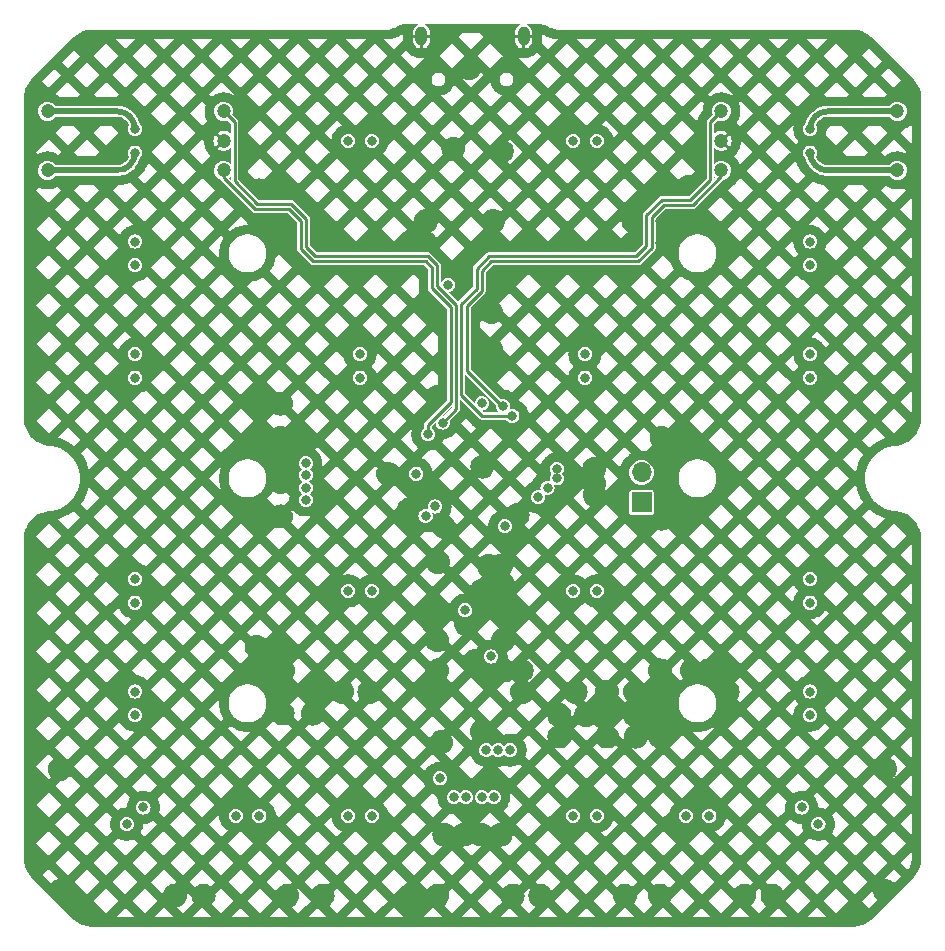
<source format=gbr>
%TF.GenerationSoftware,KiCad,Pcbnew,8.0.8*%
%TF.CreationDate,2025-03-01T19:05:57+01:00*%
%TF.ProjectId,numbpad,6e756d62-7061-4642-9e6b-696361645f70,rev?*%
%TF.SameCoordinates,Original*%
%TF.FileFunction,Copper,L2,Inr*%
%TF.FilePolarity,Positive*%
%FSLAX46Y46*%
G04 Gerber Fmt 4.6, Leading zero omitted, Abs format (unit mm)*
G04 Created by KiCad (PCBNEW 8.0.8) date 2025-03-01 19:05:57*
%MOMM*%
%LPD*%
G01*
G04 APERTURE LIST*
%TA.AperFunction,ComponentPad*%
%ADD10C,0.800000*%
%TD*%
%TA.AperFunction,ComponentPad*%
%ADD11C,1.200000*%
%TD*%
%TA.AperFunction,ComponentPad*%
%ADD12R,1.700000X1.700000*%
%TD*%
%TA.AperFunction,ComponentPad*%
%ADD13O,1.700000X1.700000*%
%TD*%
%TA.AperFunction,ComponentPad*%
%ADD14O,1.000000X1.600000*%
%TD*%
%TA.AperFunction,ViaPad*%
%ADD15C,0.800000*%
%TD*%
%TA.AperFunction,Conductor*%
%ADD16C,0.500000*%
%TD*%
%TA.AperFunction,Conductor*%
%ADD17C,0.250000*%
%TD*%
G04 APERTURE END LIST*
D10*
%TO.N,Col 3*%
%TO.C,SW4*%
X162131250Y-128587500D03*
%TO.N,Row 3*%
X160131250Y-128587500D03*
%TD*%
%TO.N,Col 0*%
%TO.C,SW13*%
X114213357Y-127880393D03*
%TO.N,Row 3*%
X112799143Y-129294607D03*
%TD*%
%TO.N,Col 1*%
%TO.C,SW14*%
X133556250Y-128587500D03*
%TO.N,Row 3*%
X131556250Y-128587500D03*
%TD*%
%TO.N,Col 2*%
%TO.C,SW11*%
X152606250Y-109537500D03*
%TO.N,Row 2*%
X150606250Y-109537500D03*
%TD*%
%TO.N,Col 0*%
%TO.C,SW22*%
X122031250Y-128587500D03*
%TO.N,Row 3*%
X124031250Y-128587500D03*
%TD*%
%TO.N,Col 1*%
%TO.C,SW10*%
X131556250Y-109537500D03*
%TO.N,Row 2*%
X133556250Y-109537500D03*
%TD*%
%TO.N,Col 0*%
%TO.C,SW5*%
X113506250Y-89487500D03*
%TO.N,Row 1*%
X113506250Y-91487500D03*
%TD*%
%TO.N,Col 1*%
%TO.C,SW2*%
X131556250Y-71437500D03*
%TO.N,Row 0*%
X133556250Y-71437500D03*
%TD*%
%TO.N,Col 2*%
%TO.C,SW15*%
X150606250Y-128587500D03*
%TO.N,Row 3*%
X152606250Y-128587500D03*
%TD*%
%TO.N,Col 3*%
%TO.C,SW21*%
X170656250Y-120062500D03*
%TO.N,Row 2*%
X170656250Y-118062500D03*
%TD*%
D11*
%TO.N,Col 3*%
%TO.C,SW23*%
X178056250Y-68937500D03*
D10*
X170656250Y-70437500D03*
%TO.N,Row 0*%
X170656250Y-72437500D03*
D11*
X178056250Y-73937500D03*
%TO.N,rotC*%
X163156250Y-73937500D03*
%TO.N,rotD*%
X163156250Y-68937500D03*
%TO.N,GND*%
X163156250Y-71437500D03*
%TD*%
D10*
%TO.N,Col 2*%
%TO.C,SW7*%
X151606250Y-89487500D03*
%TO.N,Row 1*%
X151606250Y-91487500D03*
%TD*%
%TO.N,Col 0*%
%TO.C,SW18*%
X113506250Y-81962500D03*
%TO.N,Row 0*%
X113506250Y-79962500D03*
%TD*%
%TO.N,Col 3*%
%TO.C,SW19*%
X170656250Y-81962500D03*
%TO.N,Row 0*%
X170656250Y-79962500D03*
%TD*%
%TO.N,Col 2*%
%TO.C,SW3*%
X152606250Y-71437500D03*
%TO.N,Row 0*%
X150606250Y-71437500D03*
%TD*%
%TO.N,Col 1*%
%TO.C,SW6*%
X132556250Y-89487500D03*
%TO.N,Row 1*%
X132556250Y-91487500D03*
%TD*%
D11*
%TO.N,Row 0*%
%TO.C,SW20*%
X106106250Y-73937500D03*
D10*
X113506250Y-72437500D03*
%TO.N,Col 0*%
X113506250Y-70437500D03*
D11*
X106106250Y-68937500D03*
%TO.N,rotA*%
X121006250Y-68937500D03*
%TO.N,rotB*%
X121006250Y-73937500D03*
%TO.N,GND*%
X121006250Y-71437500D03*
%TD*%
D10*
%TO.N,Col 3*%
%TO.C,SW12*%
X170656250Y-108537500D03*
%TO.N,Row 2*%
X170656250Y-110537500D03*
%TD*%
%TO.N,Col 0*%
%TO.C,SW1*%
X113506250Y-120062500D03*
%TO.N,Row 2*%
X113506250Y-118062500D03*
%TD*%
%TO.N,Col 3*%
%TO.C,SW8*%
X170656250Y-89487500D03*
%TO.N,Row 1*%
X170656250Y-91487500D03*
%TD*%
%TO.N,Col 3*%
%TO.C,SW16*%
X169949143Y-127880393D03*
%TO.N,Row 3*%
X171363357Y-129294607D03*
%TD*%
%TO.N,Col 0*%
%TO.C,SW9*%
X113506250Y-108537500D03*
%TO.N,Row 2*%
X113506250Y-110537500D03*
%TD*%
D12*
%TO.N,+3V3*%
%TO.C,SW17*%
X156393750Y-102056250D03*
D13*
%TO.N,BOOT0*%
X156393750Y-99516250D03*
%TD*%
D14*
%TO.N,GND*%
%TO.C,USB1*%
X137761250Y-62582000D03*
X146401250Y-62582000D03*
%TD*%
D15*
%TO.N,GND*%
X157986742Y-80046713D03*
X158102921Y-96591440D03*
X128560169Y-119924867D03*
X140462439Y-72115502D03*
X125849407Y-98713618D03*
X158102921Y-98687753D03*
X170656250Y-128587500D03*
X165100000Y-135335746D03*
X142875000Y-121443750D03*
X144555128Y-72302890D03*
X143461949Y-107424502D03*
X142875000Y-109537500D03*
X153465203Y-121869115D03*
X144810011Y-116280637D03*
X160642115Y-116280637D03*
X141789150Y-65266100D03*
X145470489Y-135335746D03*
X125849407Y-100336735D03*
X133350000Y-118088199D03*
X143673407Y-90874178D03*
X138151261Y-78220707D03*
X123911461Y-96591440D03*
X123911461Y-103226375D03*
X163687782Y-116280637D03*
X167481250Y-135335746D03*
X141511520Y-112325933D03*
X150812500Y-118088199D03*
X163687782Y-118088199D03*
X149441651Y-120059630D03*
X141287500Y-130175000D03*
X129064575Y-78220707D03*
X116878379Y-135335746D03*
X136722129Y-135335746D03*
X125993783Y-118088199D03*
X145902294Y-103109402D03*
X144659629Y-111352137D03*
X143673407Y-89127137D03*
X157949217Y-116280637D03*
X107156250Y-124618750D03*
X143822948Y-78220707D03*
X139103379Y-135335746D03*
X155702993Y-78220707D03*
X153461872Y-120059630D03*
X127892508Y-96591440D03*
X154978379Y-135335746D03*
X157956250Y-135335746D03*
X113506250Y-128587500D03*
X139103379Y-93095887D03*
X162032296Y-116280637D03*
X139421674Y-122352924D03*
X129381250Y-135335746D03*
X142915704Y-99022551D03*
X143673407Y-85952137D03*
X124022129Y-75633387D03*
X155875557Y-120059630D03*
X126199219Y-75633387D03*
X138095928Y-80046713D03*
X146247129Y-116280637D03*
X143072129Y-116280637D03*
X141006260Y-83644850D03*
X157986742Y-75366998D03*
X142875000Y-130175000D03*
X139103378Y-116280637D03*
X152390997Y-100424844D03*
X125849407Y-103238671D03*
X136722129Y-102620887D03*
X123798886Y-116280637D03*
X160347639Y-78220707D03*
X152400000Y-99218750D03*
X142295737Y-115462072D03*
X157986742Y-78220707D03*
X177006250Y-134937500D03*
X134937500Y-99618750D03*
X139103379Y-113733387D03*
X144659629Y-113733387D03*
X139153314Y-107099528D03*
X152434072Y-101415564D03*
X131065030Y-118088199D03*
X139700000Y-130175000D03*
X126049116Y-114272087D03*
X155892469Y-121880308D03*
X129113380Y-80046713D03*
X125849407Y-93693108D03*
X126049116Y-116280637D03*
X146285628Y-118088199D03*
X149442492Y-121869115D03*
X107156250Y-134937500D03*
X160365447Y-103414637D03*
X144462500Y-130175000D03*
X124022129Y-78220707D03*
X126403379Y-135335746D03*
X157949217Y-121869115D03*
X160365447Y-96591440D03*
X139103379Y-118088199D03*
X139103379Y-111352137D03*
X158102921Y-101033387D03*
X125849407Y-96591440D03*
X147834629Y-135335746D03*
X119306589Y-135335746D03*
X153448377Y-118088199D03*
X144659629Y-108970887D03*
X139103379Y-85952137D03*
X126001561Y-119915563D03*
X142574146Y-90862556D03*
X144474207Y-107424502D03*
X160347639Y-75342596D03*
X151685617Y-120059630D03*
X139709462Y-104147410D03*
X128550451Y-118088199D03*
X155858181Y-118088199D03*
X123798886Y-114272087D03*
X126199219Y-80046713D03*
X155702993Y-80046713D03*
X157949217Y-118088199D03*
X123911461Y-93693108D03*
X177006250Y-124618750D03*
X157949217Y-120059630D03*
X143850614Y-80046713D03*
X126199219Y-78220707D03*
X158102921Y-103414637D03*
%TO.N,+3V3*%
X139306250Y-125412500D03*
X144807031Y-104064219D03*
X137318750Y-99618750D03*
X149225000Y-100012500D03*
X141451986Y-111166484D03*
X142875000Y-93662500D03*
X140006570Y-83619858D03*
X149225000Y-99218750D03*
%TO.N,Row 0*%
X127968108Y-99727137D03*
%TO.N,Row 3*%
X127977563Y-101827137D03*
%TO.N,Row 1*%
X127963373Y-98727146D03*
%TO.N,Row 2*%
X127968108Y-100806250D03*
%TO.N,Col 0*%
X141505801Y-127012548D03*
%TO.N,Col 1*%
X140493750Y-127000000D03*
%TO.N,Col 2*%
X143874503Y-127000000D03*
%TO.N,Col 3*%
X142875000Y-127000000D03*
%TO.N,APLEX_EN_PIN_0*%
X143668750Y-115093750D03*
X147637500Y-101600000D03*
%TO.N,AMUX_SEL_2*%
X148431250Y-100806250D03*
X145256250Y-123031250D03*
%TO.N,AMUX_SEL_1*%
X138906250Y-102393750D03*
X144256747Y-123031250D03*
%TO.N,AMUX_SEL_0*%
X143257244Y-123031250D03*
X138112500Y-103187500D03*
%TO.N,rotA*%
X139548614Y-95286847D03*
%TO.N,rotB*%
X138309629Y-96270887D03*
%TO.N,rotC*%
X144659629Y-93889637D03*
%TO.N,rotD*%
X145453379Y-94717109D03*
%TD*%
D16*
%TO.N,Row 0*%
X178056250Y-73937500D02*
X172156250Y-73937500D01*
X106106250Y-73937500D02*
X112006250Y-73937500D01*
X112006250Y-73937500D02*
G75*
G03*
X113506200Y-72437500I-50J1500000D01*
G01*
X172156250Y-73937500D02*
G75*
G02*
X170656300Y-72437500I50J1500000D01*
G01*
%TO.N,Col 0*%
X106106250Y-68937500D02*
X112006250Y-68937500D01*
X112006250Y-68937500D02*
G75*
G02*
X113506200Y-70437500I-50J-1500000D01*
G01*
%TO.N,Col 3*%
X172156250Y-68937500D02*
X178056250Y-68937500D01*
X170656250Y-70437500D02*
G75*
G02*
X172156250Y-68937450I1500050J0D01*
G01*
D17*
%TO.N,rotA*%
X121931250Y-74877137D02*
X123825000Y-76770887D01*
X138309629Y-81189637D02*
X139103379Y-81983387D01*
X140690879Y-94144582D02*
X139548614Y-95286847D01*
X128784629Y-81189637D02*
X138309629Y-81189637D01*
X121006250Y-68937500D02*
X121931250Y-69862500D01*
X140690879Y-85329472D02*
X140690879Y-94144582D01*
X139103379Y-81983387D02*
X139103379Y-83741972D01*
X121931250Y-69862500D02*
X121931250Y-74877137D01*
X123825000Y-76770887D02*
X126747129Y-76770887D01*
X126747129Y-76770887D02*
X127990879Y-78014637D01*
X127990879Y-80395887D02*
X128784629Y-81189637D01*
X127990879Y-78014637D02*
X127990879Y-80395887D01*
X139103379Y-83741972D02*
X140690879Y-85329472D01*
%TO.N,rotB*%
X140240879Y-85515868D02*
X140240879Y-93545887D01*
X121006250Y-73937500D02*
X121006250Y-74588533D01*
X128598233Y-81639637D02*
X138123233Y-81639637D01*
X138653379Y-82169783D02*
X138653379Y-83928368D01*
X121006250Y-74588533D02*
X123638604Y-77220887D01*
X127540879Y-78201033D02*
X127540879Y-80582283D01*
X140240879Y-93545887D02*
X138309629Y-95477137D01*
X138309629Y-95477137D02*
X138309629Y-96270887D01*
X123638604Y-77220887D02*
X126560733Y-77220887D01*
X138653379Y-83928368D02*
X140240879Y-85515868D01*
X127540879Y-80582283D02*
X128598233Y-81639637D01*
X126560733Y-77220887D02*
X127540879Y-78201033D01*
X138123233Y-81639637D02*
X138653379Y-82169783D01*
%TO.N,rotC*%
X160721025Y-76877137D02*
X163156250Y-74441912D01*
X144575922Y-93889637D02*
X141590879Y-90904594D01*
X157261742Y-80493774D02*
X157261742Y-77920402D01*
X158305007Y-76877137D02*
X160721025Y-76877137D01*
X156115879Y-81639637D02*
X157261742Y-80493774D01*
X141590879Y-90904594D02*
X141590879Y-85421621D01*
X141590879Y-85421621D02*
X142875000Y-84137500D01*
X143668750Y-81639637D02*
X156115879Y-81639637D01*
X163156250Y-74441912D02*
X163156250Y-73937500D01*
X142875000Y-84137500D02*
X142875000Y-82433387D01*
X157261742Y-77920402D02*
X158305007Y-76877137D01*
X142875000Y-82433387D02*
X143668750Y-81639637D01*
X144659629Y-93889637D02*
X144575922Y-93889637D01*
%TO.N,rotD*%
X156811742Y-80307378D02*
X156811742Y-77734006D01*
X141140879Y-85235225D02*
X142425000Y-83951104D01*
X162231250Y-69862500D02*
X163156250Y-68937500D01*
X162231250Y-74730516D02*
X162231250Y-69862500D01*
X142904304Y-94717109D02*
X141140879Y-92953684D01*
X143482354Y-81189637D02*
X155929483Y-81189637D01*
X142425000Y-83951104D02*
X142425000Y-82246991D01*
X142425000Y-82246991D02*
X143482354Y-81189637D01*
X145453379Y-94717109D02*
X142904304Y-94717109D01*
X155929483Y-81189637D02*
X156811742Y-80307378D01*
X141140879Y-92953684D02*
X141140879Y-85235225D01*
X158118611Y-76427137D02*
X160534629Y-76427137D01*
X156811742Y-77734006D02*
X158118611Y-76427137D01*
X160534629Y-76427137D02*
X162231250Y-74730516D01*
%TD*%
%TA.AperFunction,Conductor*%
%TO.N,GND*%
G36*
X137551100Y-61540868D02*
G01*
X137554468Y-61549000D01*
X137551100Y-61557132D01*
X137545211Y-61560279D01*
X137542488Y-61560820D01*
X137542483Y-61560821D01*
X137405989Y-61617360D01*
X137283156Y-61699434D01*
X137178684Y-61803906D01*
X137096610Y-61926739D01*
X137040071Y-62063233D01*
X137040070Y-62063238D01*
X137011250Y-62208131D01*
X137011250Y-62456999D01*
X137011251Y-62457000D01*
X137461250Y-62457000D01*
X137461250Y-62707000D01*
X137011251Y-62707000D01*
X137011250Y-62707001D01*
X137011250Y-62955868D01*
X137040070Y-63100761D01*
X137040071Y-63100766D01*
X137096610Y-63237260D01*
X137178684Y-63360093D01*
X137283156Y-63464565D01*
X137405989Y-63546639D01*
X137542483Y-63603178D01*
X137542488Y-63603179D01*
X137636249Y-63621829D01*
X137636250Y-63621828D01*
X137636250Y-63156242D01*
X137645454Y-63161556D01*
X137721754Y-63182000D01*
X137800746Y-63182000D01*
X137877046Y-63161556D01*
X137886250Y-63156242D01*
X137886250Y-63621829D01*
X137980011Y-63603179D01*
X137980016Y-63603178D01*
X138116510Y-63546639D01*
X138239343Y-63464565D01*
X138343815Y-63360093D01*
X138425889Y-63237260D01*
X138482428Y-63100766D01*
X138482429Y-63100761D01*
X138511250Y-62955868D01*
X138511250Y-62707001D01*
X138511249Y-62707000D01*
X138061250Y-62707000D01*
X138061250Y-62606550D01*
X140902526Y-62606550D01*
X141964600Y-63668624D01*
X143026673Y-62606550D01*
X142755623Y-62335500D01*
X141173577Y-62335500D01*
X140902526Y-62606550D01*
X138061250Y-62606550D01*
X138061250Y-62457000D01*
X138511249Y-62457000D01*
X138511250Y-62456999D01*
X138511250Y-62208131D01*
X138482429Y-62063238D01*
X138482428Y-62063233D01*
X138425889Y-61926739D01*
X138343815Y-61803906D01*
X138239343Y-61699434D01*
X138116510Y-61617360D01*
X137980016Y-61560821D01*
X137980011Y-61560820D01*
X137977289Y-61560279D01*
X137969970Y-61555389D01*
X137968253Y-61546757D01*
X137973143Y-61539438D01*
X137979532Y-61537500D01*
X146182968Y-61537500D01*
X146191100Y-61540868D01*
X146194468Y-61549000D01*
X146191100Y-61557132D01*
X146185211Y-61560279D01*
X146182488Y-61560820D01*
X146182483Y-61560821D01*
X146045989Y-61617360D01*
X145923156Y-61699434D01*
X145818684Y-61803906D01*
X145736610Y-61926739D01*
X145680071Y-62063233D01*
X145680070Y-62063238D01*
X145651250Y-62208131D01*
X145651250Y-62456999D01*
X145651251Y-62457000D01*
X146101250Y-62457000D01*
X146101250Y-62707000D01*
X145651251Y-62707000D01*
X145651250Y-62707001D01*
X145651250Y-62955868D01*
X145680070Y-63100761D01*
X145680071Y-63100766D01*
X145736610Y-63237260D01*
X145818684Y-63360093D01*
X145923156Y-63464565D01*
X146045989Y-63546639D01*
X146182483Y-63603178D01*
X146182488Y-63603179D01*
X146276249Y-63621829D01*
X146276250Y-63621828D01*
X146276250Y-63156242D01*
X146285454Y-63161556D01*
X146361754Y-63182000D01*
X146440746Y-63182000D01*
X146517046Y-63161556D01*
X146526250Y-63156242D01*
X146526250Y-63621829D01*
X146620011Y-63603179D01*
X146620016Y-63603178D01*
X146756510Y-63546639D01*
X146879343Y-63464565D01*
X146983815Y-63360093D01*
X147065889Y-63237260D01*
X147110703Y-63129072D01*
X147930431Y-63129072D01*
X148469982Y-63668623D01*
X149303106Y-62835500D01*
X150889549Y-62835500D01*
X151722674Y-63668624D01*
X152555799Y-62835500D01*
X154142240Y-62835500D01*
X154975365Y-63668624D01*
X155808490Y-62835500D01*
X157394931Y-62835500D01*
X158228056Y-63668624D01*
X159061181Y-62835500D01*
X160647623Y-62835500D01*
X161480747Y-63668624D01*
X162313872Y-62835500D01*
X163900314Y-62835500D01*
X164733438Y-63668624D01*
X165566563Y-62835500D01*
X167153005Y-62835500D01*
X167986130Y-63668624D01*
X168819255Y-62835500D01*
X170405696Y-62835500D01*
X171238821Y-63668624D01*
X172071946Y-62835500D01*
X170405696Y-62835500D01*
X168819255Y-62835500D01*
X167153005Y-62835500D01*
X165566563Y-62835500D01*
X163900314Y-62835500D01*
X162313872Y-62835500D01*
X160647623Y-62835500D01*
X159061181Y-62835500D01*
X157394931Y-62835500D01*
X155808490Y-62835500D01*
X154142240Y-62835500D01*
X152555799Y-62835500D01*
X150889549Y-62835500D01*
X149303106Y-62835500D01*
X149304790Y-62833816D01*
X149236570Y-62832433D01*
X149236134Y-62832416D01*
X149206796Y-62830707D01*
X149206361Y-62830673D01*
X149176489Y-62827793D01*
X149176064Y-62827744D01*
X149147418Y-62823900D01*
X149146994Y-62823835D01*
X148862997Y-62774886D01*
X148862512Y-62774792D01*
X148829972Y-62767732D01*
X148829492Y-62767617D01*
X148796568Y-62758979D01*
X148796099Y-62758845D01*
X148764739Y-62749180D01*
X148764277Y-62749027D01*
X148492806Y-62652610D01*
X148492401Y-62652457D01*
X148465285Y-62641660D01*
X148464886Y-62641492D01*
X148437464Y-62629358D01*
X148437073Y-62629177D01*
X148410960Y-62616432D01*
X148410576Y-62616235D01*
X148282855Y-62547854D01*
X148282809Y-62547829D01*
X148185506Y-62495158D01*
X147989561Y-62415988D01*
X147949250Y-62405438D01*
X147949250Y-62975510D01*
X147949236Y-62976076D01*
X147947359Y-63014181D01*
X147947317Y-63014745D01*
X147943467Y-63053734D01*
X147943398Y-63054293D01*
X147937825Y-63091830D01*
X147937729Y-63092385D01*
X147930431Y-63129072D01*
X147110703Y-63129072D01*
X147122428Y-63100766D01*
X147122429Y-63100761D01*
X147151250Y-62955868D01*
X147151250Y-62707001D01*
X147151249Y-62707000D01*
X146701250Y-62707000D01*
X146701250Y-62457000D01*
X147151249Y-62457000D01*
X147151250Y-62456999D01*
X147151250Y-62208131D01*
X147122429Y-62063238D01*
X147122428Y-62063233D01*
X147065889Y-61926739D01*
X146983815Y-61803906D01*
X146879343Y-61699434D01*
X146756510Y-61617360D01*
X146620016Y-61560821D01*
X146620011Y-61560820D01*
X146617289Y-61560279D01*
X146609970Y-61555389D01*
X146608253Y-61546757D01*
X146613143Y-61539438D01*
X146619532Y-61537500D01*
X147485330Y-61537500D01*
X147485512Y-61537501D01*
X147488430Y-61537547D01*
X147638455Y-61539929D01*
X147639713Y-61540020D01*
X147924708Y-61576686D01*
X147943105Y-61579053D01*
X147944550Y-61579334D01*
X148028209Y-61601228D01*
X148240378Y-61656754D01*
X148241764Y-61657213D01*
X148525384Y-61771806D01*
X148526545Y-61772353D01*
X148661104Y-61845192D01*
X148774043Y-61905659D01*
X149015431Y-61991392D01*
X149015433Y-61991392D01*
X149015435Y-61991393D01*
X149068299Y-62000504D01*
X149267870Y-62034903D01*
X149395950Y-62037500D01*
X174256184Y-62037500D01*
X174256372Y-62037502D01*
X174412719Y-62040061D01*
X174414030Y-62040156D01*
X174724235Y-62081000D01*
X174725685Y-62081289D01*
X175027797Y-62162243D01*
X175029220Y-62162725D01*
X175318188Y-62282421D01*
X175319529Y-62283083D01*
X175531455Y-62405438D01*
X175590385Y-62439461D01*
X175591636Y-62440296D01*
X175839853Y-62630757D01*
X175840849Y-62631617D01*
X175953213Y-62740354D01*
X175953348Y-62740486D01*
X179353242Y-66140380D01*
X179353368Y-66140508D01*
X179462228Y-66252826D01*
X179463090Y-66253825D01*
X179491309Y-66290600D01*
X179653556Y-66502038D01*
X179654392Y-66503289D01*
X179810782Y-66774159D01*
X179811448Y-66775508D01*
X179931150Y-67064488D01*
X179931633Y-67065913D01*
X180012585Y-67368025D01*
X180012879Y-67369500D01*
X180053718Y-67679697D01*
X180053815Y-67681019D01*
X180056248Y-67837435D01*
X180056249Y-67837614D01*
X180056249Y-94877990D01*
X180056248Y-94878165D01*
X180053984Y-95026830D01*
X180053896Y-95028082D01*
X180016994Y-95323141D01*
X180016729Y-95324546D01*
X179943513Y-95612670D01*
X179943075Y-95614032D01*
X179834671Y-95890838D01*
X179834068Y-95892134D01*
X179692148Y-96153350D01*
X179691388Y-96154562D01*
X179518154Y-96396137D01*
X179517251Y-96397245D01*
X179315363Y-96615468D01*
X179314328Y-96616455D01*
X179086930Y-96807928D01*
X179085781Y-96808779D01*
X178836376Y-96970552D01*
X178835130Y-96971254D01*
X178567578Y-97100825D01*
X178566255Y-97101367D01*
X178284693Y-97196733D01*
X178283313Y-97197107D01*
X177991996Y-97256812D01*
X177990755Y-97256996D01*
X177842666Y-97270806D01*
X177842658Y-97270807D01*
X177679055Y-97285957D01*
X177356852Y-97350334D01*
X177044616Y-97452647D01*
X176746795Y-97591436D01*
X176700791Y-97619993D01*
X176467634Y-97764725D01*
X176467630Y-97764727D01*
X176467627Y-97764730D01*
X176211117Y-97970036D01*
X176211112Y-97970041D01*
X175980877Y-98204470D01*
X175980873Y-98204474D01*
X175780226Y-98464648D01*
X175780218Y-98464660D01*
X175612004Y-98746888D01*
X175560948Y-98861819D01*
X175478614Y-99047160D01*
X175478611Y-99047166D01*
X175478605Y-99047180D01*
X175381946Y-99361202D01*
X175323394Y-99684511D01*
X175323392Y-99684528D01*
X175303783Y-100012491D01*
X175303783Y-100012508D01*
X175323392Y-100340471D01*
X175323394Y-100340488D01*
X175381946Y-100663797D01*
X175478605Y-100977819D01*
X175478607Y-100977824D01*
X175478609Y-100977830D01*
X175610723Y-101275227D01*
X175612004Y-101278111D01*
X175780218Y-101560339D01*
X175780226Y-101560351D01*
X175980873Y-101820525D01*
X175980877Y-101820529D01*
X175980881Y-101820534D01*
X176176178Y-102019388D01*
X176211112Y-102054958D01*
X176211117Y-102054963D01*
X176396220Y-102203116D01*
X176467634Y-102260275D01*
X176746794Y-102433563D01*
X177044615Y-102572352D01*
X177356851Y-102674665D01*
X177679055Y-102739043D01*
X177842652Y-102754192D01*
X177842657Y-102754195D01*
X177842658Y-102754193D01*
X177990090Y-102767916D01*
X177991315Y-102768098D01*
X178281325Y-102827382D01*
X178282684Y-102827749D01*
X178469780Y-102890891D01*
X178563058Y-102922371D01*
X178564376Y-102922908D01*
X178626133Y-102952688D01*
X178830929Y-103051444D01*
X178832163Y-103052137D01*
X179080785Y-103212606D01*
X179081922Y-103213443D01*
X179208042Y-103319026D01*
X179308827Y-103403400D01*
X179309853Y-103404372D01*
X179511565Y-103620913D01*
X179512456Y-103621999D01*
X179685865Y-103861779D01*
X179686619Y-103862970D01*
X179738975Y-103958288D01*
X179829086Y-104122345D01*
X179829692Y-104123632D01*
X179939023Y-104398601D01*
X179939466Y-104399953D01*
X180013996Y-104686318D01*
X180014269Y-104687715D01*
X180052867Y-104981194D01*
X180052962Y-104982439D01*
X180056247Y-105130324D01*
X180056250Y-105130579D01*
X180056250Y-132187385D01*
X180056249Y-132187565D01*
X180053807Y-132343982D01*
X180053710Y-132345303D01*
X180012881Y-132655503D01*
X180012587Y-132656978D01*
X179931643Y-132959094D01*
X179931160Y-132960519D01*
X179811464Y-133249503D01*
X179810798Y-133250852D01*
X179654413Y-133521720D01*
X179653578Y-133522971D01*
X179463106Y-133771198D01*
X179462238Y-133772202D01*
X179353401Y-133884457D01*
X179353277Y-133884584D01*
X175953368Y-137284493D01*
X175953240Y-137284619D01*
X175840926Y-137393482D01*
X175839923Y-137394347D01*
X175591716Y-137584815D01*
X175590465Y-137585651D01*
X175319596Y-137742046D01*
X175318247Y-137742712D01*
X175029266Y-137862416D01*
X175027841Y-137862899D01*
X174725727Y-137943850D01*
X174724252Y-137944144D01*
X174414053Y-137984980D01*
X174412730Y-137985077D01*
X174256314Y-137987498D01*
X174256136Y-137987499D01*
X109906366Y-137987499D01*
X109906186Y-137987498D01*
X109749768Y-137985054D01*
X109748447Y-137984957D01*
X109438249Y-137944123D01*
X109436774Y-137943829D01*
X109134661Y-137862881D01*
X109133236Y-137862398D01*
X108844255Y-137742700D01*
X108842906Y-137742034D01*
X108572040Y-137585648D01*
X108570789Y-137584813D01*
X108322569Y-137394344D01*
X108321566Y-137393477D01*
X108209259Y-137284618D01*
X108209131Y-137284493D01*
X108114137Y-137189499D01*
X111857255Y-137189499D01*
X113523504Y-137189499D01*
X115109946Y-137189499D01*
X116776196Y-137189499D01*
X118362637Y-137189499D01*
X120028887Y-137189499D01*
X121615328Y-137189499D01*
X123281578Y-137189499D01*
X124868019Y-137189499D01*
X126534269Y-137189499D01*
X128120711Y-137189499D01*
X129786960Y-137189499D01*
X131373402Y-137189499D01*
X133039651Y-137189499D01*
X134626093Y-137189499D01*
X136292343Y-137189499D01*
X137878784Y-137189499D01*
X139545034Y-137189499D01*
X141131475Y-137189499D01*
X142797725Y-137189499D01*
X144384167Y-137189499D01*
X146050416Y-137189499D01*
X147636858Y-137189499D01*
X149303107Y-137189499D01*
X150889549Y-137189499D01*
X152555799Y-137189499D01*
X154142240Y-137189499D01*
X155808490Y-137189499D01*
X157394931Y-137189499D01*
X159061181Y-137189499D01*
X160647623Y-137189499D01*
X162313872Y-137189499D01*
X163900314Y-137189499D01*
X165566563Y-137189499D01*
X167153005Y-137189499D01*
X168819255Y-137189499D01*
X170405696Y-137189499D01*
X172071946Y-137189499D01*
X171238821Y-136356374D01*
X170405696Y-137189499D01*
X168819255Y-137189499D01*
X167986130Y-136356374D01*
X167153005Y-137189499D01*
X165566563Y-137189499D01*
X164733438Y-136356374D01*
X163900314Y-137189499D01*
X162313872Y-137189499D01*
X161480747Y-136356374D01*
X160647623Y-137189499D01*
X159061181Y-137189499D01*
X158228056Y-136356374D01*
X157394931Y-137189499D01*
X155808490Y-137189499D01*
X154975364Y-136356373D01*
X154142240Y-137189499D01*
X152555799Y-137189499D01*
X151722674Y-136356374D01*
X150889549Y-137189499D01*
X149303107Y-137189499D01*
X148469982Y-136356374D01*
X147636858Y-137189499D01*
X146050416Y-137189499D01*
X145217291Y-136356374D01*
X144384167Y-137189499D01*
X142797725Y-137189499D01*
X141964600Y-136356374D01*
X141131475Y-137189499D01*
X139545034Y-137189499D01*
X138711909Y-136356374D01*
X137878784Y-137189499D01*
X136292343Y-137189499D01*
X135459218Y-136356374D01*
X134626093Y-137189499D01*
X133039651Y-137189499D01*
X132206526Y-136356374D01*
X131373402Y-137189499D01*
X129786960Y-137189499D01*
X128953835Y-136356374D01*
X128120711Y-137189499D01*
X126534269Y-137189499D01*
X125701144Y-136356374D01*
X124868019Y-137189499D01*
X123281578Y-137189499D01*
X122448453Y-136356374D01*
X121615328Y-137189499D01*
X120028887Y-137189499D01*
X119195762Y-136356374D01*
X118362637Y-137189499D01*
X116776196Y-137189499D01*
X115943071Y-136356374D01*
X115109946Y-137189499D01*
X113523504Y-137189499D01*
X112690379Y-136356374D01*
X111857255Y-137189499D01*
X108114137Y-137189499D01*
X106716740Y-135792102D01*
X110001960Y-135792102D01*
X111064034Y-136854176D01*
X112126107Y-135792102D01*
X113254651Y-135792102D01*
X114316725Y-136854176D01*
X114835707Y-136335194D01*
X117050434Y-136335194D01*
X117569415Y-136854175D01*
X118367833Y-136055757D01*
X120023689Y-136055757D01*
X120822107Y-136854175D01*
X121884180Y-135792102D01*
X123012725Y-135792102D01*
X124074798Y-136854175D01*
X124643904Y-136285070D01*
X126758384Y-136285070D01*
X127327490Y-136854176D01*
X127987207Y-136194458D01*
X129920463Y-136194458D01*
X130580181Y-136854176D01*
X131642254Y-135792102D01*
X132770798Y-135792102D01*
X133832872Y-136854176D01*
X134505110Y-136181937D01*
X139666016Y-136181937D01*
X140338254Y-136854175D01*
X141400328Y-135792102D01*
X142528872Y-135792102D01*
X143590945Y-136854175D01*
X144325189Y-136119931D01*
X146109392Y-136119931D01*
X146843636Y-136854175D01*
X147430923Y-136266888D01*
X147270949Y-136181381D01*
X147269074Y-136180129D01*
X147116805Y-136055164D01*
X147115211Y-136053570D01*
X146990246Y-135901301D01*
X146988994Y-135899426D01*
X146931628Y-135792102D01*
X149034254Y-135792102D01*
X150096328Y-136854176D01*
X151158401Y-135792102D01*
X152286945Y-135792102D01*
X153349018Y-136854175D01*
X154206365Y-135996828D01*
X155744363Y-135996828D01*
X156601710Y-136854175D01*
X157327565Y-136128319D01*
X157238426Y-136055164D01*
X157236832Y-136053570D01*
X157111867Y-135901301D01*
X157110615Y-135899426D01*
X157076560Y-135835713D01*
X158835939Y-135835713D01*
X159854402Y-136854176D01*
X160916475Y-135792102D01*
X162045019Y-135792102D01*
X163107093Y-136854176D01*
X163790237Y-136171031D01*
X165676639Y-136171031D01*
X166359783Y-136854175D01*
X166992517Y-136221441D01*
X166917570Y-136181381D01*
X166915695Y-136180129D01*
X166763426Y-136055164D01*
X166761832Y-136053570D01*
X166636867Y-135901301D01*
X166635615Y-135899426D01*
X166578249Y-135792102D01*
X168550401Y-135792102D01*
X169612475Y-136854175D01*
X170674548Y-135792102D01*
X171803093Y-135792102D01*
X172865166Y-136854175D01*
X173927240Y-135792102D01*
X175055784Y-135792102D01*
X175686498Y-136422816D01*
X176378485Y-135730828D01*
X176288426Y-135656918D01*
X176286832Y-135655324D01*
X176161867Y-135503055D01*
X176160615Y-135501180D01*
X176067758Y-135327456D01*
X176066895Y-135325373D01*
X176009714Y-135136872D01*
X176009274Y-135134661D01*
X175989966Y-134938627D01*
X175989966Y-134936373D01*
X175998536Y-134849349D01*
X175055784Y-135792102D01*
X173927240Y-135792102D01*
X172865166Y-134730028D01*
X171803093Y-135792102D01*
X170674548Y-135792102D01*
X169612475Y-134730028D01*
X168550401Y-135792102D01*
X166578249Y-135792102D01*
X166542758Y-135725702D01*
X166541895Y-135723619D01*
X166484714Y-135535118D01*
X166484274Y-135532907D01*
X166464966Y-135336873D01*
X166464966Y-135334619D01*
X166484274Y-135138585D01*
X166484714Y-135136374D01*
X166541895Y-134947873D01*
X166542758Y-134945790D01*
X166554178Y-134924423D01*
X166359783Y-134730028D01*
X166063230Y-135026581D01*
X166096536Y-135136374D01*
X166096976Y-135138585D01*
X166116284Y-135334619D01*
X166116284Y-135336873D01*
X166096976Y-135532907D01*
X166096536Y-135535118D01*
X166039355Y-135723619D01*
X166038492Y-135725702D01*
X165945635Y-135899426D01*
X165944383Y-135901301D01*
X165819418Y-136053570D01*
X165817824Y-136055164D01*
X165676639Y-136171031D01*
X163790237Y-136171031D01*
X164169166Y-135792102D01*
X163107093Y-134730028D01*
X162045019Y-135792102D01*
X160916475Y-135792102D01*
X159854401Y-134730028D01*
X158910754Y-135673674D01*
X158895605Y-135723619D01*
X158894742Y-135725702D01*
X158835939Y-135835713D01*
X157076560Y-135835713D01*
X157017758Y-135725702D01*
X157016895Y-135723619D01*
X156959714Y-135535118D01*
X156959274Y-135532907D01*
X156939966Y-135336873D01*
X156939966Y-135334619D01*
X156959274Y-135138585D01*
X156959714Y-135136374D01*
X156970965Y-135099283D01*
X156601710Y-134730028D01*
X155994640Y-135337098D01*
X155975355Y-135532907D01*
X155974915Y-135535118D01*
X155917734Y-135723619D01*
X155916871Y-135725702D01*
X155824014Y-135899426D01*
X155822762Y-135901301D01*
X155744363Y-135996828D01*
X154206365Y-135996828D01*
X154209676Y-135993517D01*
X154133996Y-135901301D01*
X154132744Y-135899426D01*
X154039887Y-135725702D01*
X154039024Y-135723619D01*
X153981843Y-135535118D01*
X153981403Y-135532907D01*
X153962775Y-135343784D01*
X153349019Y-134730028D01*
X152286945Y-135792102D01*
X151158401Y-135792102D01*
X150096328Y-134730028D01*
X149034254Y-135792102D01*
X146931628Y-135792102D01*
X146896137Y-135725702D01*
X146895274Y-135723619D01*
X146838093Y-135535118D01*
X146837653Y-135532907D01*
X146818345Y-135336873D01*
X146818345Y-135334619D01*
X146837653Y-135138585D01*
X146838093Y-135136374D01*
X146895274Y-134947873D01*
X146896137Y-134945790D01*
X146953004Y-134839396D01*
X146843636Y-134730028D01*
X146460104Y-135113560D01*
X146467025Y-135136374D01*
X146467465Y-135138585D01*
X146486773Y-135334619D01*
X146486773Y-135336873D01*
X146467465Y-135532907D01*
X146467025Y-135535118D01*
X146409844Y-135723619D01*
X146408981Y-135725702D01*
X146316124Y-135899426D01*
X146314872Y-135901301D01*
X146189907Y-136053570D01*
X146188312Y-136055164D01*
X146109392Y-136119931D01*
X144325189Y-136119931D01*
X144597280Y-135847840D01*
X144531997Y-135725702D01*
X144531134Y-135723619D01*
X144507880Y-135646962D01*
X143590946Y-134730028D01*
X142528872Y-135792102D01*
X141400328Y-135792102D01*
X140338254Y-134730028D01*
X140060811Y-135007470D01*
X140099915Y-135136374D01*
X140100355Y-135138585D01*
X140119663Y-135334619D01*
X140119663Y-135336873D01*
X140100355Y-135532907D01*
X140099915Y-135535118D01*
X140042734Y-135723619D01*
X140041871Y-135725702D01*
X139949014Y-135899426D01*
X139947762Y-135901301D01*
X139822797Y-136053570D01*
X139821203Y-136055164D01*
X139668934Y-136180129D01*
X139667059Y-136181381D01*
X139666016Y-136181937D01*
X134505110Y-136181937D01*
X134894945Y-135792102D01*
X133832872Y-134730028D01*
X132770798Y-135792102D01*
X131642254Y-135792102D01*
X130580180Y-134730028D01*
X130330316Y-134979891D01*
X130377786Y-135136374D01*
X130378226Y-135138585D01*
X130397534Y-135334619D01*
X130397534Y-135336873D01*
X130378226Y-135532907D01*
X130377786Y-135535118D01*
X130320605Y-135723619D01*
X130319742Y-135725702D01*
X130226885Y-135899426D01*
X130225633Y-135901301D01*
X130100668Y-136053570D01*
X130099074Y-136055164D01*
X129946805Y-136180129D01*
X129944930Y-136181381D01*
X129920463Y-136194458D01*
X127987207Y-136194458D01*
X128389563Y-135792102D01*
X127327489Y-134730028D01*
X127261705Y-134795812D01*
X127341871Y-134945790D01*
X127342734Y-134947873D01*
X127399915Y-135136374D01*
X127400355Y-135138585D01*
X127419663Y-135334619D01*
X127419663Y-135336873D01*
X127400355Y-135532907D01*
X127399915Y-135535118D01*
X127342734Y-135723619D01*
X127341871Y-135725702D01*
X127249014Y-135899426D01*
X127247762Y-135901301D01*
X127122797Y-136053570D01*
X127121203Y-136055164D01*
X126968934Y-136180129D01*
X126967059Y-136181381D01*
X126793335Y-136274238D01*
X126791252Y-136275101D01*
X126758384Y-136285070D01*
X124643904Y-136285070D01*
X125136872Y-135792102D01*
X124074798Y-134730028D01*
X123012725Y-135792102D01*
X121884180Y-135792102D01*
X120822106Y-134730028D01*
X120313426Y-135238708D01*
X120322873Y-135334619D01*
X120322873Y-135336873D01*
X120303565Y-135532907D01*
X120303125Y-135535118D01*
X120245944Y-135723619D01*
X120245081Y-135725702D01*
X120152224Y-135899426D01*
X120150972Y-135901301D01*
X120026007Y-136053570D01*
X120024412Y-136055164D01*
X120023689Y-136055757D01*
X118367833Y-136055757D01*
X118489289Y-135934301D01*
X118462206Y-135901301D01*
X118460954Y-135899426D01*
X118368097Y-135725702D01*
X118367234Y-135723619D01*
X118310053Y-135535118D01*
X118309613Y-135532907D01*
X118302764Y-135463376D01*
X117831002Y-134991614D01*
X117874915Y-135136374D01*
X117875355Y-135138585D01*
X117894663Y-135334619D01*
X117894663Y-135336873D01*
X117875355Y-135532907D01*
X117874915Y-135535118D01*
X117817734Y-135723619D01*
X117816871Y-135725702D01*
X117724014Y-135899426D01*
X117722762Y-135901301D01*
X117597797Y-136053570D01*
X117596203Y-136055164D01*
X117443934Y-136180129D01*
X117442059Y-136181381D01*
X117268335Y-136274238D01*
X117266252Y-136275101D01*
X117077751Y-136332282D01*
X117075540Y-136332722D01*
X117050434Y-136335194D01*
X114835707Y-136335194D01*
X115378798Y-135792102D01*
X114316725Y-134730028D01*
X113254651Y-135792102D01*
X112126107Y-135792102D01*
X111064034Y-134730028D01*
X110001960Y-135792102D01*
X106716740Y-135792102D01*
X104809265Y-133884627D01*
X104809133Y-133884493D01*
X104700359Y-133772099D01*
X104699499Y-133771102D01*
X104581829Y-133617749D01*
X105670931Y-133617749D01*
X106362919Y-134309737D01*
X106436832Y-134219676D01*
X106438426Y-134218082D01*
X106502184Y-134165757D01*
X108375614Y-134165757D01*
X109437688Y-135227831D01*
X110499762Y-134165757D01*
X111628305Y-134165757D01*
X112690379Y-135227830D01*
X113752453Y-134165757D01*
X114880997Y-134165757D01*
X115878929Y-135163689D01*
X115881403Y-135138585D01*
X115881843Y-135136374D01*
X115939024Y-134947873D01*
X115939887Y-134945790D01*
X116032744Y-134772066D01*
X116033996Y-134770191D01*
X116158961Y-134617922D01*
X116160555Y-134616328D01*
X116312824Y-134491363D01*
X116314699Y-134490111D01*
X116488423Y-134397254D01*
X116490506Y-134396391D01*
X116679007Y-134339210D01*
X116681218Y-134338770D01*
X116848619Y-134322281D01*
X117005143Y-134165757D01*
X118133688Y-134165757D01*
X118586577Y-134618646D01*
X118587172Y-134617922D01*
X118588765Y-134616328D01*
X118741034Y-134491363D01*
X118742909Y-134490111D01*
X118916633Y-134397254D01*
X118918716Y-134396391D01*
X119107217Y-134339210D01*
X119109428Y-134338770D01*
X119305462Y-134319462D01*
X119307716Y-134319462D01*
X119503750Y-134338770D01*
X119505961Y-134339210D01*
X119694462Y-134396391D01*
X119696545Y-134397254D01*
X119870269Y-134490111D01*
X119872143Y-134491363D01*
X119905145Y-134518446D01*
X120257834Y-134165757D01*
X121386379Y-134165757D01*
X122448453Y-135227831D01*
X123510527Y-134165757D01*
X124639070Y-134165757D01*
X125454052Y-134980739D01*
X125464024Y-134947872D01*
X125464887Y-134945790D01*
X125557744Y-134772066D01*
X125558996Y-134770191D01*
X125683961Y-134617922D01*
X125685555Y-134616328D01*
X125837824Y-134491363D01*
X125839699Y-134490111D01*
X126013423Y-134397254D01*
X126015506Y-134396391D01*
X126204007Y-134339210D01*
X126206218Y-134338770D01*
X126402252Y-134319462D01*
X126404506Y-134319462D01*
X126591131Y-134337842D01*
X126763216Y-134165757D01*
X127891761Y-134165757D01*
X128522536Y-134796532D01*
X128535615Y-134772066D01*
X128536867Y-134770191D01*
X128661832Y-134617922D01*
X128663426Y-134616328D01*
X128815695Y-134491363D01*
X128817570Y-134490111D01*
X128991294Y-134397254D01*
X128993377Y-134396391D01*
X129181878Y-134339210D01*
X129184089Y-134338770D01*
X129380123Y-134319462D01*
X129382377Y-134319462D01*
X129578411Y-134338770D01*
X129580622Y-134339210D01*
X129769123Y-134396391D01*
X129771206Y-134397254D01*
X129779811Y-134401853D01*
X130015907Y-134165757D01*
X131144453Y-134165757D01*
X132206526Y-135227830D01*
X133268600Y-134165757D01*
X134397144Y-134165757D01*
X135459217Y-135227830D01*
X135832297Y-134854750D01*
X135876494Y-134772066D01*
X135877746Y-134770191D01*
X136002711Y-134617922D01*
X136004305Y-134616328D01*
X136156574Y-134491363D01*
X136158449Y-134490111D01*
X136241133Y-134445914D01*
X136521290Y-134165757D01*
X137649835Y-134165757D01*
X138257186Y-134773108D01*
X138257744Y-134772066D01*
X138258996Y-134770191D01*
X138383961Y-134617922D01*
X138385555Y-134616328D01*
X138537824Y-134491363D01*
X138539699Y-134490111D01*
X138713423Y-134397254D01*
X138715506Y-134396391D01*
X138904007Y-134339210D01*
X138906218Y-134338770D01*
X139102252Y-134319462D01*
X139104506Y-134319462D01*
X139300540Y-134338770D01*
X139302751Y-134339210D01*
X139491252Y-134396391D01*
X139493335Y-134397254D01*
X139525364Y-134414374D01*
X139773981Y-134165757D01*
X140902526Y-134165757D01*
X141964600Y-135227831D01*
X143026674Y-134165757D01*
X144155217Y-134165757D01*
X144686301Y-134696841D01*
X144751071Y-134617922D01*
X144752665Y-134616328D01*
X144904934Y-134491363D01*
X144906809Y-134490111D01*
X145080533Y-134397254D01*
X145082616Y-134396391D01*
X145271117Y-134339210D01*
X145273328Y-134338770D01*
X145469362Y-134319462D01*
X145471616Y-134319462D01*
X145667650Y-134338770D01*
X145669861Y-134339210D01*
X145858362Y-134396391D01*
X145860445Y-134397254D01*
X145982583Y-134462537D01*
X146279363Y-134165757D01*
X147407909Y-134165757D01*
X147593905Y-134351753D01*
X147635257Y-134339210D01*
X147637468Y-134338770D01*
X147833502Y-134319462D01*
X147835756Y-134319462D01*
X148031790Y-134338770D01*
X148034001Y-134339210D01*
X148222502Y-134396391D01*
X148224585Y-134397254D01*
X148398309Y-134490111D01*
X148400184Y-134491363D01*
X148552453Y-134616328D01*
X148554047Y-134617922D01*
X148679012Y-134770191D01*
X148680264Y-134772066D01*
X148765771Y-134932040D01*
X149532054Y-134165757D01*
X150660600Y-134165757D01*
X151722674Y-135227831D01*
X152784748Y-134165757D01*
X153913291Y-134165757D01*
X154317295Y-134569761D01*
X154412824Y-134491363D01*
X154414699Y-134490111D01*
X154588423Y-134397254D01*
X154590506Y-134396391D01*
X154779007Y-134339210D01*
X154781218Y-134338770D01*
X154977252Y-134319462D01*
X154979506Y-134319462D01*
X155175540Y-134338770D01*
X155177751Y-134339210D01*
X155366252Y-134396391D01*
X155368335Y-134397254D01*
X155542059Y-134490111D01*
X155543934Y-134491363D01*
X155636150Y-134567044D01*
X156037437Y-134165757D01*
X157165982Y-134165757D01*
X157456281Y-134456056D01*
X157566294Y-134397254D01*
X157568377Y-134396391D01*
X157756878Y-134339210D01*
X157759089Y-134338770D01*
X157955123Y-134319462D01*
X157957377Y-134319462D01*
X158153411Y-134338770D01*
X158155622Y-134339210D01*
X158344123Y-134396391D01*
X158346206Y-134397254D01*
X158519930Y-134490111D01*
X158521805Y-134491363D01*
X158674074Y-134616328D01*
X158675668Y-134617922D01*
X158748824Y-134707061D01*
X159290128Y-134165757D01*
X160418673Y-134165757D01*
X161480747Y-135227830D01*
X162542821Y-134165757D01*
X163671365Y-134165757D01*
X164264713Y-134759105D01*
X164380582Y-134617922D01*
X164382176Y-134616328D01*
X164534445Y-134491363D01*
X164536320Y-134490111D01*
X164710044Y-134397254D01*
X164712127Y-134396391D01*
X164900628Y-134339210D01*
X164902839Y-134338770D01*
X165098873Y-134319462D01*
X165101127Y-134319462D01*
X165297161Y-134338770D01*
X165299372Y-134339210D01*
X165487873Y-134396391D01*
X165489956Y-134397254D01*
X165538217Y-134423050D01*
X165795510Y-134165757D01*
X166924056Y-134165757D01*
X167140419Y-134382120D01*
X167281878Y-134339210D01*
X167284089Y-134338770D01*
X167480123Y-134319462D01*
X167482377Y-134319462D01*
X167678411Y-134338770D01*
X167680622Y-134339210D01*
X167869123Y-134396391D01*
X167871206Y-134397254D01*
X168044930Y-134490111D01*
X168046805Y-134491363D01*
X168199074Y-134616328D01*
X168200668Y-134617922D01*
X168325633Y-134770191D01*
X168326885Y-134772066D01*
X168366945Y-134847014D01*
X169048202Y-134165757D01*
X170176747Y-134165757D01*
X171238821Y-135227831D01*
X172300895Y-134165757D01*
X173429438Y-134165757D01*
X174491512Y-135227831D01*
X175553586Y-134165757D01*
X175317615Y-133929786D01*
X176918099Y-133929786D01*
X177005123Y-133921216D01*
X177007377Y-133921216D01*
X177203411Y-133940524D01*
X177205622Y-133940964D01*
X177394123Y-133998145D01*
X177396206Y-133999008D01*
X177569930Y-134091865D01*
X177571805Y-134093117D01*
X177724074Y-134218082D01*
X177725668Y-134219676D01*
X177799578Y-134309735D01*
X178374917Y-133734397D01*
X177744203Y-133103683D01*
X176918099Y-133929786D01*
X175317615Y-133929786D01*
X174491512Y-133103683D01*
X173429438Y-134165757D01*
X172300895Y-134165757D01*
X171238821Y-133103683D01*
X170176747Y-134165757D01*
X169048202Y-134165757D01*
X169048203Y-134165756D01*
X167986130Y-133103683D01*
X166924056Y-134165757D01*
X165795510Y-134165757D01*
X165795511Y-134165756D01*
X164733438Y-133103683D01*
X163671365Y-134165757D01*
X162542821Y-134165757D01*
X161480747Y-133103683D01*
X160418673Y-134165757D01*
X159290128Y-134165757D01*
X159290129Y-134165756D01*
X158228056Y-133103683D01*
X157165982Y-134165757D01*
X156037437Y-134165757D01*
X156037438Y-134165756D01*
X154975365Y-133103683D01*
X153913291Y-134165757D01*
X152784748Y-134165757D01*
X151722674Y-133103683D01*
X150660600Y-134165757D01*
X149532054Y-134165757D01*
X149532055Y-134165756D01*
X148469982Y-133103683D01*
X147407909Y-134165757D01*
X146279363Y-134165757D01*
X146279364Y-134165756D01*
X145217291Y-133103683D01*
X144155217Y-134165757D01*
X143026674Y-134165757D01*
X141964600Y-133103683D01*
X140902526Y-134165757D01*
X139773981Y-134165757D01*
X139773982Y-134165756D01*
X138711909Y-133103683D01*
X137649835Y-134165757D01*
X136521290Y-134165757D01*
X136521291Y-134165756D01*
X135459218Y-133103683D01*
X134397144Y-134165757D01*
X133268600Y-134165757D01*
X132206526Y-133103683D01*
X131144453Y-134165757D01*
X130015907Y-134165757D01*
X130015908Y-134165756D01*
X128953835Y-133103683D01*
X127891761Y-134165757D01*
X126763216Y-134165757D01*
X126763217Y-134165756D01*
X125701144Y-133103683D01*
X124639070Y-134165757D01*
X123510527Y-134165757D01*
X122448453Y-133103683D01*
X121386379Y-134165757D01*
X120257834Y-134165757D01*
X120257835Y-134165756D01*
X119195762Y-133103683D01*
X118133688Y-134165757D01*
X117005143Y-134165757D01*
X117005144Y-134165756D01*
X115943071Y-133103683D01*
X114880997Y-134165757D01*
X113752453Y-134165757D01*
X112690379Y-133103683D01*
X111628305Y-134165757D01*
X110499762Y-134165757D01*
X109437688Y-133103683D01*
X108375614Y-134165757D01*
X106502184Y-134165757D01*
X106590695Y-134093117D01*
X106592570Y-134091865D01*
X106766294Y-133999008D01*
X106768377Y-133998145D01*
X106956878Y-133940964D01*
X106959089Y-133940524D01*
X107016211Y-133934897D01*
X106184997Y-133103683D01*
X105670931Y-133617749D01*
X104581829Y-133617749D01*
X104509043Y-133522890D01*
X104508208Y-133521639D01*
X104351834Y-133250786D01*
X104351168Y-133249437D01*
X104231477Y-132960471D01*
X104230994Y-132959046D01*
X104150050Y-132656949D01*
X104149756Y-132655474D01*
X104134476Y-132539411D01*
X106749269Y-132539411D01*
X107811343Y-133601485D01*
X108873417Y-132539411D01*
X110001960Y-132539411D01*
X111064034Y-133601485D01*
X112126108Y-132539411D01*
X113254651Y-132539411D01*
X114316725Y-133601485D01*
X115378799Y-132539411D01*
X116507342Y-132539411D01*
X117569416Y-133601485D01*
X118631490Y-132539411D01*
X119760033Y-132539411D01*
X120822107Y-133601484D01*
X121884181Y-132539411D01*
X123012725Y-132539411D01*
X124074798Y-133601484D01*
X125136872Y-132539411D01*
X126265416Y-132539411D01*
X127327490Y-133601485D01*
X128389564Y-132539411D01*
X129518107Y-132539411D01*
X130580181Y-133601485D01*
X131642255Y-132539411D01*
X132770798Y-132539411D01*
X133832872Y-133601485D01*
X134894946Y-132539411D01*
X136023489Y-132539411D01*
X137085563Y-133601484D01*
X138147637Y-132539411D01*
X139276181Y-132539411D01*
X140338254Y-133601484D01*
X141400328Y-132539411D01*
X142528872Y-132539411D01*
X143590946Y-133601485D01*
X144653020Y-132539411D01*
X145781563Y-132539411D01*
X146843637Y-133601485D01*
X147905711Y-132539411D01*
X149034254Y-132539411D01*
X150096328Y-133601485D01*
X151158402Y-132539411D01*
X152286945Y-132539411D01*
X153349019Y-133601484D01*
X154411093Y-132539411D01*
X155539637Y-132539411D01*
X156601710Y-133601484D01*
X157663784Y-132539411D01*
X158792328Y-132539411D01*
X159854402Y-133601485D01*
X160916476Y-132539411D01*
X162045019Y-132539411D01*
X163107093Y-133601485D01*
X164169167Y-132539411D01*
X165297710Y-132539411D01*
X166359784Y-133601485D01*
X167421858Y-132539411D01*
X168550401Y-132539411D01*
X169612475Y-133601484D01*
X170674549Y-132539411D01*
X171803093Y-132539411D01*
X172865166Y-133601484D01*
X173927240Y-132539411D01*
X175055784Y-132539411D01*
X176117858Y-133601485D01*
X177179932Y-132539411D01*
X178308475Y-132539411D01*
X178927463Y-133158399D01*
X178989102Y-133078070D01*
X179093928Y-132896506D01*
X179174173Y-132702770D01*
X179228429Y-132500261D01*
X179256610Y-132286157D01*
X179258250Y-132181191D01*
X179258250Y-131589636D01*
X178308475Y-132539411D01*
X177179932Y-132539411D01*
X176117858Y-131477337D01*
X175055784Y-132539411D01*
X173927240Y-132539411D01*
X172865166Y-131477337D01*
X171803093Y-132539411D01*
X170674549Y-132539411D01*
X169612475Y-131477337D01*
X168550401Y-132539411D01*
X167421858Y-132539411D01*
X166359784Y-131477337D01*
X165297710Y-132539411D01*
X164169167Y-132539411D01*
X163107093Y-131477337D01*
X162045019Y-132539411D01*
X160916476Y-132539411D01*
X159854402Y-131477337D01*
X158792328Y-132539411D01*
X157663784Y-132539411D01*
X156601710Y-131477337D01*
X155539637Y-132539411D01*
X154411093Y-132539411D01*
X153349019Y-131477337D01*
X152286945Y-132539411D01*
X151158402Y-132539411D01*
X150096328Y-131477337D01*
X149034254Y-132539411D01*
X147905711Y-132539411D01*
X146843637Y-131477337D01*
X145781563Y-132539411D01*
X144653020Y-132539411D01*
X143590946Y-131477337D01*
X142528872Y-132539411D01*
X141400328Y-132539411D01*
X140338254Y-131477337D01*
X139276181Y-132539411D01*
X138147637Y-132539411D01*
X137085563Y-131477337D01*
X136023489Y-132539411D01*
X134894946Y-132539411D01*
X133832872Y-131477337D01*
X132770798Y-132539411D01*
X131642255Y-132539411D01*
X130580181Y-131477337D01*
X129518107Y-132539411D01*
X128389564Y-132539411D01*
X127327490Y-131477337D01*
X126265416Y-132539411D01*
X125136872Y-132539411D01*
X124074798Y-131477337D01*
X123012725Y-132539411D01*
X121884181Y-132539411D01*
X120822107Y-131477337D01*
X119760033Y-132539411D01*
X118631490Y-132539411D01*
X117569416Y-131477337D01*
X116507342Y-132539411D01*
X115378799Y-132539411D01*
X114316725Y-131477337D01*
X113254651Y-132539411D01*
X112126108Y-132539411D01*
X111064034Y-131477337D01*
X110001960Y-132539411D01*
X108873417Y-132539411D01*
X107811343Y-131477337D01*
X106749269Y-132539411D01*
X104134476Y-132539411D01*
X104108919Y-132345281D01*
X104108823Y-132343969D01*
X104106251Y-132187500D01*
X104106251Y-130913066D01*
X105122923Y-130913066D01*
X106184997Y-131975140D01*
X107247071Y-130913066D01*
X108375614Y-130913066D01*
X109437688Y-131975140D01*
X110499762Y-130913066D01*
X110499761Y-130913065D01*
X111628305Y-130913065D01*
X112690379Y-131975139D01*
X113752453Y-130913066D01*
X114880997Y-130913066D01*
X115943071Y-131975140D01*
X117005145Y-130913066D01*
X118133688Y-130913066D01*
X119195762Y-131975140D01*
X120257836Y-130913066D01*
X120257835Y-130913065D01*
X121386378Y-130913065D01*
X122448453Y-131975140D01*
X123510527Y-130913066D01*
X124639070Y-130913066D01*
X125701144Y-131975140D01*
X126763218Y-130913066D01*
X127891761Y-130913066D01*
X128953835Y-131975139D01*
X130015909Y-130913066D01*
X131144453Y-130913066D01*
X132206526Y-131975139D01*
X133268600Y-130913066D01*
X134397144Y-130913066D01*
X135459218Y-131975140D01*
X136521292Y-130913066D01*
X137649835Y-130913066D01*
X138711908Y-131975139D01*
X139507304Y-131179743D01*
X141169203Y-131179743D01*
X141964599Y-131975139D01*
X142751507Y-131188231D01*
X144430383Y-131188231D01*
X145217291Y-131975139D01*
X146279365Y-130913066D01*
X147407909Y-130913066D01*
X148469982Y-131975139D01*
X149532056Y-130913066D01*
X150660600Y-130913066D01*
X151722674Y-131975140D01*
X152784748Y-130913066D01*
X153913291Y-130913066D01*
X154975365Y-131975140D01*
X156037439Y-130913066D01*
X157165982Y-130913066D01*
X158228056Y-131975140D01*
X159290130Y-130913066D01*
X160418673Y-130913066D01*
X161480747Y-131975139D01*
X162542821Y-130913066D01*
X163671365Y-130913066D01*
X164733438Y-131975139D01*
X165795512Y-130913066D01*
X166924056Y-130913066D01*
X167986130Y-131975140D01*
X169048204Y-130913066D01*
X169048203Y-130913065D01*
X170176746Y-130913065D01*
X171238821Y-131975140D01*
X172300895Y-130913066D01*
X173429438Y-130913066D01*
X174491512Y-131975140D01*
X175553586Y-130913066D01*
X176682129Y-130913066D01*
X177744203Y-131975139D01*
X178806277Y-130913066D01*
X177744203Y-129850992D01*
X176682129Y-130913066D01*
X175553586Y-130913066D01*
X174491512Y-129850992D01*
X173429438Y-130913066D01*
X172300895Y-130913066D01*
X171952238Y-130564409D01*
X171801349Y-130626911D01*
X171800644Y-130627176D01*
X171752563Y-130643495D01*
X171751843Y-130643713D01*
X171701373Y-130657232D01*
X171700640Y-130657403D01*
X171650906Y-130667293D01*
X171650164Y-130667416D01*
X171441617Y-130694872D01*
X171440868Y-130694945D01*
X171390234Y-130698264D01*
X171389482Y-130698289D01*
X171337232Y-130698289D01*
X171336480Y-130698264D01*
X171285846Y-130694945D01*
X171285097Y-130694872D01*
X171076550Y-130667416D01*
X171075808Y-130667293D01*
X171026074Y-130657403D01*
X171025341Y-130657232D01*
X170974871Y-130643713D01*
X170974151Y-130643495D01*
X170926070Y-130627176D01*
X170925365Y-130626911D01*
X170731000Y-130546402D01*
X170730315Y-130546091D01*
X170684810Y-130523651D01*
X170684146Y-130523296D01*
X170638897Y-130497172D01*
X170638258Y-130496775D01*
X170611149Y-130478662D01*
X170176746Y-130913065D01*
X169048203Y-130913065D01*
X167986130Y-129850992D01*
X166924056Y-130913066D01*
X165795512Y-130913066D01*
X164733438Y-129850992D01*
X163671365Y-130913066D01*
X162542821Y-130913066D01*
X161517673Y-129887918D01*
X162646217Y-129887918D01*
X163107093Y-130348794D01*
X164169167Y-129286720D01*
X165297710Y-129286720D01*
X166359784Y-130348794D01*
X167421858Y-129286720D01*
X167421857Y-129286719D01*
X168550401Y-129286719D01*
X169612474Y-130348793D01*
X170088933Y-129872334D01*
X170031053Y-129732599D01*
X170030788Y-129731894D01*
X170014469Y-129683813D01*
X170014251Y-129683093D01*
X170000732Y-129632623D01*
X170000561Y-129631890D01*
X169990671Y-129582156D01*
X169990548Y-129581414D01*
X169963092Y-129372867D01*
X169963019Y-129372118D01*
X169959900Y-129324540D01*
X169938427Y-129306918D01*
X169936832Y-129305324D01*
X169928037Y-129294607D01*
X170757675Y-129294607D01*
X170778313Y-129451369D01*
X170838821Y-129597448D01*
X170935075Y-129722889D01*
X171060516Y-129819143D01*
X171206595Y-129879651D01*
X171363357Y-129900289D01*
X171520119Y-129879651D01*
X171666198Y-129819143D01*
X171791639Y-129722889D01*
X171887893Y-129597448D01*
X171948401Y-129451369D01*
X171969039Y-129294607D01*
X171948401Y-129137845D01*
X171887893Y-128991766D01*
X171791639Y-128866325D01*
X171666198Y-128770071D01*
X171520119Y-128709563D01*
X171363357Y-128688925D01*
X171206595Y-128709563D01*
X171060516Y-128770071D01*
X170935075Y-128866325D01*
X170838821Y-128991766D01*
X170778313Y-129137845D01*
X170757675Y-129294607D01*
X169928037Y-129294607D01*
X169919208Y-129283849D01*
X169871632Y-129280731D01*
X169870883Y-129280658D01*
X169662336Y-129253202D01*
X169661594Y-129253079D01*
X169611860Y-129243189D01*
X169611127Y-129243018D01*
X169560657Y-129229499D01*
X169559937Y-129229281D01*
X169511856Y-129212962D01*
X169511151Y-129212697D01*
X169316786Y-129132188D01*
X169316101Y-129131877D01*
X169270596Y-129109437D01*
X169269932Y-129109082D01*
X169224683Y-129082958D01*
X169224044Y-129082561D01*
X169181852Y-129054370D01*
X169181240Y-129053932D01*
X169014345Y-128925870D01*
X169013763Y-128925392D01*
X168975612Y-128891934D01*
X168975063Y-128891420D01*
X168960382Y-128876739D01*
X168550401Y-129286719D01*
X167421857Y-129286719D01*
X166359784Y-128224646D01*
X165297710Y-129286720D01*
X164169167Y-129286720D01*
X163532564Y-128650117D01*
X163531588Y-128665011D01*
X163531515Y-128665760D01*
X163504059Y-128874307D01*
X163503936Y-128875049D01*
X163494046Y-128924783D01*
X163493875Y-128925516D01*
X163480356Y-128975986D01*
X163480138Y-128976706D01*
X163463819Y-129024787D01*
X163463554Y-129025492D01*
X163383045Y-129219857D01*
X163382734Y-129220542D01*
X163360294Y-129266047D01*
X163359939Y-129266711D01*
X163333815Y-129311960D01*
X163333418Y-129312599D01*
X163305227Y-129354791D01*
X163304789Y-129355403D01*
X163176727Y-129522298D01*
X163176249Y-129522880D01*
X163142791Y-129561031D01*
X163142277Y-129561580D01*
X163105330Y-129598527D01*
X163104781Y-129599041D01*
X163066630Y-129632499D01*
X163066048Y-129632977D01*
X162899153Y-129761039D01*
X162898541Y-129761477D01*
X162856349Y-129789668D01*
X162855710Y-129790065D01*
X162810461Y-129816189D01*
X162809797Y-129816544D01*
X162764292Y-129838984D01*
X162763607Y-129839295D01*
X162646217Y-129887918D01*
X161517673Y-129887918D01*
X161480747Y-129850992D01*
X160418673Y-130913066D01*
X159290130Y-130913066D01*
X158228056Y-129850992D01*
X157165982Y-130913066D01*
X156037439Y-130913066D01*
X154975365Y-129850992D01*
X153913291Y-130913066D01*
X152784748Y-130913066D01*
X151820521Y-129948839D01*
X152949064Y-129948839D01*
X153349019Y-130348794D01*
X154411093Y-129286720D01*
X155539637Y-129286720D01*
X156601710Y-130348793D01*
X157663784Y-129286720D01*
X156601710Y-128224646D01*
X155539637Y-129286720D01*
X154411093Y-129286720D01*
X153981341Y-128856968D01*
X153979059Y-128874307D01*
X153978936Y-128875049D01*
X153969046Y-128924783D01*
X153968875Y-128925516D01*
X153955356Y-128975986D01*
X153955138Y-128976706D01*
X153938819Y-129024787D01*
X153938554Y-129025492D01*
X153858045Y-129219857D01*
X153857734Y-129220542D01*
X153835294Y-129266047D01*
X153834939Y-129266711D01*
X153808815Y-129311960D01*
X153808418Y-129312599D01*
X153780227Y-129354791D01*
X153779789Y-129355403D01*
X153651727Y-129522298D01*
X153651249Y-129522880D01*
X153617791Y-129561031D01*
X153617277Y-129561580D01*
X153580330Y-129598527D01*
X153579781Y-129599041D01*
X153541630Y-129632499D01*
X153541048Y-129632977D01*
X153374153Y-129761039D01*
X153373541Y-129761477D01*
X153331349Y-129789668D01*
X153330710Y-129790065D01*
X153285461Y-129816189D01*
X153284797Y-129816544D01*
X153239292Y-129838984D01*
X153238607Y-129839295D01*
X153044242Y-129919804D01*
X153043537Y-129920069D01*
X152995456Y-129936388D01*
X152994736Y-129936606D01*
X152949064Y-129948839D01*
X151820521Y-129948839D01*
X151722674Y-129850992D01*
X150660600Y-130913066D01*
X149532056Y-130913066D01*
X148469982Y-129850992D01*
X147407909Y-130913066D01*
X146279365Y-130913066D01*
X145472076Y-130105777D01*
X145478784Y-130173873D01*
X145478784Y-130176127D01*
X145459476Y-130372161D01*
X145459036Y-130374372D01*
X145401855Y-130562873D01*
X145400992Y-130564956D01*
X145308135Y-130738680D01*
X145306883Y-130740555D01*
X145181918Y-130892824D01*
X145180324Y-130894418D01*
X145028055Y-131019383D01*
X145026180Y-131020635D01*
X144852456Y-131113492D01*
X144850373Y-131114355D01*
X144661872Y-131171536D01*
X144659661Y-131171976D01*
X144463627Y-131191284D01*
X144461373Y-131191284D01*
X144430383Y-131188231D01*
X142751507Y-131188231D01*
X142759700Y-131180038D01*
X142677839Y-131171976D01*
X142675628Y-131171536D01*
X142487127Y-131114355D01*
X142485044Y-131113492D01*
X142311320Y-131020635D01*
X142309445Y-131019383D01*
X142157176Y-130894418D01*
X142155582Y-130892824D01*
X142081250Y-130802250D01*
X142006918Y-130892824D01*
X142005324Y-130894418D01*
X141853055Y-131019383D01*
X141851180Y-131020635D01*
X141677456Y-131113492D01*
X141675373Y-131114355D01*
X141486872Y-131171536D01*
X141484661Y-131171976D01*
X141288627Y-131191284D01*
X141286373Y-131191284D01*
X141169203Y-131179743D01*
X139507304Y-131179743D01*
X139513975Y-131173072D01*
X139502839Y-131171976D01*
X139500628Y-131171536D01*
X139312127Y-131114355D01*
X139310044Y-131113492D01*
X139136320Y-131020635D01*
X139134445Y-131019383D01*
X138982176Y-130894418D01*
X138980582Y-130892824D01*
X138855617Y-130740555D01*
X138854365Y-130738680D01*
X138761508Y-130564956D01*
X138760645Y-130562873D01*
X138703464Y-130374372D01*
X138703024Y-130372161D01*
X138683716Y-130176127D01*
X138683716Y-130173873D01*
X138703024Y-129977839D01*
X138703464Y-129975628D01*
X138734437Y-129873520D01*
X138711909Y-129850992D01*
X137649835Y-130913066D01*
X136521292Y-130913066D01*
X135459218Y-129850992D01*
X134397144Y-130913066D01*
X133268600Y-130913066D01*
X132206526Y-129850992D01*
X131144453Y-130913066D01*
X130015909Y-130913066D01*
X128953835Y-129850992D01*
X127891761Y-130913066D01*
X126763218Y-130913066D01*
X125701144Y-129850992D01*
X124639070Y-130913066D01*
X123510527Y-130913066D01*
X122503198Y-129905737D01*
X122469242Y-129919804D01*
X122468537Y-129920069D01*
X122420456Y-129936388D01*
X122419736Y-129936606D01*
X122369266Y-129950125D01*
X122368533Y-129950296D01*
X122344336Y-129955107D01*
X121386378Y-130913065D01*
X120257835Y-130913065D01*
X119195762Y-129850992D01*
X118133688Y-130913066D01*
X117005145Y-130913066D01*
X115943071Y-129850992D01*
X114880997Y-130913066D01*
X113752453Y-130913066D01*
X113399176Y-130559789D01*
X113237135Y-130626911D01*
X113236430Y-130627176D01*
X113188349Y-130643495D01*
X113187629Y-130643713D01*
X113137159Y-130657232D01*
X113136426Y-130657403D01*
X113086692Y-130667293D01*
X113085950Y-130667416D01*
X112877403Y-130694872D01*
X112876654Y-130694945D01*
X112826020Y-130698264D01*
X112825268Y-130698289D01*
X112773018Y-130698289D01*
X112772266Y-130698264D01*
X112721632Y-130694945D01*
X112720883Y-130694872D01*
X112512336Y-130667416D01*
X112511594Y-130667293D01*
X112461860Y-130657403D01*
X112461127Y-130657232D01*
X112410657Y-130643713D01*
X112409937Y-130643495D01*
X112361856Y-130627176D01*
X112361151Y-130626911D01*
X112166786Y-130546402D01*
X112166101Y-130546091D01*
X112120596Y-130523651D01*
X112119932Y-130523296D01*
X112074683Y-130497172D01*
X112074044Y-130496775D01*
X112056390Y-130484979D01*
X111628305Y-130913065D01*
X110499761Y-130913065D01*
X109437688Y-129850992D01*
X108375614Y-130913066D01*
X107247071Y-130913066D01*
X106184997Y-129850992D01*
X105122923Y-130913066D01*
X104106251Y-130913066D01*
X104106250Y-129286720D01*
X106749269Y-129286720D01*
X107811343Y-130348794D01*
X108873417Y-129286720D01*
X110001960Y-129286720D01*
X111064033Y-130348793D01*
X111384924Y-130027902D01*
X113995833Y-130027902D01*
X114316725Y-130348794D01*
X115378799Y-129286720D01*
X116507342Y-129286720D01*
X117569416Y-130348794D01*
X118631490Y-129286720D01*
X118631489Y-129286719D01*
X119760033Y-129286719D01*
X120822106Y-130348793D01*
X121353810Y-129817089D01*
X121352703Y-129816544D01*
X121352039Y-129816189D01*
X121306790Y-129790065D01*
X121306151Y-129789668D01*
X121263959Y-129761477D01*
X121263347Y-129761039D01*
X121096452Y-129632977D01*
X121095870Y-129632499D01*
X121057719Y-129599041D01*
X121057170Y-129598527D01*
X121020223Y-129561580D01*
X121019709Y-129561031D01*
X120986251Y-129522880D01*
X120985773Y-129522298D01*
X120857711Y-129355403D01*
X120857273Y-129354791D01*
X120829082Y-129312599D01*
X120828685Y-129311960D01*
X120814113Y-129286720D01*
X126265416Y-129286720D01*
X127327490Y-130348794D01*
X128389564Y-129286720D01*
X128389563Y-129286719D01*
X129518106Y-129286719D01*
X130580180Y-130348793D01*
X131041121Y-129887852D01*
X130923893Y-129839295D01*
X130923208Y-129838984D01*
X130877703Y-129816544D01*
X130877039Y-129816189D01*
X130831790Y-129790065D01*
X130831151Y-129789668D01*
X130788959Y-129761477D01*
X130788347Y-129761039D01*
X130621452Y-129632977D01*
X130620870Y-129632499D01*
X130582719Y-129599041D01*
X130582170Y-129598527D01*
X130545223Y-129561580D01*
X130544709Y-129561031D01*
X130511251Y-129522880D01*
X130510773Y-129522298D01*
X130382711Y-129355403D01*
X130382273Y-129354791D01*
X130354082Y-129312599D01*
X130353685Y-129311960D01*
X130339113Y-129286720D01*
X136023489Y-129286720D01*
X137085563Y-130348793D01*
X138147637Y-129286720D01*
X138089974Y-129229057D01*
X139333842Y-129229057D01*
X139500628Y-129178464D01*
X139502839Y-129178024D01*
X139698873Y-129158716D01*
X139701127Y-129158716D01*
X139897161Y-129178024D01*
X139899372Y-129178464D01*
X140087873Y-129235645D01*
X140089956Y-129236508D01*
X140263680Y-129329365D01*
X140265555Y-129330617D01*
X140417824Y-129455582D01*
X140419418Y-129457176D01*
X140493750Y-129547748D01*
X140568082Y-129457176D01*
X140569676Y-129455582D01*
X140721945Y-129330617D01*
X140723820Y-129329365D01*
X140897544Y-129236508D01*
X140899627Y-129235645D01*
X141032864Y-129195228D01*
X142620362Y-129195228D01*
X142675628Y-129178464D01*
X142677839Y-129178024D01*
X142873873Y-129158716D01*
X142876127Y-129158716D01*
X143072161Y-129178024D01*
X143074372Y-129178464D01*
X143262873Y-129235645D01*
X143264956Y-129236508D01*
X143438680Y-129329365D01*
X143440555Y-129330617D01*
X143592824Y-129455582D01*
X143594418Y-129457176D01*
X143668750Y-129547748D01*
X143743082Y-129457176D01*
X143744676Y-129455582D01*
X143896945Y-129330617D01*
X143898820Y-129329365D01*
X143978604Y-129286720D01*
X145781563Y-129286720D01*
X146843637Y-130348794D01*
X147905711Y-129286720D01*
X146843637Y-128224646D01*
X145781563Y-129286720D01*
X143978604Y-129286720D01*
X144072544Y-129236508D01*
X144074627Y-129235645D01*
X144263128Y-129178464D01*
X144265339Y-129178024D01*
X144461373Y-129158716D01*
X144463627Y-129158716D01*
X144531722Y-129165422D01*
X143762064Y-128395764D01*
X143587696Y-128372809D01*
X143586954Y-128372686D01*
X143537220Y-128362796D01*
X143536487Y-128362625D01*
X143486017Y-128349106D01*
X143485297Y-128348888D01*
X143471414Y-128344176D01*
X142620362Y-129195228D01*
X141032864Y-129195228D01*
X141088128Y-129178464D01*
X141090339Y-129178024D01*
X141273583Y-129159975D01*
X140517291Y-128403682D01*
X140467625Y-128403682D01*
X140466873Y-128403657D01*
X140416239Y-128400338D01*
X140415490Y-128400265D01*
X140206943Y-128372809D01*
X140206201Y-128372686D01*
X140192865Y-128370034D01*
X139333842Y-129229057D01*
X138089974Y-129229057D01*
X137085563Y-128224646D01*
X136023489Y-129286720D01*
X130339113Y-129286720D01*
X130327561Y-129266711D01*
X130327206Y-129266047D01*
X130304766Y-129220542D01*
X130304455Y-129219857D01*
X130223946Y-129025492D01*
X130223681Y-129024787D01*
X130207362Y-128976706D01*
X130207144Y-128975986D01*
X130193625Y-128925516D01*
X130193454Y-128924783D01*
X130183564Y-128875049D01*
X130183441Y-128874307D01*
X130155985Y-128665760D01*
X130155912Y-128665011D01*
X130154921Y-128649904D01*
X129518106Y-129286719D01*
X128389563Y-129286719D01*
X127327490Y-128224646D01*
X126265416Y-129286720D01*
X120814113Y-129286720D01*
X120802561Y-129266711D01*
X120802206Y-129266047D01*
X120779766Y-129220542D01*
X120779455Y-129219857D01*
X120698946Y-129025492D01*
X120698681Y-129024787D01*
X120682362Y-128976706D01*
X120682144Y-128975986D01*
X120668625Y-128925516D01*
X120668454Y-128924783D01*
X120658564Y-128875049D01*
X120658441Y-128874307D01*
X120630985Y-128665760D01*
X120630912Y-128665011D01*
X120627593Y-128614377D01*
X120627568Y-128613625D01*
X120627568Y-128587500D01*
X121425568Y-128587500D01*
X121446206Y-128744262D01*
X121506714Y-128890341D01*
X121602968Y-129015782D01*
X121728409Y-129112036D01*
X121874488Y-129172544D01*
X122031250Y-129193182D01*
X122188012Y-129172544D01*
X122334091Y-129112036D01*
X122459532Y-129015782D01*
X122555786Y-128890341D01*
X122616294Y-128744262D01*
X122636932Y-128587500D01*
X123425568Y-128587500D01*
X123446206Y-128744262D01*
X123506714Y-128890341D01*
X123602968Y-129015782D01*
X123728409Y-129112036D01*
X123874488Y-129172544D01*
X124031250Y-129193182D01*
X124188012Y-129172544D01*
X124334091Y-129112036D01*
X124459532Y-129015782D01*
X124555786Y-128890341D01*
X124616294Y-128744262D01*
X124636932Y-128587500D01*
X124616294Y-128430738D01*
X124555786Y-128284659D01*
X124459532Y-128159218D01*
X124334091Y-128062964D01*
X124188012Y-128002456D01*
X124031250Y-127981818D01*
X123874488Y-128002456D01*
X123728409Y-128062964D01*
X123602968Y-128159218D01*
X123506714Y-128284659D01*
X123446206Y-128430738D01*
X123425568Y-128587500D01*
X122636932Y-128587500D01*
X122616294Y-128430738D01*
X122555786Y-128284659D01*
X122459532Y-128159218D01*
X122334091Y-128062964D01*
X122188012Y-128002456D01*
X122031250Y-127981818D01*
X121874488Y-128002456D01*
X121728409Y-128062964D01*
X121602968Y-128159218D01*
X121506714Y-128284659D01*
X121446206Y-128430738D01*
X121425568Y-128587500D01*
X120627568Y-128587500D01*
X120627568Y-128561375D01*
X120627593Y-128560623D01*
X120630912Y-128509989D01*
X120630985Y-128509240D01*
X120645156Y-128401595D01*
X119760033Y-129286719D01*
X118631489Y-129286719D01*
X117569416Y-128224646D01*
X116507342Y-129286720D01*
X115378799Y-129286720D01*
X115074480Y-128982401D01*
X114981260Y-129053932D01*
X114980648Y-129054370D01*
X114938456Y-129082561D01*
X114937817Y-129082958D01*
X114892568Y-129109082D01*
X114891904Y-129109437D01*
X114846399Y-129131877D01*
X114845714Y-129132188D01*
X114651349Y-129212697D01*
X114650644Y-129212962D01*
X114602563Y-129229281D01*
X114601843Y-129229499D01*
X114551373Y-129243018D01*
X114550640Y-129243189D01*
X114500906Y-129253079D01*
X114500164Y-129253202D01*
X114291617Y-129280658D01*
X114290868Y-129280731D01*
X114243291Y-129283849D01*
X114225668Y-129305324D01*
X114224073Y-129306918D01*
X114202599Y-129324540D01*
X114199481Y-129372118D01*
X114199408Y-129372867D01*
X114171952Y-129581414D01*
X114171829Y-129582156D01*
X114161939Y-129631890D01*
X114161768Y-129632623D01*
X114148249Y-129683093D01*
X114148031Y-129683813D01*
X114131712Y-129731894D01*
X114131447Y-129732599D01*
X114050938Y-129926964D01*
X114050627Y-129927649D01*
X114028187Y-129973154D01*
X114027832Y-129973818D01*
X114001708Y-130019067D01*
X114001311Y-130019706D01*
X113995833Y-130027902D01*
X111384924Y-130027902D01*
X111529339Y-129883487D01*
X111466839Y-129732599D01*
X111466574Y-129731894D01*
X111450255Y-129683813D01*
X111450037Y-129683093D01*
X111436518Y-129632623D01*
X111436347Y-129631890D01*
X111426457Y-129582156D01*
X111426334Y-129581414D01*
X111398878Y-129372867D01*
X111398805Y-129372118D01*
X111395486Y-129321484D01*
X111395461Y-129320732D01*
X111395461Y-129294607D01*
X112193461Y-129294607D01*
X112214099Y-129451369D01*
X112274607Y-129597448D01*
X112370861Y-129722889D01*
X112496302Y-129819143D01*
X112642381Y-129879651D01*
X112799143Y-129900289D01*
X112955905Y-129879651D01*
X113101984Y-129819143D01*
X113227425Y-129722889D01*
X113323679Y-129597448D01*
X113384187Y-129451369D01*
X113404825Y-129294607D01*
X113384187Y-129137845D01*
X113323679Y-128991766D01*
X113227425Y-128866325D01*
X113101984Y-128770071D01*
X112955905Y-128709563D01*
X112799143Y-128688925D01*
X112642381Y-128709563D01*
X112496302Y-128770071D01*
X112370861Y-128866325D01*
X112274607Y-128991766D01*
X112214099Y-129137845D01*
X112193461Y-129294607D01*
X111395461Y-129294607D01*
X111395461Y-129268482D01*
X111395486Y-129267730D01*
X111398805Y-129217096D01*
X111398878Y-129216347D01*
X111426334Y-129007800D01*
X111426457Y-129007058D01*
X111436347Y-128957324D01*
X111436518Y-128956591D01*
X111450037Y-128906121D01*
X111450255Y-128905401D01*
X111466574Y-128857320D01*
X111466839Y-128856615D01*
X111533959Y-128694571D01*
X111064034Y-128224646D01*
X110001960Y-129286720D01*
X108873417Y-129286720D01*
X107811343Y-128224646D01*
X106749269Y-129286720D01*
X104106250Y-129286720D01*
X104106250Y-127660374D01*
X105122923Y-127660374D01*
X106184997Y-128722448D01*
X107247070Y-127660374D01*
X108375614Y-127660374D01*
X109437688Y-128722448D01*
X110499761Y-127660374D01*
X111628305Y-127660374D01*
X112065846Y-128097915D01*
X112074044Y-128092439D01*
X112074683Y-128092042D01*
X112119932Y-128065918D01*
X112120596Y-128065563D01*
X112166101Y-128043123D01*
X112166786Y-128042812D01*
X112361151Y-127962303D01*
X112361856Y-127962038D01*
X112409937Y-127945719D01*
X112410657Y-127945501D01*
X112461127Y-127931982D01*
X112461860Y-127931811D01*
X112511594Y-127921921D01*
X112512336Y-127921798D01*
X112720883Y-127894342D01*
X112721632Y-127894269D01*
X112769208Y-127891150D01*
X112778036Y-127880393D01*
X113607675Y-127880393D01*
X113628313Y-128037155D01*
X113688821Y-128183234D01*
X113785075Y-128308675D01*
X113910516Y-128404929D01*
X114056595Y-128465437D01*
X114213357Y-128486075D01*
X114370119Y-128465437D01*
X114516198Y-128404929D01*
X114641639Y-128308675D01*
X114737893Y-128183234D01*
X114798401Y-128037155D01*
X114819039Y-127880393D01*
X114798401Y-127723631D01*
X114737893Y-127577552D01*
X114641639Y-127452111D01*
X114516198Y-127355857D01*
X114370119Y-127295349D01*
X114213357Y-127274711D01*
X114056595Y-127295349D01*
X113910516Y-127355857D01*
X113785075Y-127452111D01*
X113688821Y-127577552D01*
X113628313Y-127723631D01*
X113607675Y-127880393D01*
X112778036Y-127880393D01*
X112786832Y-127869676D01*
X112788426Y-127868082D01*
X112809900Y-127850458D01*
X112813019Y-127802882D01*
X112813092Y-127802133D01*
X112840548Y-127593586D01*
X112840671Y-127592844D01*
X112850561Y-127543110D01*
X112850732Y-127542377D01*
X112864251Y-127491907D01*
X112864469Y-127491187D01*
X112880788Y-127443106D01*
X112881053Y-127442401D01*
X112961562Y-127248036D01*
X112961873Y-127247351D01*
X112984313Y-127201846D01*
X112984668Y-127201182D01*
X113010792Y-127155933D01*
X113011189Y-127155294D01*
X113022984Y-127137641D01*
X115403729Y-127137641D01*
X115415525Y-127155294D01*
X115415922Y-127155933D01*
X115442046Y-127201182D01*
X115442401Y-127201846D01*
X115464841Y-127247351D01*
X115465152Y-127248036D01*
X115545661Y-127442401D01*
X115545926Y-127443106D01*
X115562245Y-127491187D01*
X115562463Y-127491907D01*
X115575982Y-127542377D01*
X115576153Y-127543110D01*
X115586043Y-127592844D01*
X115586166Y-127593586D01*
X115613622Y-127802133D01*
X115613695Y-127802882D01*
X115617014Y-127853516D01*
X115617039Y-127854268D01*
X115617039Y-127906518D01*
X115617014Y-127907270D01*
X115613695Y-127957904D01*
X115613622Y-127958653D01*
X115586166Y-128167200D01*
X115586043Y-128167942D01*
X115576153Y-128217676D01*
X115575982Y-128218409D01*
X115562463Y-128268879D01*
X115562245Y-128269599D01*
X115545926Y-128317680D01*
X115545660Y-128318386D01*
X115543711Y-128323088D01*
X115943071Y-128722448D01*
X117005144Y-127660374D01*
X118133688Y-127660374D01*
X119195762Y-128722448D01*
X120257835Y-127660374D01*
X120048904Y-127451443D01*
X124848000Y-127451443D01*
X124966048Y-127542023D01*
X124966630Y-127542501D01*
X125004781Y-127575959D01*
X125005330Y-127576473D01*
X125042277Y-127613420D01*
X125042791Y-127613969D01*
X125076249Y-127652120D01*
X125076727Y-127652702D01*
X125204789Y-127819597D01*
X125205227Y-127820209D01*
X125233418Y-127862401D01*
X125233815Y-127863040D01*
X125259939Y-127908289D01*
X125260294Y-127908953D01*
X125282734Y-127954458D01*
X125283045Y-127955143D01*
X125363554Y-128149508D01*
X125363819Y-128150213D01*
X125380138Y-128198294D01*
X125380356Y-128199014D01*
X125393875Y-128249484D01*
X125394046Y-128250217D01*
X125403936Y-128299951D01*
X125404059Y-128300693D01*
X125422960Y-128444264D01*
X125701144Y-128722448D01*
X126763217Y-127660374D01*
X127891761Y-127660374D01*
X128953835Y-128722448D01*
X129088783Y-128587500D01*
X130950568Y-128587500D01*
X130971206Y-128744262D01*
X131031714Y-128890341D01*
X131127968Y-129015782D01*
X131253409Y-129112036D01*
X131399488Y-129172544D01*
X131556250Y-129193182D01*
X131713012Y-129172544D01*
X131859091Y-129112036D01*
X131984532Y-129015782D01*
X132080786Y-128890341D01*
X132141294Y-128744262D01*
X132161932Y-128587500D01*
X132950568Y-128587500D01*
X132971206Y-128744262D01*
X133031714Y-128890341D01*
X133127968Y-129015782D01*
X133253409Y-129112036D01*
X133399488Y-129172544D01*
X133556250Y-129193182D01*
X133713012Y-129172544D01*
X133859091Y-129112036D01*
X133984532Y-129015782D01*
X134080786Y-128890341D01*
X134141294Y-128744262D01*
X134161932Y-128587500D01*
X134141294Y-128430738D01*
X134080786Y-128284659D01*
X133984532Y-128159218D01*
X133859091Y-128062964D01*
X133713012Y-128002456D01*
X133556250Y-127981818D01*
X133399488Y-128002456D01*
X133253409Y-128062964D01*
X133127968Y-128159218D01*
X133031714Y-128284659D01*
X132971206Y-128430738D01*
X132950568Y-128587500D01*
X132161932Y-128587500D01*
X132141294Y-128430738D01*
X132080786Y-128284659D01*
X131984532Y-128159218D01*
X131859091Y-128062964D01*
X131713012Y-128002456D01*
X131556250Y-127981818D01*
X131399488Y-128002456D01*
X131253409Y-128062964D01*
X131127968Y-128159218D01*
X131031714Y-128284659D01*
X130971206Y-128430738D01*
X130950568Y-128587500D01*
X129088783Y-128587500D01*
X130015908Y-127660374D01*
X129908961Y-127553427D01*
X134504090Y-127553427D01*
X134529781Y-127575959D01*
X134530330Y-127576473D01*
X134567277Y-127613420D01*
X134567791Y-127613969D01*
X134601249Y-127652120D01*
X134601727Y-127652702D01*
X134729789Y-127819597D01*
X134730227Y-127820209D01*
X134758418Y-127862401D01*
X134758815Y-127863040D01*
X134784939Y-127908289D01*
X134785294Y-127908953D01*
X134807734Y-127954458D01*
X134808045Y-127955143D01*
X134888554Y-128149508D01*
X134888819Y-128150214D01*
X134889761Y-128152992D01*
X135459217Y-128722448D01*
X136521291Y-127660374D01*
X137649834Y-127660374D01*
X138711908Y-128722447D01*
X139272095Y-128162260D01*
X144657103Y-128162260D01*
X145217291Y-128722448D01*
X146279364Y-127660374D01*
X147407909Y-127660374D01*
X148469982Y-128722448D01*
X148604930Y-128587500D01*
X150000568Y-128587500D01*
X150021206Y-128744262D01*
X150081714Y-128890341D01*
X150177968Y-129015782D01*
X150303409Y-129112036D01*
X150449488Y-129172544D01*
X150606250Y-129193182D01*
X150763012Y-129172544D01*
X150909091Y-129112036D01*
X151034532Y-129015782D01*
X151130786Y-128890341D01*
X151191294Y-128744262D01*
X151211932Y-128587500D01*
X152000568Y-128587500D01*
X152021206Y-128744262D01*
X152081714Y-128890341D01*
X152177968Y-129015782D01*
X152303409Y-129112036D01*
X152449488Y-129172544D01*
X152606250Y-129193182D01*
X152763012Y-129172544D01*
X152909091Y-129112036D01*
X153034532Y-129015782D01*
X153130786Y-128890341D01*
X153191294Y-128744262D01*
X153211932Y-128587500D01*
X153191294Y-128430738D01*
X153130786Y-128284659D01*
X153034532Y-128159218D01*
X152909091Y-128062964D01*
X152763012Y-128002456D01*
X152606250Y-127981818D01*
X152449488Y-128002456D01*
X152303409Y-128062964D01*
X152177968Y-128159218D01*
X152081714Y-128284659D01*
X152021206Y-128430738D01*
X152000568Y-128587500D01*
X151211932Y-128587500D01*
X151191294Y-128430738D01*
X151130786Y-128284659D01*
X151034532Y-128159218D01*
X150909091Y-128062964D01*
X150763012Y-128002456D01*
X150606250Y-127981818D01*
X150449488Y-128002456D01*
X150303409Y-128062964D01*
X150177968Y-128159218D01*
X150081714Y-128284659D01*
X150021206Y-128430738D01*
X150000568Y-128587500D01*
X148604930Y-128587500D01*
X149532056Y-127660374D01*
X153913291Y-127660374D01*
X154975365Y-128722448D01*
X156037438Y-127660374D01*
X157165982Y-127660374D01*
X158228055Y-128722448D01*
X158363003Y-128587500D01*
X159525568Y-128587500D01*
X159546206Y-128744262D01*
X159606714Y-128890341D01*
X159702968Y-129015782D01*
X159828409Y-129112036D01*
X159974488Y-129172544D01*
X160131250Y-129193182D01*
X160288012Y-129172544D01*
X160434091Y-129112036D01*
X160559532Y-129015782D01*
X160655786Y-128890341D01*
X160716294Y-128744262D01*
X160736932Y-128587500D01*
X161525568Y-128587500D01*
X161546206Y-128744262D01*
X161606714Y-128890341D01*
X161702968Y-129015782D01*
X161828409Y-129112036D01*
X161974488Y-129172544D01*
X162131250Y-129193182D01*
X162288012Y-129172544D01*
X162434091Y-129112036D01*
X162559532Y-129015782D01*
X162655786Y-128890341D01*
X162716294Y-128744262D01*
X162736932Y-128587500D01*
X162716294Y-128430738D01*
X162655786Y-128284659D01*
X162559532Y-128159218D01*
X162434091Y-128062964D01*
X162288012Y-128002456D01*
X162131250Y-127981818D01*
X161974488Y-128002456D01*
X161828409Y-128062964D01*
X161702968Y-128159218D01*
X161606714Y-128284659D01*
X161546206Y-128430738D01*
X161525568Y-128587500D01*
X160736932Y-128587500D01*
X160716294Y-128430738D01*
X160655786Y-128284659D01*
X160559532Y-128159218D01*
X160434091Y-128062964D01*
X160288012Y-128002456D01*
X160131250Y-127981818D01*
X159974488Y-128002456D01*
X159828409Y-128062964D01*
X159702968Y-128159218D01*
X159606714Y-128284659D01*
X159546206Y-128430738D01*
X159525568Y-128587500D01*
X158363003Y-128587500D01*
X158797852Y-128152651D01*
X158798681Y-128150212D01*
X158798946Y-128149508D01*
X158879455Y-127955143D01*
X158879766Y-127954458D01*
X158902206Y-127908953D01*
X158902561Y-127908289D01*
X158928685Y-127863040D01*
X158929082Y-127862401D01*
X158957273Y-127820209D01*
X158957711Y-127819597D01*
X159079886Y-127660374D01*
X163671365Y-127660374D01*
X164733438Y-128722448D01*
X165795512Y-127660374D01*
X166924056Y-127660374D01*
X167986129Y-128722447D01*
X168166177Y-128542399D01*
X172547412Y-128542399D01*
X172565525Y-128569508D01*
X172565922Y-128570147D01*
X172592046Y-128615396D01*
X172592401Y-128616060D01*
X172614841Y-128661565D01*
X172615152Y-128662250D01*
X172695661Y-128856615D01*
X172695926Y-128857320D01*
X172712245Y-128905401D01*
X172712463Y-128906121D01*
X172725982Y-128956591D01*
X172726153Y-128957324D01*
X172736043Y-129007058D01*
X172736166Y-129007800D01*
X172763622Y-129216347D01*
X172763695Y-129217096D01*
X172767014Y-129267730D01*
X172767039Y-129268482D01*
X172767039Y-129320732D01*
X172767014Y-129321484D01*
X172763695Y-129372118D01*
X172763622Y-129372867D01*
X172736166Y-129581414D01*
X172736043Y-129582156D01*
X172726153Y-129631890D01*
X172725982Y-129632623D01*
X172712463Y-129683093D01*
X172712245Y-129683813D01*
X172695926Y-129731894D01*
X172695661Y-129732599D01*
X172615152Y-129926964D01*
X172614841Y-129927649D01*
X172592401Y-129973154D01*
X172592046Y-129973818D01*
X172565922Y-130019067D01*
X172565525Y-130019706D01*
X172553730Y-130037357D01*
X172865166Y-130348793D01*
X173927240Y-129286720D01*
X175055784Y-129286720D01*
X176117858Y-130348794D01*
X177179932Y-129286720D01*
X178308475Y-129286720D01*
X179258250Y-130236495D01*
X179258250Y-128336945D01*
X178308475Y-129286720D01*
X177179932Y-129286720D01*
X176117858Y-128224646D01*
X175055784Y-129286720D01*
X173927240Y-129286720D01*
X172865166Y-128224645D01*
X172547412Y-128542399D01*
X168166177Y-128542399D01*
X168572266Y-128136310D01*
X168548878Y-127958653D01*
X168548805Y-127957904D01*
X168545486Y-127907270D01*
X168545461Y-127906518D01*
X168545461Y-127880393D01*
X169343461Y-127880393D01*
X169364099Y-128037155D01*
X169424607Y-128183234D01*
X169520861Y-128308675D01*
X169646302Y-128404929D01*
X169792381Y-128465437D01*
X169949143Y-128486075D01*
X170105905Y-128465437D01*
X170251984Y-128404929D01*
X170377425Y-128308675D01*
X170473679Y-128183234D01*
X170534187Y-128037155D01*
X170554825Y-127880393D01*
X170534187Y-127723631D01*
X170473679Y-127577552D01*
X170377425Y-127452111D01*
X170251984Y-127355857D01*
X170105905Y-127295349D01*
X169949143Y-127274711D01*
X169792381Y-127295349D01*
X169646302Y-127355857D01*
X169520861Y-127452111D01*
X169424607Y-127577552D01*
X169364099Y-127723631D01*
X169343461Y-127880393D01*
X168545461Y-127880393D01*
X168545461Y-127854268D01*
X168545486Y-127853516D01*
X168548805Y-127802882D01*
X168548878Y-127802133D01*
X168576334Y-127593586D01*
X168576457Y-127592844D01*
X168586347Y-127543110D01*
X168586518Y-127542377D01*
X168600037Y-127491907D01*
X168600255Y-127491187D01*
X168616574Y-127443106D01*
X168616839Y-127442401D01*
X168679339Y-127291510D01*
X168279461Y-126891632D01*
X170945489Y-126891632D01*
X170960170Y-126906313D01*
X170960684Y-126906862D01*
X170994142Y-126945013D01*
X170994620Y-126945595D01*
X171122682Y-127112490D01*
X171123120Y-127113102D01*
X171151311Y-127155294D01*
X171151708Y-127155933D01*
X171177832Y-127201182D01*
X171178187Y-127201846D01*
X171200627Y-127247351D01*
X171200938Y-127248036D01*
X171281447Y-127442401D01*
X171281712Y-127443106D01*
X171298031Y-127491187D01*
X171298249Y-127491907D01*
X171311768Y-127542377D01*
X171311939Y-127543110D01*
X171321829Y-127592844D01*
X171321952Y-127593586D01*
X171349408Y-127802133D01*
X171349481Y-127802882D01*
X171352599Y-127850458D01*
X171374074Y-127868082D01*
X171375668Y-127869676D01*
X171393291Y-127891150D01*
X171440868Y-127894269D01*
X171441617Y-127894342D01*
X171650164Y-127921798D01*
X171650906Y-127921921D01*
X171700640Y-127931811D01*
X171701373Y-127931982D01*
X171751843Y-127945501D01*
X171752563Y-127945719D01*
X171800644Y-127962038D01*
X171801349Y-127962303D01*
X171941084Y-128020183D01*
X172300894Y-127660374D01*
X173429438Y-127660374D01*
X174491512Y-128722448D01*
X175553585Y-127660374D01*
X176682129Y-127660374D01*
X177744203Y-128722448D01*
X178806276Y-127660374D01*
X177744203Y-126598301D01*
X176682129Y-127660374D01*
X175553585Y-127660374D01*
X174491512Y-126598301D01*
X173429438Y-127660374D01*
X172300894Y-127660374D01*
X171238820Y-126598300D01*
X170945489Y-126891632D01*
X168279461Y-126891632D01*
X167986130Y-126598301D01*
X166924056Y-127660374D01*
X165795512Y-127660374D01*
X164733438Y-126598301D01*
X163671365Y-127660374D01*
X159079886Y-127660374D01*
X159085773Y-127652702D01*
X159086251Y-127652120D01*
X159119709Y-127613969D01*
X159120223Y-127613420D01*
X159157170Y-127576473D01*
X159157719Y-127575959D01*
X159183288Y-127553533D01*
X158228056Y-126598301D01*
X157165982Y-127660374D01*
X156037438Y-127660374D01*
X154975365Y-126598301D01*
X153913291Y-127660374D01*
X149532056Y-127660374D01*
X148469982Y-126598301D01*
X147407909Y-127660374D01*
X146279364Y-127660374D01*
X145220106Y-126601116D01*
X145223391Y-126610794D01*
X145223609Y-126611514D01*
X145237128Y-126661984D01*
X145237299Y-126662717D01*
X145247189Y-126712451D01*
X145247312Y-126713193D01*
X145274768Y-126921740D01*
X145274841Y-126922489D01*
X145278160Y-126973123D01*
X145278185Y-126973875D01*
X145278185Y-127026125D01*
X145278160Y-127026877D01*
X145274841Y-127077511D01*
X145274768Y-127078260D01*
X145247312Y-127286807D01*
X145247189Y-127287549D01*
X145237299Y-127337283D01*
X145237128Y-127338016D01*
X145223609Y-127388486D01*
X145223391Y-127389206D01*
X145207072Y-127437287D01*
X145206807Y-127437992D01*
X145126298Y-127632357D01*
X145125987Y-127633042D01*
X145103547Y-127678547D01*
X145103192Y-127679211D01*
X145077068Y-127724460D01*
X145076671Y-127725099D01*
X145048480Y-127767291D01*
X145048042Y-127767903D01*
X144919980Y-127934798D01*
X144919502Y-127935380D01*
X144886044Y-127973531D01*
X144885530Y-127974080D01*
X144848583Y-128011027D01*
X144848034Y-128011541D01*
X144809883Y-128044999D01*
X144809301Y-128045477D01*
X144657103Y-128162260D01*
X139272095Y-128162260D01*
X139472217Y-127962138D01*
X139448751Y-127935380D01*
X139448273Y-127934798D01*
X139320211Y-127767903D01*
X139319773Y-127767291D01*
X139291582Y-127725099D01*
X139291185Y-127724460D01*
X139265061Y-127679211D01*
X139264706Y-127678547D01*
X139242266Y-127633042D01*
X139241955Y-127632357D01*
X139161446Y-127437992D01*
X139161181Y-127437287D01*
X139144862Y-127389206D01*
X139144644Y-127388486D01*
X139131125Y-127338016D01*
X139130954Y-127337283D01*
X139121064Y-127287549D01*
X139120941Y-127286807D01*
X139093485Y-127078260D01*
X139093412Y-127077511D01*
X139090093Y-127026877D01*
X139090068Y-127026125D01*
X139090068Y-127000000D01*
X139888068Y-127000000D01*
X139908706Y-127156762D01*
X139969214Y-127302841D01*
X140065468Y-127428282D01*
X140190909Y-127524536D01*
X140336988Y-127585044D01*
X140493750Y-127605682D01*
X140650512Y-127585044D01*
X140796591Y-127524536D01*
X140922032Y-127428282D01*
X140985838Y-127345127D01*
X140993460Y-127340727D01*
X141001962Y-127343005D01*
X141004082Y-127345125D01*
X141077519Y-127440830D01*
X141202960Y-127537084D01*
X141349039Y-127597592D01*
X141505801Y-127618230D01*
X141662563Y-127597592D01*
X141808642Y-127537084D01*
X141934083Y-127440830D01*
X142030337Y-127315389D01*
X142090845Y-127169310D01*
X142111483Y-127012548D01*
X142109831Y-127000000D01*
X142269318Y-127000000D01*
X142289956Y-127156762D01*
X142350464Y-127302841D01*
X142446718Y-127428282D01*
X142572159Y-127524536D01*
X142718238Y-127585044D01*
X142875000Y-127605682D01*
X143031762Y-127585044D01*
X143177841Y-127524536D01*
X143303282Y-127428282D01*
X143365628Y-127347029D01*
X143373250Y-127342629D01*
X143381752Y-127344907D01*
X143383872Y-127347027D01*
X143446221Y-127428282D01*
X143571662Y-127524536D01*
X143717741Y-127585044D01*
X143874503Y-127605682D01*
X144031265Y-127585044D01*
X144177344Y-127524536D01*
X144302785Y-127428282D01*
X144399039Y-127302841D01*
X144459547Y-127156762D01*
X144480185Y-127000000D01*
X144459547Y-126843238D01*
X144399039Y-126697159D01*
X144302785Y-126571718D01*
X144177344Y-126475464D01*
X144031265Y-126414956D01*
X143874503Y-126394318D01*
X143717741Y-126414956D01*
X143571662Y-126475464D01*
X143446221Y-126571718D01*
X143383875Y-126652968D01*
X143376252Y-126657369D01*
X143367750Y-126655091D01*
X143365627Y-126652968D01*
X143333818Y-126611514D01*
X143303282Y-126571718D01*
X143177841Y-126475464D01*
X143031762Y-126414956D01*
X142875000Y-126394318D01*
X142718238Y-126414956D01*
X142572159Y-126475464D01*
X142446718Y-126571718D01*
X142350464Y-126697159D01*
X142289956Y-126843238D01*
X142269318Y-127000000D01*
X142109831Y-127000000D01*
X142090845Y-126855786D01*
X142030337Y-126709707D01*
X141934083Y-126584266D01*
X141808642Y-126488012D01*
X141662563Y-126427504D01*
X141505801Y-126406866D01*
X141349039Y-126427504D01*
X141202960Y-126488012D01*
X141077518Y-126584266D01*
X141077515Y-126584269D01*
X141013712Y-126667418D01*
X141006090Y-126671819D01*
X140997588Y-126669540D01*
X140995465Y-126667418D01*
X140952568Y-126611514D01*
X140922032Y-126571718D01*
X140796591Y-126475464D01*
X140650512Y-126414956D01*
X140493750Y-126394318D01*
X140336988Y-126414956D01*
X140190909Y-126475464D01*
X140065468Y-126571718D01*
X139969214Y-126697159D01*
X139908706Y-126843238D01*
X139888068Y-127000000D01*
X139090068Y-127000000D01*
X139090068Y-126976460D01*
X138851449Y-126737841D01*
X138673893Y-126664295D01*
X138673208Y-126663984D01*
X138655137Y-126655071D01*
X137649834Y-127660374D01*
X136521291Y-127660374D01*
X135459217Y-126598300D01*
X134504090Y-127553427D01*
X129908961Y-127553427D01*
X128953835Y-126598301D01*
X127891761Y-127660374D01*
X126763217Y-127660374D01*
X125701143Y-126598300D01*
X124848000Y-127451443D01*
X120048904Y-127451443D01*
X119195762Y-126598301D01*
X118133688Y-127660374D01*
X117005144Y-127660374D01*
X115943070Y-126598300D01*
X115403729Y-127137641D01*
X113022984Y-127137641D01*
X113039380Y-127113102D01*
X113039818Y-127112490D01*
X113111347Y-127019269D01*
X112690379Y-126598301D01*
X111628305Y-127660374D01*
X110499761Y-127660374D01*
X109437688Y-126598301D01*
X108375614Y-127660374D01*
X107247070Y-127660374D01*
X106184997Y-126598301D01*
X105122923Y-127660374D01*
X104106250Y-127660374D01*
X104106250Y-126034028D01*
X106749268Y-126034028D01*
X107811343Y-127096103D01*
X108873417Y-126034029D01*
X110001960Y-126034029D01*
X111064034Y-127096103D01*
X112126108Y-126034029D01*
X113254651Y-126034029D01*
X113770659Y-126550037D01*
X113775366Y-126548089D01*
X113776070Y-126547824D01*
X113824151Y-126531505D01*
X113824871Y-126531287D01*
X113875341Y-126517768D01*
X113876074Y-126517597D01*
X113925808Y-126507707D01*
X113926550Y-126507584D01*
X114135097Y-126480128D01*
X114135846Y-126480055D01*
X114186480Y-126476736D01*
X114187232Y-126476711D01*
X114239482Y-126476711D01*
X114240234Y-126476736D01*
X114290868Y-126480055D01*
X114291617Y-126480128D01*
X114500164Y-126507584D01*
X114500906Y-126507707D01*
X114550640Y-126517597D01*
X114551373Y-126517768D01*
X114601843Y-126531287D01*
X114602563Y-126531505D01*
X114650644Y-126547824D01*
X114651349Y-126548089D01*
X114802237Y-126610589D01*
X115378797Y-126034029D01*
X116507342Y-126034029D01*
X117569416Y-127096103D01*
X118631490Y-126034029D01*
X119760033Y-126034029D01*
X120822107Y-127096102D01*
X121884181Y-126034029D01*
X123012725Y-126034029D01*
X124074798Y-127096102D01*
X125136872Y-126034029D01*
X126265416Y-126034029D01*
X127327490Y-127096103D01*
X128389564Y-126034029D01*
X129518107Y-126034029D01*
X130580181Y-127096103D01*
X131642255Y-126034029D01*
X132770798Y-126034029D01*
X133832872Y-127096103D01*
X134894946Y-126034029D01*
X136023489Y-126034029D01*
X137085562Y-127096102D01*
X138082096Y-126099568D01*
X138077560Y-126091711D01*
X138077206Y-126091047D01*
X138054766Y-126045542D01*
X138054455Y-126044857D01*
X138049970Y-126034029D01*
X145781563Y-126034029D01*
X146843637Y-127096103D01*
X147905711Y-126034029D01*
X149034254Y-126034029D01*
X150096328Y-127096103D01*
X151158402Y-126034029D01*
X152286945Y-126034029D01*
X153349019Y-127096102D01*
X154411093Y-126034029D01*
X155539637Y-126034029D01*
X156601710Y-127096102D01*
X157663784Y-126034029D01*
X158792328Y-126034029D01*
X159854402Y-127096103D01*
X160916476Y-126034029D01*
X162045019Y-126034029D01*
X163107093Y-127096103D01*
X164169167Y-126034029D01*
X165297710Y-126034029D01*
X166359784Y-127096103D01*
X167421858Y-126034029D01*
X167421857Y-126034028D01*
X168550401Y-126034028D01*
X169206391Y-126690018D01*
X169224044Y-126678225D01*
X169224683Y-126677828D01*
X169269932Y-126651704D01*
X169270596Y-126651349D01*
X169316101Y-126628909D01*
X169316786Y-126628598D01*
X169511151Y-126548089D01*
X169511856Y-126547824D01*
X169559937Y-126531505D01*
X169560657Y-126531287D01*
X169611127Y-126517768D01*
X169611860Y-126517597D01*
X169661594Y-126507707D01*
X169662336Y-126507584D01*
X169870883Y-126480128D01*
X169871632Y-126480055D01*
X169922266Y-126476736D01*
X169923018Y-126476711D01*
X169975268Y-126476711D01*
X169976020Y-126476736D01*
X170026654Y-126480055D01*
X170027403Y-126480128D01*
X170205060Y-126503516D01*
X170674547Y-126034029D01*
X171803093Y-126034029D01*
X172865166Y-127096102D01*
X173927240Y-126034029D01*
X173927239Y-126034028D01*
X175055783Y-126034028D01*
X176117858Y-127096103D01*
X177179932Y-126034029D01*
X178308475Y-126034029D01*
X179258250Y-126983804D01*
X179258250Y-125084254D01*
X178308475Y-126034029D01*
X177179932Y-126034029D01*
X176741293Y-125595390D01*
X176618377Y-125558105D01*
X176616294Y-125557242D01*
X176442570Y-125464385D01*
X176440695Y-125463133D01*
X176288426Y-125338168D01*
X176286832Y-125336574D01*
X176161867Y-125184305D01*
X176160615Y-125182430D01*
X176072407Y-125017404D01*
X175055783Y-126034028D01*
X173927239Y-126034028D01*
X172865166Y-124971955D01*
X171803093Y-126034029D01*
X170674547Y-126034029D01*
X170674548Y-126034028D01*
X169612475Y-124971955D01*
X168550401Y-126034028D01*
X167421857Y-126034028D01*
X166359784Y-124971955D01*
X165297710Y-126034029D01*
X164169167Y-126034029D01*
X163107093Y-124971955D01*
X162045019Y-126034029D01*
X160916476Y-126034029D01*
X159854402Y-124971955D01*
X158792328Y-126034029D01*
X157663784Y-126034029D01*
X156601710Y-124971955D01*
X155539637Y-126034029D01*
X154411093Y-126034029D01*
X153349019Y-124971955D01*
X152286945Y-126034029D01*
X151158402Y-126034029D01*
X150096328Y-124971955D01*
X149034254Y-126034029D01*
X147905711Y-126034029D01*
X146843637Y-124971955D01*
X145781563Y-126034029D01*
X138049970Y-126034029D01*
X137980907Y-125867299D01*
X137526108Y-125412500D01*
X138700568Y-125412500D01*
X138721206Y-125569262D01*
X138781714Y-125715341D01*
X138877968Y-125840782D01*
X139003409Y-125937036D01*
X139149488Y-125997544D01*
X139306250Y-126018182D01*
X139463012Y-125997544D01*
X139609091Y-125937036D01*
X139734532Y-125840782D01*
X139830786Y-125715341D01*
X139891294Y-125569262D01*
X139911932Y-125412500D01*
X139891294Y-125255738D01*
X139830786Y-125109659D01*
X139734532Y-124984218D01*
X139609091Y-124887964D01*
X139463012Y-124827456D01*
X139306250Y-124806818D01*
X139149488Y-124827456D01*
X139003409Y-124887964D01*
X138877968Y-124984218D01*
X138781714Y-125109659D01*
X138721206Y-125255738D01*
X138700568Y-125412500D01*
X137526108Y-125412500D01*
X137085563Y-124971955D01*
X136023489Y-126034029D01*
X134894946Y-126034029D01*
X133832872Y-124971955D01*
X132770798Y-126034029D01*
X131642255Y-126034029D01*
X130580181Y-124971955D01*
X129518107Y-126034029D01*
X128389564Y-126034029D01*
X127327490Y-124971955D01*
X126265416Y-126034029D01*
X125136872Y-126034029D01*
X124074798Y-124971955D01*
X123012725Y-126034029D01*
X121884181Y-126034029D01*
X120822107Y-124971955D01*
X119760033Y-126034029D01*
X118631490Y-126034029D01*
X117569416Y-124971955D01*
X116507342Y-126034029D01*
X115378797Y-126034029D01*
X115378798Y-126034028D01*
X114316725Y-124971955D01*
X113254651Y-126034029D01*
X112126108Y-126034029D01*
X111064034Y-124971955D01*
X110001960Y-126034029D01*
X108873417Y-126034029D01*
X108008827Y-125169439D01*
X108001885Y-125182430D01*
X108000633Y-125184305D01*
X107875668Y-125336574D01*
X107874074Y-125338168D01*
X107721805Y-125463133D01*
X107719930Y-125464385D01*
X107546206Y-125557242D01*
X107544123Y-125558105D01*
X107355622Y-125615286D01*
X107353411Y-125615726D01*
X107157377Y-125635034D01*
X107155122Y-125635034D01*
X107148878Y-125634418D01*
X106749268Y-126034028D01*
X104106250Y-126034028D01*
X104106250Y-124407683D01*
X105122923Y-124407683D01*
X106184996Y-125469756D01*
X106383348Y-125271404D01*
X106311867Y-125184305D01*
X106310615Y-125182430D01*
X106217758Y-125008706D01*
X106216895Y-125006623D01*
X106159714Y-124818122D01*
X106159274Y-124815911D01*
X106139966Y-124619877D01*
X106139966Y-124617623D01*
X106159274Y-124421589D01*
X106159714Y-124419378D01*
X106163262Y-124407683D01*
X108375614Y-124407683D01*
X109437688Y-125469757D01*
X110499762Y-124407683D01*
X111628305Y-124407683D01*
X112690379Y-125469756D01*
X113752453Y-124407683D01*
X114880997Y-124407683D01*
X115943071Y-125469757D01*
X117005145Y-124407683D01*
X118133688Y-124407683D01*
X119195762Y-125469757D01*
X120257836Y-124407683D01*
X121386379Y-124407683D01*
X122448453Y-125469757D01*
X123510527Y-124407683D01*
X124639070Y-124407683D01*
X125701144Y-125469757D01*
X126763218Y-124407683D01*
X127891761Y-124407683D01*
X128953835Y-125469756D01*
X130015909Y-124407683D01*
X131144453Y-124407683D01*
X132206526Y-125469756D01*
X133268600Y-124407683D01*
X134397144Y-124407683D01*
X135459218Y-125469757D01*
X136521292Y-124407683D01*
X137649835Y-124407683D01*
X138045035Y-124802883D01*
X138054456Y-124780143D01*
X138054766Y-124779458D01*
X138077206Y-124733953D01*
X138077561Y-124733289D01*
X138103685Y-124688040D01*
X138104082Y-124687401D01*
X138132273Y-124645209D01*
X138132711Y-124644597D01*
X138260773Y-124477702D01*
X138261251Y-124477120D01*
X138294709Y-124438969D01*
X138295223Y-124438420D01*
X138325961Y-124407682D01*
X140902525Y-124407682D01*
X141964600Y-125469757D01*
X143002781Y-124431575D01*
X144179110Y-124431575D01*
X145217291Y-125469756D01*
X146279365Y-124407683D01*
X147407909Y-124407683D01*
X148469982Y-125469756D01*
X149532056Y-124407683D01*
X150660600Y-124407683D01*
X151722674Y-125469757D01*
X152784748Y-124407683D01*
X153913291Y-124407683D01*
X154975365Y-125469757D01*
X156037439Y-124407683D01*
X157165982Y-124407683D01*
X158228056Y-125469757D01*
X159290130Y-124407683D01*
X160418673Y-124407683D01*
X161480747Y-125469756D01*
X162542821Y-124407683D01*
X163671365Y-124407683D01*
X164733438Y-125469756D01*
X165795512Y-124407683D01*
X166924056Y-124407683D01*
X167986130Y-125469757D01*
X169048204Y-124407683D01*
X170176747Y-124407683D01*
X171238821Y-125469757D01*
X172300895Y-124407683D01*
X173429438Y-124407683D01*
X174491512Y-125469757D01*
X175553586Y-124407683D01*
X174491512Y-123345609D01*
X173429438Y-124407683D01*
X172300895Y-124407683D01*
X171238821Y-123345609D01*
X170176747Y-124407683D01*
X169048204Y-124407683D01*
X167986130Y-123345609D01*
X166924056Y-124407683D01*
X165795512Y-124407683D01*
X164733438Y-123345609D01*
X163671365Y-124407683D01*
X162542821Y-124407683D01*
X161480747Y-123345609D01*
X160418673Y-124407683D01*
X159290130Y-124407683D01*
X158228056Y-123345609D01*
X157165982Y-124407683D01*
X156037439Y-124407683D01*
X154975365Y-123345609D01*
X153913291Y-124407683D01*
X152784748Y-124407683D01*
X151722674Y-123345609D01*
X150660600Y-124407683D01*
X149532056Y-124407683D01*
X148469982Y-123345609D01*
X147407909Y-124407683D01*
X146279365Y-124407683D01*
X146053755Y-124182073D01*
X146024153Y-124204789D01*
X146023541Y-124205227D01*
X145981349Y-124233418D01*
X145980710Y-124233815D01*
X145935461Y-124259939D01*
X145934797Y-124260294D01*
X145889292Y-124282734D01*
X145888607Y-124283045D01*
X145694242Y-124363554D01*
X145693537Y-124363819D01*
X145645456Y-124380138D01*
X145644736Y-124380356D01*
X145594266Y-124393875D01*
X145593533Y-124394046D01*
X145543799Y-124403936D01*
X145543057Y-124404059D01*
X145334510Y-124431515D01*
X145333761Y-124431588D01*
X145283127Y-124434907D01*
X145282375Y-124434932D01*
X145230125Y-124434932D01*
X145229373Y-124434907D01*
X145178739Y-124431588D01*
X145177990Y-124431515D01*
X144969443Y-124404059D01*
X144968701Y-124403936D01*
X144918967Y-124394046D01*
X144918234Y-124393875D01*
X144867764Y-124380356D01*
X144867044Y-124380138D01*
X144818963Y-124363819D01*
X144818258Y-124363554D01*
X144756498Y-124337971D01*
X144694739Y-124363554D01*
X144694034Y-124363819D01*
X144645953Y-124380138D01*
X144645233Y-124380356D01*
X144594763Y-124393875D01*
X144594030Y-124394046D01*
X144544296Y-124403936D01*
X144543554Y-124404059D01*
X144335007Y-124431515D01*
X144334258Y-124431588D01*
X144283624Y-124434907D01*
X144282872Y-124434932D01*
X144230622Y-124434932D01*
X144229870Y-124434907D01*
X144179236Y-124431588D01*
X144179110Y-124431575D01*
X143002781Y-124431575D01*
X143023334Y-124411022D01*
X142970437Y-124404059D01*
X142969695Y-124403936D01*
X142919961Y-124394046D01*
X142919228Y-124393875D01*
X142868758Y-124380356D01*
X142868038Y-124380138D01*
X142819957Y-124363819D01*
X142819252Y-124363554D01*
X142624887Y-124283045D01*
X142624202Y-124282734D01*
X142578697Y-124260294D01*
X142578033Y-124259939D01*
X142532784Y-124233815D01*
X142532145Y-124233418D01*
X142489953Y-124205227D01*
X142489341Y-124204789D01*
X142322446Y-124076727D01*
X142321864Y-124076249D01*
X142283713Y-124042791D01*
X142283164Y-124042277D01*
X142246217Y-124005330D01*
X142245703Y-124004781D01*
X142212245Y-123966630D01*
X142211767Y-123966048D01*
X142083705Y-123799153D01*
X142083267Y-123798541D01*
X142055076Y-123756349D01*
X142054679Y-123755710D01*
X142028555Y-123710461D01*
X142028200Y-123709797D01*
X142005760Y-123664292D01*
X142005449Y-123663607D01*
X141924940Y-123469242D01*
X141924675Y-123468537D01*
X141908356Y-123420456D01*
X141908138Y-123419736D01*
X141904405Y-123405802D01*
X140902525Y-124407682D01*
X138325961Y-124407682D01*
X138332170Y-124401473D01*
X138332719Y-124400959D01*
X138370870Y-124367501D01*
X138371452Y-124367023D01*
X138538347Y-124238961D01*
X138538959Y-124238523D01*
X138581151Y-124210332D01*
X138581790Y-124209935D01*
X138627039Y-124183811D01*
X138627703Y-124183456D01*
X138673208Y-124161016D01*
X138673893Y-124160705D01*
X138868258Y-124080196D01*
X138868963Y-124079931D01*
X138917044Y-124063612D01*
X138917764Y-124063394D01*
X138968234Y-124049875D01*
X138968967Y-124049704D01*
X139018701Y-124039814D01*
X139019443Y-124039691D01*
X139227990Y-124012235D01*
X139228739Y-124012162D01*
X139279373Y-124008843D01*
X139280125Y-124008818D01*
X139332375Y-124008818D01*
X139333127Y-124008843D01*
X139378090Y-124011790D01*
X138711909Y-123345609D01*
X137649835Y-124407683D01*
X136521292Y-124407683D01*
X135459218Y-123345609D01*
X134397144Y-124407683D01*
X133268600Y-124407683D01*
X132206526Y-123345609D01*
X131144453Y-124407683D01*
X130015909Y-124407683D01*
X128953835Y-123345609D01*
X127891761Y-124407683D01*
X126763218Y-124407683D01*
X125701144Y-123345609D01*
X124639070Y-124407683D01*
X123510527Y-124407683D01*
X122448453Y-123345609D01*
X121386379Y-124407683D01*
X120257836Y-124407683D01*
X119195762Y-123345609D01*
X118133688Y-124407683D01*
X117005145Y-124407683D01*
X115943071Y-123345609D01*
X114880997Y-124407683D01*
X113752453Y-124407683D01*
X112690379Y-123345609D01*
X111628305Y-124407683D01*
X110499762Y-124407683D01*
X109437688Y-123345609D01*
X108375614Y-124407683D01*
X106163262Y-124407683D01*
X106216895Y-124230877D01*
X106217758Y-124228794D01*
X106310615Y-124055070D01*
X106311867Y-124053195D01*
X106436832Y-123900926D01*
X106438426Y-123899332D01*
X106590695Y-123774367D01*
X106592570Y-123773115D01*
X106605559Y-123766171D01*
X106184997Y-123345609D01*
X105122923Y-124407683D01*
X104106250Y-124407683D01*
X104106250Y-122781338D01*
X106749269Y-122781338D01*
X107811343Y-123843412D01*
X108873417Y-122781338D01*
X110001960Y-122781338D01*
X111064034Y-123843412D01*
X112126108Y-122781338D01*
X113254651Y-122781338D01*
X114316725Y-123843412D01*
X115378799Y-122781338D01*
X116507342Y-122781338D01*
X117569416Y-123843412D01*
X118631490Y-122781338D01*
X119760033Y-122781338D01*
X120822107Y-123843411D01*
X121884181Y-122781338D01*
X123012725Y-122781338D01*
X124074798Y-123843411D01*
X125136872Y-122781338D01*
X126265416Y-122781338D01*
X127327490Y-123843412D01*
X128389564Y-122781338D01*
X129518107Y-122781338D01*
X130580181Y-123843412D01*
X131642255Y-122781338D01*
X132770798Y-122781338D01*
X133832872Y-123843412D01*
X134894946Y-122781338D01*
X136023489Y-122781338D01*
X137085563Y-123843411D01*
X137631477Y-123297498D01*
X139792341Y-123297498D01*
X140338254Y-123843411D01*
X141150416Y-123031250D01*
X142651562Y-123031250D01*
X142672200Y-123188012D01*
X142732708Y-123334091D01*
X142828962Y-123459532D01*
X142954403Y-123555786D01*
X143100482Y-123616294D01*
X143257244Y-123636932D01*
X143414006Y-123616294D01*
X143560085Y-123555786D01*
X143685526Y-123459532D01*
X143747872Y-123378279D01*
X143755494Y-123373879D01*
X143763996Y-123376157D01*
X143766116Y-123378277D01*
X143828465Y-123459532D01*
X143953906Y-123555786D01*
X144099985Y-123616294D01*
X144256747Y-123636932D01*
X144413509Y-123616294D01*
X144559588Y-123555786D01*
X144685029Y-123459532D01*
X144747375Y-123378279D01*
X144754997Y-123373879D01*
X144763499Y-123376157D01*
X144765619Y-123378277D01*
X144827968Y-123459532D01*
X144953409Y-123555786D01*
X145099488Y-123616294D01*
X145256250Y-123636932D01*
X145413012Y-123616294D01*
X145559091Y-123555786D01*
X145684532Y-123459532D01*
X145780786Y-123334091D01*
X145841294Y-123188012D01*
X145861932Y-123031250D01*
X145841294Y-122874488D01*
X145780786Y-122728409D01*
X145684532Y-122602968D01*
X145559091Y-122506714D01*
X145413012Y-122446206D01*
X145256250Y-122425568D01*
X145099488Y-122446206D01*
X144953409Y-122506714D01*
X144827968Y-122602968D01*
X144765622Y-122684218D01*
X144757999Y-122688619D01*
X144749497Y-122686341D01*
X144747374Y-122684218D01*
X144715565Y-122642764D01*
X144685029Y-122602968D01*
X144559588Y-122506714D01*
X144413509Y-122446206D01*
X144256747Y-122425568D01*
X144099985Y-122446206D01*
X143953906Y-122506714D01*
X143828465Y-122602968D01*
X143766119Y-122684218D01*
X143758496Y-122688619D01*
X143749994Y-122686341D01*
X143747871Y-122684218D01*
X143716062Y-122642764D01*
X143685526Y-122602968D01*
X143560085Y-122506714D01*
X143414006Y-122446206D01*
X143257244Y-122425568D01*
X143100482Y-122446206D01*
X142954403Y-122506714D01*
X142828962Y-122602968D01*
X142732708Y-122728409D01*
X142672200Y-122874488D01*
X142651562Y-123031250D01*
X141150416Y-123031250D01*
X141400328Y-122781338D01*
X140338254Y-121719263D01*
X140267645Y-121789872D01*
X140360166Y-121962968D01*
X140361029Y-121965051D01*
X140418210Y-122153552D01*
X140418650Y-122155763D01*
X140437958Y-122351797D01*
X140437958Y-122354051D01*
X140418650Y-122550085D01*
X140418210Y-122552296D01*
X140361029Y-122740797D01*
X140360166Y-122742880D01*
X140267309Y-122916604D01*
X140266057Y-122918479D01*
X140141092Y-123070748D01*
X140139498Y-123072342D01*
X139987229Y-123197307D01*
X139985354Y-123198559D01*
X139811630Y-123291416D01*
X139809547Y-123292279D01*
X139792341Y-123297498D01*
X137631477Y-123297498D01*
X138147637Y-122781338D01*
X137085563Y-121719264D01*
X136023489Y-122781338D01*
X134894946Y-122781338D01*
X133832872Y-121719264D01*
X132770798Y-122781338D01*
X131642255Y-122781338D01*
X130580181Y-121719264D01*
X129518107Y-122781338D01*
X128389564Y-122781338D01*
X127327490Y-121719264D01*
X126265416Y-122781338D01*
X125136872Y-122781338D01*
X124074798Y-121719264D01*
X123012725Y-122781338D01*
X121884181Y-122781338D01*
X120822107Y-121719264D01*
X119760033Y-122781338D01*
X118631490Y-122781338D01*
X117569416Y-121719264D01*
X116507342Y-122781338D01*
X115378799Y-122781338D01*
X114316725Y-121719264D01*
X113254651Y-122781338D01*
X112126108Y-122781338D01*
X111064034Y-121719264D01*
X110001960Y-122781338D01*
X108873417Y-122781338D01*
X107811343Y-121719264D01*
X106749269Y-122781338D01*
X104106250Y-122781338D01*
X104106250Y-121154992D01*
X105122923Y-121154992D01*
X106184997Y-122217066D01*
X107247071Y-121154992D01*
X108375614Y-121154992D01*
X109437688Y-122217066D01*
X110499762Y-121154992D01*
X110499761Y-121154991D01*
X111628305Y-121154991D01*
X112690378Y-122217065D01*
X113443630Y-121463813D01*
X113428739Y-121462838D01*
X113427990Y-121462765D01*
X113219443Y-121435309D01*
X113218701Y-121435186D01*
X113168967Y-121425296D01*
X113168234Y-121425125D01*
X113117764Y-121411606D01*
X113117044Y-121411388D01*
X113068963Y-121395069D01*
X113068258Y-121394804D01*
X112873893Y-121314295D01*
X112873208Y-121313984D01*
X112827703Y-121291544D01*
X112827039Y-121291189D01*
X112781790Y-121265065D01*
X112781151Y-121264668D01*
X112738959Y-121236477D01*
X112738347Y-121236039D01*
X112632724Y-121154992D01*
X114880997Y-121154992D01*
X115943071Y-122217066D01*
X117005145Y-121154992D01*
X118133688Y-121154992D01*
X119195762Y-122217066D01*
X120257836Y-121154992D01*
X120257835Y-121154991D01*
X121386378Y-121154991D01*
X122448452Y-122217065D01*
X123205879Y-121459638D01*
X123204258Y-121459766D01*
X123203807Y-121459793D01*
X123173354Y-121460991D01*
X123172902Y-121461000D01*
X122889598Y-121461000D01*
X122889146Y-121460991D01*
X122858693Y-121459793D01*
X122858242Y-121459766D01*
X122826997Y-121457304D01*
X122826548Y-121457260D01*
X122796359Y-121453685D01*
X122795912Y-121453623D01*
X122516159Y-121409315D01*
X122515714Y-121409236D01*
X122485872Y-121403300D01*
X122485432Y-121403203D01*
X122454956Y-121395888D01*
X122454519Y-121395774D01*
X122425212Y-121387509D01*
X122424779Y-121387378D01*
X122155347Y-121299834D01*
X122154920Y-121299686D01*
X122126315Y-121289131D01*
X122125894Y-121288966D01*
X122096939Y-121276968D01*
X122096526Y-121276787D01*
X122068931Y-121264063D01*
X122068525Y-121263867D01*
X121854845Y-121154991D01*
X124639069Y-121154991D01*
X125701144Y-122217066D01*
X126763218Y-121154992D01*
X126763217Y-121154991D01*
X127891761Y-121154991D01*
X128953835Y-122217065D01*
X130015909Y-121154992D01*
X131144453Y-121154992D01*
X132206526Y-122217065D01*
X133268600Y-121154992D01*
X134397144Y-121154992D01*
X135459218Y-122217066D01*
X136521292Y-121154992D01*
X137649835Y-121154992D01*
X138477099Y-121982256D01*
X138482319Y-121965050D01*
X138483182Y-121962968D01*
X138576039Y-121789244D01*
X138577291Y-121787369D01*
X138702256Y-121635100D01*
X138703850Y-121633506D01*
X138856119Y-121508541D01*
X138857994Y-121507289D01*
X139031718Y-121414432D01*
X139033801Y-121413569D01*
X139222302Y-121356388D01*
X139224513Y-121355948D01*
X139420547Y-121336640D01*
X139422801Y-121336640D01*
X139577134Y-121351839D01*
X139773981Y-121154992D01*
X140902526Y-121154992D01*
X141964599Y-122217065D01*
X141992009Y-122189655D01*
X146373244Y-122189655D01*
X146429789Y-122263347D01*
X146430227Y-122263959D01*
X146458418Y-122306151D01*
X146458815Y-122306790D01*
X146484939Y-122352039D01*
X146485294Y-122352703D01*
X146507734Y-122398208D01*
X146508045Y-122398893D01*
X146588554Y-122593258D01*
X146588819Y-122593963D01*
X146605138Y-122642044D01*
X146605356Y-122642764D01*
X146618875Y-122693234D01*
X146619046Y-122693967D01*
X146628936Y-122743701D01*
X146629059Y-122744443D01*
X146656515Y-122952990D01*
X146656588Y-122953739D01*
X146659907Y-123004373D01*
X146659932Y-123005125D01*
X146659932Y-123057375D01*
X146659907Y-123058127D01*
X146656588Y-123108761D01*
X146656515Y-123109510D01*
X146629059Y-123318057D01*
X146628936Y-123318799D01*
X146619046Y-123368533D01*
X146618875Y-123369266D01*
X146605356Y-123419736D01*
X146605138Y-123420456D01*
X146588819Y-123468537D01*
X146588554Y-123469242D01*
X146553673Y-123553448D01*
X146843637Y-123843412D01*
X147875633Y-122811416D01*
X149064332Y-122811416D01*
X150096328Y-123843412D01*
X151158402Y-122781338D01*
X151158401Y-122781337D01*
X152286945Y-122781337D01*
X153349019Y-123843411D01*
X154340823Y-122851608D01*
X155609907Y-122851608D01*
X156601710Y-123843411D01*
X157619123Y-122825997D01*
X157561344Y-122808470D01*
X157559261Y-122807607D01*
X157510115Y-122781338D01*
X158792328Y-122781338D01*
X159854402Y-123843412D01*
X160916476Y-122781338D01*
X162045019Y-122781338D01*
X163107093Y-123843412D01*
X164169167Y-122781338D01*
X165297710Y-122781338D01*
X166359784Y-123843412D01*
X167421858Y-122781338D01*
X168550401Y-122781338D01*
X169612475Y-123843411D01*
X170674549Y-122781338D01*
X171803093Y-122781338D01*
X172865166Y-123843411D01*
X173927240Y-122781338D01*
X175055784Y-122781338D01*
X176117858Y-123843412D01*
X176276363Y-123684907D01*
X177404903Y-123684907D01*
X177569930Y-123773115D01*
X177571805Y-123774367D01*
X177724074Y-123899332D01*
X177725668Y-123900926D01*
X177850633Y-124053195D01*
X177851885Y-124055070D01*
X177944742Y-124228794D01*
X177945605Y-124230877D01*
X178002786Y-124419378D01*
X178003226Y-124421589D01*
X178022534Y-124617623D01*
X178022534Y-124619877D01*
X178003226Y-124815911D01*
X178002786Y-124818122D01*
X177945605Y-125006623D01*
X177944742Y-125008706D01*
X177851885Y-125182430D01*
X177850633Y-125184305D01*
X177725668Y-125336574D01*
X177724073Y-125338168D01*
X177662854Y-125388408D01*
X177744203Y-125469757D01*
X178806277Y-124407683D01*
X177744202Y-123345608D01*
X177404903Y-123684907D01*
X176276363Y-123684907D01*
X177179932Y-122781338D01*
X178308475Y-122781338D01*
X179258250Y-123731113D01*
X179258250Y-121831563D01*
X178308475Y-122781338D01*
X177179932Y-122781338D01*
X176117858Y-121719264D01*
X175055784Y-122781338D01*
X173927240Y-122781338D01*
X172865166Y-121719264D01*
X171803093Y-122781338D01*
X170674549Y-122781338D01*
X169612475Y-121719264D01*
X168550401Y-122781338D01*
X167421858Y-122781338D01*
X166359784Y-121719264D01*
X165297710Y-122781338D01*
X164169167Y-122781338D01*
X163107093Y-121719264D01*
X162045019Y-122781338D01*
X160916476Y-122781338D01*
X159854402Y-121719264D01*
X158792328Y-122781338D01*
X157510115Y-122781338D01*
X157385537Y-122714750D01*
X157383662Y-122713498D01*
X157231393Y-122588533D01*
X157229799Y-122586939D01*
X157104834Y-122434670D01*
X157103582Y-122432795D01*
X157010725Y-122259071D01*
X157009862Y-122256988D01*
X156953441Y-122070994D01*
X156895762Y-122013316D01*
X156889445Y-122077469D01*
X156889005Y-122079680D01*
X156831824Y-122268181D01*
X156830961Y-122270264D01*
X156738104Y-122443988D01*
X156736852Y-122445863D01*
X156611887Y-122598132D01*
X156610293Y-122599726D01*
X156458024Y-122724691D01*
X156456149Y-122725943D01*
X156282425Y-122818800D01*
X156280342Y-122819663D01*
X156091841Y-122876844D01*
X156089630Y-122877284D01*
X155893596Y-122896592D01*
X155891342Y-122896592D01*
X155695308Y-122877284D01*
X155693097Y-122876844D01*
X155609907Y-122851608D01*
X154340823Y-122851608D01*
X154411093Y-122781338D01*
X154199077Y-122569322D01*
X154184621Y-122586938D01*
X154183027Y-122588533D01*
X154030758Y-122713498D01*
X154028883Y-122714750D01*
X153855159Y-122807607D01*
X153853076Y-122808470D01*
X153664575Y-122865651D01*
X153662364Y-122866091D01*
X153466330Y-122885399D01*
X153464076Y-122885399D01*
X153268042Y-122866091D01*
X153265831Y-122865651D01*
X153077330Y-122808470D01*
X153075247Y-122807607D01*
X152901523Y-122714750D01*
X152899648Y-122713498D01*
X152747379Y-122588533D01*
X152745785Y-122586939D01*
X152626586Y-122441695D01*
X152286945Y-122781337D01*
X151158401Y-122781337D01*
X150439815Y-122062751D01*
X150439468Y-122066276D01*
X150439028Y-122068487D01*
X150381847Y-122256988D01*
X150380984Y-122259071D01*
X150288127Y-122432795D01*
X150286875Y-122434670D01*
X150161910Y-122586939D01*
X150160316Y-122588533D01*
X150008047Y-122713498D01*
X150006172Y-122714750D01*
X149832448Y-122807607D01*
X149830365Y-122808470D01*
X149641864Y-122865651D01*
X149639653Y-122866091D01*
X149443619Y-122885399D01*
X149441365Y-122885399D01*
X149245331Y-122866091D01*
X149243120Y-122865651D01*
X149064332Y-122811416D01*
X147875633Y-122811416D01*
X147905711Y-122781338D01*
X146843636Y-121719263D01*
X146373244Y-122189655D01*
X141992009Y-122189655D01*
X142094508Y-122087156D01*
X142030617Y-122009305D01*
X142029365Y-122007430D01*
X141936508Y-121833706D01*
X141935645Y-121831623D01*
X141878464Y-121643122D01*
X141878024Y-121640911D01*
X141858716Y-121444877D01*
X141858716Y-121442623D01*
X141878024Y-121246589D01*
X141878464Y-121244378D01*
X141905579Y-121154991D01*
X144155217Y-121154991D01*
X144702305Y-121702079D01*
X144756498Y-121724527D01*
X144818258Y-121698946D01*
X144818963Y-121698681D01*
X144867044Y-121682362D01*
X144867764Y-121682144D01*
X144918234Y-121668625D01*
X144918967Y-121668454D01*
X144968701Y-121658564D01*
X144969443Y-121658441D01*
X145177990Y-121630985D01*
X145178739Y-121630912D01*
X145229373Y-121627593D01*
X145230125Y-121627568D01*
X145282375Y-121627568D01*
X145283127Y-121627593D01*
X145333761Y-121630912D01*
X145334510Y-121630985D01*
X145543057Y-121658441D01*
X145543799Y-121658564D01*
X145593533Y-121668454D01*
X145594266Y-121668625D01*
X145644736Y-121682144D01*
X145645456Y-121682362D01*
X145693537Y-121698681D01*
X145694242Y-121698946D01*
X145723352Y-121711003D01*
X146279364Y-121154991D01*
X147407908Y-121154991D01*
X148469982Y-122217065D01*
X148486128Y-122200919D01*
X148445956Y-122068487D01*
X148445516Y-122066276D01*
X148426208Y-121870242D01*
X148426208Y-121867988D01*
X148445516Y-121671954D01*
X148445956Y-121669743D01*
X148503137Y-121481242D01*
X148504000Y-121479159D01*
X148596857Y-121305435D01*
X148598109Y-121303560D01*
X148720037Y-121154991D01*
X150660599Y-121154991D01*
X151722673Y-122217065D01*
X152602645Y-121337093D01*
X152619568Y-121305435D01*
X152620820Y-121303560D01*
X152745785Y-121151291D01*
X152747379Y-121149698D01*
X152764995Y-121135239D01*
X152660254Y-121030498D01*
X154037783Y-121030498D01*
X154183027Y-121149697D01*
X154184621Y-121151291D01*
X154309586Y-121303560D01*
X154310838Y-121305435D01*
X154403695Y-121479159D01*
X154404558Y-121481242D01*
X154461739Y-121669743D01*
X154462179Y-121671954D01*
X154465666Y-121707367D01*
X154921167Y-122162868D01*
X154895933Y-122079680D01*
X154895493Y-122077469D01*
X154876185Y-121881435D01*
X154876185Y-121879181D01*
X154895493Y-121683147D01*
X154895933Y-121680936D01*
X154953114Y-121492435D01*
X154953977Y-121490352D01*
X154991575Y-121420010D01*
X160683692Y-121420010D01*
X161480747Y-122217065D01*
X162542821Y-121154992D01*
X163671365Y-121154992D01*
X164733438Y-122217065D01*
X165795512Y-121154992D01*
X166924056Y-121154992D01*
X167986130Y-122217066D01*
X168754603Y-121448593D01*
X170470348Y-121448593D01*
X171238821Y-122217066D01*
X172300895Y-121154992D01*
X173429438Y-121154992D01*
X174491512Y-122217066D01*
X175553586Y-121154992D01*
X176682129Y-121154992D01*
X177744203Y-122217065D01*
X178806277Y-121154992D01*
X177744203Y-120092918D01*
X176682129Y-121154992D01*
X175553586Y-121154992D01*
X174491512Y-120092918D01*
X173429438Y-121154992D01*
X172300895Y-121154992D01*
X171885840Y-120739937D01*
X171885294Y-120741047D01*
X171884939Y-120741711D01*
X171858815Y-120786960D01*
X171858418Y-120787599D01*
X171830227Y-120829791D01*
X171829789Y-120830403D01*
X171701727Y-120997298D01*
X171701249Y-120997880D01*
X171667791Y-121036031D01*
X171667277Y-121036580D01*
X171630330Y-121073527D01*
X171629781Y-121074041D01*
X171591630Y-121107499D01*
X171591048Y-121107977D01*
X171424153Y-121236039D01*
X171423541Y-121236477D01*
X171381349Y-121264668D01*
X171380710Y-121265065D01*
X171335461Y-121291189D01*
X171334797Y-121291544D01*
X171289292Y-121313984D01*
X171288607Y-121314295D01*
X171094242Y-121394804D01*
X171093537Y-121395069D01*
X171045456Y-121411388D01*
X171044736Y-121411606D01*
X170994266Y-121425125D01*
X170993533Y-121425296D01*
X170943799Y-121435186D01*
X170943057Y-121435309D01*
X170734510Y-121462765D01*
X170733761Y-121462838D01*
X170683127Y-121466157D01*
X170682375Y-121466182D01*
X170630125Y-121466182D01*
X170629373Y-121466157D01*
X170578739Y-121462838D01*
X170577990Y-121462765D01*
X170470348Y-121448593D01*
X168754603Y-121448593D01*
X169048204Y-121154992D01*
X167986130Y-120092918D01*
X166924056Y-121154992D01*
X165795512Y-121154992D01*
X164733438Y-120092918D01*
X163671365Y-121154992D01*
X162542821Y-121154992D01*
X162454002Y-121066173D01*
X162426400Y-121086228D01*
X162426027Y-121086487D01*
X162400573Y-121103487D01*
X162400190Y-121103732D01*
X162373459Y-121120095D01*
X162373072Y-121120322D01*
X162346663Y-121135105D01*
X162346267Y-121135317D01*
X162093975Y-121263867D01*
X162093569Y-121264063D01*
X162065974Y-121276787D01*
X162065561Y-121276968D01*
X162036606Y-121288966D01*
X162036185Y-121289131D01*
X162007580Y-121299686D01*
X162007153Y-121299834D01*
X161737721Y-121387378D01*
X161737288Y-121387509D01*
X161707981Y-121395774D01*
X161707544Y-121395888D01*
X161677068Y-121403203D01*
X161676628Y-121403300D01*
X161646786Y-121409236D01*
X161646341Y-121409315D01*
X161366588Y-121453623D01*
X161366141Y-121453685D01*
X161335952Y-121457260D01*
X161335503Y-121457304D01*
X161304258Y-121459766D01*
X161303807Y-121459793D01*
X161273354Y-121460991D01*
X161272902Y-121461000D01*
X160989598Y-121461000D01*
X160989146Y-121460991D01*
X160958693Y-121459793D01*
X160958242Y-121459766D01*
X160926997Y-121457304D01*
X160926548Y-121457260D01*
X160896359Y-121453685D01*
X160895912Y-121453623D01*
X160683692Y-121420010D01*
X154991575Y-121420010D01*
X155046834Y-121316628D01*
X155048086Y-121314753D01*
X155173051Y-121162484D01*
X155174645Y-121160890D01*
X155326914Y-121035925D01*
X155328789Y-121034673D01*
X155441385Y-120974488D01*
X155311877Y-120905265D01*
X155310002Y-120904013D01*
X155157733Y-120779048D01*
X155156139Y-120777454D01*
X155031174Y-120625185D01*
X155029922Y-120623310D01*
X154937065Y-120449586D01*
X154936202Y-120447503D01*
X154879021Y-120259002D01*
X154878581Y-120256791D01*
X154872565Y-120195716D01*
X154037783Y-121030498D01*
X152660254Y-121030498D01*
X152406015Y-120776259D01*
X152405035Y-120777454D01*
X152403441Y-120779048D01*
X152251172Y-120904013D01*
X152249297Y-120905265D01*
X152075573Y-120998122D01*
X152073490Y-120998985D01*
X151884989Y-121056166D01*
X151882778Y-121056606D01*
X151686744Y-121075914D01*
X151684490Y-121075914D01*
X151488456Y-121056606D01*
X151486245Y-121056166D01*
X151297744Y-120998985D01*
X151295661Y-120998122D01*
X151121937Y-120905265D01*
X151120062Y-120904013D01*
X151005553Y-120810037D01*
X150660599Y-121154991D01*
X148720037Y-121154991D01*
X148723074Y-121151291D01*
X148724668Y-121149697D01*
X148876937Y-121024732D01*
X148878812Y-121023480D01*
X148988973Y-120964597D01*
X148877971Y-120905265D01*
X148876096Y-120904013D01*
X148723827Y-120779048D01*
X148722233Y-120777454D01*
X148597268Y-120625185D01*
X148596016Y-120623310D01*
X148503159Y-120449586D01*
X148502296Y-120447503D01*
X148445115Y-120259002D01*
X148444675Y-120256791D01*
X148432250Y-120130649D01*
X147407908Y-121154991D01*
X146279364Y-121154991D01*
X145217291Y-120092918D01*
X144155217Y-121154991D01*
X141905579Y-121154991D01*
X141935645Y-121055877D01*
X141936508Y-121053794D01*
X142029365Y-120880070D01*
X142030617Y-120878195D01*
X142155582Y-120725926D01*
X142157176Y-120724332D01*
X142309445Y-120599367D01*
X142311320Y-120598115D01*
X142414594Y-120542912D01*
X141964600Y-120092918D01*
X140902526Y-121154992D01*
X139773981Y-121154992D01*
X139773982Y-121154991D01*
X138711909Y-120092918D01*
X137649835Y-121154992D01*
X136521292Y-121154992D01*
X135459218Y-120092918D01*
X134397144Y-121154992D01*
X133268600Y-121154992D01*
X132206526Y-120092918D01*
X131144453Y-121154992D01*
X130015909Y-121154992D01*
X129380565Y-120519648D01*
X129279587Y-120642691D01*
X129277993Y-120644285D01*
X129125724Y-120769250D01*
X129123849Y-120770502D01*
X128950125Y-120863359D01*
X128948042Y-120864222D01*
X128759541Y-120921403D01*
X128757330Y-120921843D01*
X128561296Y-120941151D01*
X128559042Y-120941151D01*
X128363008Y-120921843D01*
X128360797Y-120921403D01*
X128180149Y-120866603D01*
X127891761Y-121154991D01*
X126763217Y-121154991D01*
X126437631Y-120829405D01*
X126391517Y-120854055D01*
X126389434Y-120854918D01*
X126200933Y-120912099D01*
X126198722Y-120912539D01*
X126002688Y-120931847D01*
X126000434Y-120931847D01*
X125804400Y-120912539D01*
X125802189Y-120912099D01*
X125613688Y-120854918D01*
X125611605Y-120854055D01*
X125437881Y-120761198D01*
X125436006Y-120759946D01*
X125283737Y-120634981D01*
X125282143Y-120633387D01*
X125227389Y-120566671D01*
X124639069Y-121154991D01*
X121854845Y-121154991D01*
X121816233Y-121135317D01*
X121815837Y-121135105D01*
X121789428Y-121120322D01*
X121789041Y-121120095D01*
X121762310Y-121103732D01*
X121761927Y-121103487D01*
X121736473Y-121086487D01*
X121736100Y-121086228D01*
X121573371Y-120967998D01*
X121386378Y-121154991D01*
X120257835Y-121154991D01*
X119195762Y-120092918D01*
X118133688Y-121154992D01*
X117005145Y-121154992D01*
X115943071Y-120092918D01*
X114880997Y-121154992D01*
X112632724Y-121154992D01*
X112571452Y-121107977D01*
X112570870Y-121107499D01*
X112532719Y-121074041D01*
X112532170Y-121073527D01*
X112495223Y-121036580D01*
X112494709Y-121036031D01*
X112461251Y-120997880D01*
X112460773Y-120997298D01*
X112332711Y-120830403D01*
X112332273Y-120829791D01*
X112304082Y-120787599D01*
X112303685Y-120786960D01*
X112277561Y-120741711D01*
X112277206Y-120741047D01*
X112254766Y-120695542D01*
X112254455Y-120694857D01*
X112205829Y-120577466D01*
X111628305Y-121154991D01*
X110499761Y-121154991D01*
X109437688Y-120092918D01*
X108375614Y-121154992D01*
X107247071Y-121154992D01*
X106184997Y-120092918D01*
X105122923Y-121154992D01*
X104106250Y-121154992D01*
X104106250Y-119528646D01*
X106749269Y-119528646D01*
X107811343Y-120590720D01*
X108873416Y-119528646D01*
X110001960Y-119528646D01*
X111064034Y-120590720D01*
X111592254Y-120062500D01*
X112900568Y-120062500D01*
X112921206Y-120219262D01*
X112981714Y-120365341D01*
X113077968Y-120490782D01*
X113203409Y-120587036D01*
X113349488Y-120647544D01*
X113506250Y-120668182D01*
X113663012Y-120647544D01*
X113809091Y-120587036D01*
X113934532Y-120490782D01*
X114030786Y-120365341D01*
X114091294Y-120219262D01*
X114111932Y-120062500D01*
X114091294Y-119905738D01*
X114030786Y-119759659D01*
X113934532Y-119634218D01*
X113809091Y-119537964D01*
X113786595Y-119528646D01*
X116507342Y-119528646D01*
X117569416Y-120590720D01*
X118631489Y-119528646D01*
X119760033Y-119528646D01*
X120822107Y-120590720D01*
X121027575Y-120385251D01*
X121007522Y-120357650D01*
X121007263Y-120357277D01*
X120990263Y-120331823D01*
X120990018Y-120331440D01*
X120973655Y-120304709D01*
X120973428Y-120304322D01*
X120958645Y-120277913D01*
X120958433Y-120277517D01*
X120829883Y-120025225D01*
X120829687Y-120024819D01*
X120816963Y-119997224D01*
X120816782Y-119996811D01*
X120804784Y-119967856D01*
X120804619Y-119967435D01*
X120794064Y-119938830D01*
X120793916Y-119938403D01*
X120706372Y-119668971D01*
X120706241Y-119668538D01*
X120697976Y-119639231D01*
X120697862Y-119638794D01*
X120690547Y-119608318D01*
X120690450Y-119607878D01*
X120684514Y-119578036D01*
X120684435Y-119577591D01*
X120640127Y-119297838D01*
X120640065Y-119297391D01*
X120636490Y-119267202D01*
X120636446Y-119266753D01*
X120633984Y-119235508D01*
X120633957Y-119235057D01*
X120632759Y-119204604D01*
X120632750Y-119204152D01*
X120632750Y-118936535D01*
X121430750Y-118936535D01*
X121430750Y-119188464D01*
X121470159Y-119437282D01*
X121548007Y-119676875D01*
X121548008Y-119676878D01*
X121548009Y-119676879D01*
X121662380Y-119901345D01*
X121810457Y-120105156D01*
X121988594Y-120283293D01*
X122192405Y-120431370D01*
X122416871Y-120545741D01*
X122656465Y-120623590D01*
X122777063Y-120642691D01*
X122905286Y-120663000D01*
X122905288Y-120663000D01*
X123157214Y-120663000D01*
X123275373Y-120644285D01*
X123406035Y-120623590D01*
X123645629Y-120545741D01*
X123870095Y-120431370D01*
X124073906Y-120283293D01*
X124252043Y-120105156D01*
X124400120Y-119901345D01*
X124514491Y-119676879D01*
X124592340Y-119437285D01*
X124629060Y-119205449D01*
X124631750Y-119188464D01*
X124631750Y-119141392D01*
X126652669Y-119141392D01*
X126719385Y-119196145D01*
X126720979Y-119197739D01*
X126845944Y-119350008D01*
X126847196Y-119351883D01*
X126940053Y-119525607D01*
X126940916Y-119527690D01*
X126998097Y-119716191D01*
X126998537Y-119718402D01*
X127017845Y-119914436D01*
X127017845Y-119916690D01*
X126998537Y-120112724D01*
X126998097Y-120114935D01*
X126964024Y-120227254D01*
X127327489Y-120590719D01*
X127617242Y-120300966D01*
X127563633Y-120124239D01*
X127563193Y-120122028D01*
X127543885Y-119925994D01*
X127543885Y-119923740D01*
X127563193Y-119727706D01*
X127563633Y-119725495D01*
X127620814Y-119536994D01*
X127621677Y-119534911D01*
X127625026Y-119528646D01*
X129518106Y-119528646D01*
X130580181Y-120590720D01*
X131642254Y-119528646D01*
X132770797Y-119528646D01*
X133832872Y-120590720D01*
X134894945Y-119528646D01*
X136023489Y-119528646D01*
X137085563Y-120590720D01*
X138147636Y-119528646D01*
X139276181Y-119528646D01*
X140338254Y-120590720D01*
X141400328Y-119528646D01*
X142528872Y-119528646D01*
X143590946Y-120590720D01*
X144653019Y-119528646D01*
X145781562Y-119528646D01*
X146843637Y-120590720D01*
X147905710Y-119528646D01*
X147427293Y-119050229D01*
X149512670Y-119050229D01*
X149638812Y-119062654D01*
X149641023Y-119063094D01*
X149829524Y-119120275D01*
X149831607Y-119121138D01*
X150005331Y-119213995D01*
X150007206Y-119215247D01*
X150159475Y-119340212D01*
X150161069Y-119341806D01*
X150286034Y-119494075D01*
X150287286Y-119495950D01*
X150380143Y-119669674D01*
X150381006Y-119671757D01*
X150438187Y-119860258D01*
X150438627Y-119862469D01*
X150457935Y-120058503D01*
X150457935Y-120060757D01*
X150439541Y-120247505D01*
X150673788Y-120013258D01*
X150688641Y-119862469D01*
X150689081Y-119860258D01*
X150746262Y-119671757D01*
X150747125Y-119669674D01*
X150839982Y-119495950D01*
X150841234Y-119494075D01*
X150966199Y-119341806D01*
X150967793Y-119340213D01*
X150968987Y-119339232D01*
X150725810Y-119096055D01*
X150615339Y-119085175D01*
X150613128Y-119084735D01*
X150424627Y-119027554D01*
X150422544Y-119026691D01*
X150248820Y-118933834D01*
X150246945Y-118932582D01*
X150094676Y-118807617D01*
X150093082Y-118806023D01*
X149968117Y-118653754D01*
X149966865Y-118651879D01*
X149947412Y-118615487D01*
X149512670Y-119050229D01*
X147427293Y-119050229D01*
X147085298Y-118708234D01*
X147005046Y-118806022D01*
X147003452Y-118807617D01*
X146851183Y-118932582D01*
X146849308Y-118933834D01*
X146675584Y-119026691D01*
X146673501Y-119027554D01*
X146485000Y-119084735D01*
X146482789Y-119085175D01*
X146286755Y-119104483D01*
X146284501Y-119104483D01*
X146212789Y-119097419D01*
X145781562Y-119528646D01*
X144653019Y-119528646D01*
X143590946Y-118466573D01*
X142528872Y-119528646D01*
X141400328Y-119528646D01*
X140338254Y-118466573D01*
X139276181Y-119528646D01*
X138147636Y-119528646D01*
X137085563Y-118466573D01*
X136023489Y-119528646D01*
X134894945Y-119528646D01*
X134115802Y-118749503D01*
X134069418Y-118806023D01*
X134067824Y-118807617D01*
X133915555Y-118932582D01*
X133913680Y-118933834D01*
X133739956Y-119026691D01*
X133737873Y-119027554D01*
X133549372Y-119084735D01*
X133547161Y-119085175D01*
X133351127Y-119104483D01*
X133348873Y-119104483D01*
X133208761Y-119090682D01*
X132770797Y-119528646D01*
X131642254Y-119528646D01*
X131204468Y-119090860D01*
X131066157Y-119104483D01*
X131063903Y-119104483D01*
X130867869Y-119085175D01*
X130865658Y-119084735D01*
X130677157Y-119027554D01*
X130675074Y-119026691D01*
X130501350Y-118933834D01*
X130499475Y-118932582D01*
X130347206Y-118807617D01*
X130345612Y-118806023D01*
X130298335Y-118748417D01*
X129518106Y-119528646D01*
X127625026Y-119528646D01*
X127714534Y-119361187D01*
X127715786Y-119359312D01*
X127840751Y-119207043D01*
X127842345Y-119205449D01*
X127965386Y-119104469D01*
X127327489Y-118466572D01*
X126652669Y-119141392D01*
X124631750Y-119141392D01*
X124631750Y-118936535D01*
X124594500Y-118701354D01*
X124592340Y-118687715D01*
X124514491Y-118448121D01*
X124400120Y-118223655D01*
X124252043Y-118019844D01*
X124073906Y-117841707D01*
X123870095Y-117693630D01*
X123645629Y-117579259D01*
X123645628Y-117579258D01*
X123645625Y-117579257D01*
X123406032Y-117501409D01*
X123157214Y-117462000D01*
X123157212Y-117462000D01*
X122905288Y-117462000D01*
X122905286Y-117462000D01*
X122656467Y-117501409D01*
X122416874Y-117579257D01*
X122192403Y-117693631D01*
X121988594Y-117841707D01*
X121810457Y-118019844D01*
X121662381Y-118223653D01*
X121548007Y-118448124D01*
X121470159Y-118687717D01*
X121430750Y-118936535D01*
X120632750Y-118936535D01*
X120632750Y-118920848D01*
X120632759Y-118920396D01*
X120633957Y-118889943D01*
X120633984Y-118889492D01*
X120636446Y-118858247D01*
X120636490Y-118857798D01*
X120640065Y-118827609D01*
X120640127Y-118827162D01*
X120673738Y-118614940D01*
X119760033Y-119528646D01*
X118631489Y-119528646D01*
X117569416Y-118466573D01*
X116507342Y-119528646D01*
X113786595Y-119528646D01*
X113663012Y-119477456D01*
X113506250Y-119456818D01*
X113349488Y-119477456D01*
X113203409Y-119537964D01*
X113077968Y-119634218D01*
X112981714Y-119759659D01*
X112921206Y-119905738D01*
X112900568Y-120062500D01*
X111592254Y-120062500D01*
X112126107Y-119528646D01*
X111064034Y-118466573D01*
X110001960Y-119528646D01*
X108873416Y-119528646D01*
X107811343Y-118466573D01*
X106749269Y-119528646D01*
X104106250Y-119528646D01*
X104106250Y-117902301D01*
X105122923Y-117902301D01*
X106184997Y-118964375D01*
X107247071Y-117902301D01*
X108375614Y-117902301D01*
X109437688Y-118964375D01*
X110339563Y-118062500D01*
X112900568Y-118062500D01*
X112921206Y-118219262D01*
X112981714Y-118365341D01*
X113077968Y-118490782D01*
X113203409Y-118587036D01*
X113349488Y-118647544D01*
X113506250Y-118668182D01*
X113663012Y-118647544D01*
X113809091Y-118587036D01*
X113934532Y-118490782D01*
X114030786Y-118365341D01*
X114091294Y-118219262D01*
X114111932Y-118062500D01*
X114091294Y-117905738D01*
X114084478Y-117889283D01*
X114894013Y-117889283D01*
X114897960Y-117919264D01*
X115943071Y-118964375D01*
X117005145Y-117902301D01*
X118133688Y-117902301D01*
X119195762Y-118964375D01*
X120257836Y-117902301D01*
X119195762Y-116840227D01*
X118133688Y-117902301D01*
X117005145Y-117902301D01*
X115943070Y-116840226D01*
X114894013Y-117889283D01*
X114084478Y-117889283D01*
X114030786Y-117759659D01*
X113934532Y-117634218D01*
X113809091Y-117537964D01*
X113663012Y-117477456D01*
X113506250Y-117456818D01*
X113349488Y-117477456D01*
X113203409Y-117537964D01*
X113077968Y-117634218D01*
X112981714Y-117759659D01*
X112921206Y-117905738D01*
X112900568Y-118062500D01*
X110339563Y-118062500D01*
X110499762Y-117902301D01*
X109437688Y-116840227D01*
X108375614Y-117902301D01*
X107247071Y-117902301D01*
X106184997Y-116840227D01*
X105122923Y-117902301D01*
X104106250Y-117902301D01*
X104106250Y-116275955D01*
X106749269Y-116275955D01*
X107811343Y-117338029D01*
X108873417Y-116275955D01*
X110001960Y-116275955D01*
X111064034Y-117338029D01*
X112126108Y-116275955D01*
X113254651Y-116275955D01*
X113649484Y-116670788D01*
X113793057Y-116689691D01*
X113793799Y-116689814D01*
X113843533Y-116699704D01*
X113844266Y-116699875D01*
X113894736Y-116713394D01*
X113895456Y-116713612D01*
X113943537Y-116729931D01*
X113944242Y-116730196D01*
X114138607Y-116810705D01*
X114139292Y-116811016D01*
X114184797Y-116833456D01*
X114185461Y-116833811D01*
X114230710Y-116859935D01*
X114231349Y-116860332D01*
X114273541Y-116888523D01*
X114274153Y-116888961D01*
X114441048Y-117017023D01*
X114441630Y-117017501D01*
X114479781Y-117050959D01*
X114480330Y-117051473D01*
X114517277Y-117088420D01*
X114517791Y-117088969D01*
X114540215Y-117114537D01*
X115378797Y-116275955D01*
X116507342Y-116275955D01*
X117569416Y-117338029D01*
X118631490Y-116275955D01*
X119760033Y-116275955D01*
X120822107Y-117338028D01*
X121884181Y-116275955D01*
X120822107Y-115213881D01*
X119760033Y-116275955D01*
X118631490Y-116275955D01*
X117569416Y-115213881D01*
X116507342Y-116275955D01*
X115378797Y-116275955D01*
X115378798Y-116275954D01*
X114316725Y-115213881D01*
X113254651Y-116275955D01*
X112126108Y-116275955D01*
X111064034Y-115213881D01*
X110001960Y-116275955D01*
X108873417Y-116275955D01*
X107811343Y-115213881D01*
X106749269Y-116275955D01*
X104106250Y-116275955D01*
X104106250Y-114649610D01*
X105122923Y-114649610D01*
X106184997Y-115711684D01*
X107247071Y-114649610D01*
X108375614Y-114649610D01*
X109437688Y-115711684D01*
X110499762Y-114649610D01*
X111628305Y-114649610D01*
X112690379Y-115711683D01*
X113752453Y-114649610D01*
X114880997Y-114649610D01*
X115943071Y-115711684D01*
X117005145Y-114649610D01*
X118133688Y-114649610D01*
X119195762Y-115711684D01*
X120257836Y-114649610D01*
X121386379Y-114649610D01*
X122448452Y-115711683D01*
X122481969Y-115678166D01*
X126863203Y-115678166D01*
X126893499Y-115715083D01*
X126894751Y-115716957D01*
X126987608Y-115890681D01*
X126988471Y-115892764D01*
X127045652Y-116081265D01*
X127046092Y-116083476D01*
X127065400Y-116279510D01*
X127065400Y-116281764D01*
X127046092Y-116477798D01*
X127045652Y-116480009D01*
X126988471Y-116668510D01*
X126987608Y-116670593D01*
X126894751Y-116844317D01*
X126893498Y-116846192D01*
X126867423Y-116877962D01*
X127327490Y-117338029D01*
X127344015Y-117321504D01*
X131725248Y-117321504D01*
X131782854Y-117368781D01*
X131784448Y-117370375D01*
X131909413Y-117522644D01*
X131910665Y-117524519D01*
X132003522Y-117698243D01*
X132004385Y-117700326D01*
X132061566Y-117888827D01*
X132062006Y-117891038D01*
X132081314Y-118087072D01*
X132081314Y-118089326D01*
X132062006Y-118285360D01*
X132061566Y-118287571D01*
X132004385Y-118476072D01*
X132003522Y-118478155D01*
X131910665Y-118651879D01*
X131909413Y-118653754D01*
X131903324Y-118661172D01*
X132206526Y-118964374D01*
X132510814Y-118660086D01*
X132505618Y-118653754D01*
X132504365Y-118651879D01*
X132411508Y-118478155D01*
X132410645Y-118476072D01*
X132353464Y-118287571D01*
X132353024Y-118285360D01*
X132333716Y-118089326D01*
X132333716Y-118087072D01*
X132351915Y-117902301D01*
X134397144Y-117902301D01*
X135459218Y-118964375D01*
X136521292Y-117902301D01*
X140902526Y-117902301D01*
X141964600Y-118964375D01*
X143026674Y-117902301D01*
X143026673Y-117902300D01*
X144155217Y-117902300D01*
X145217290Y-118964374D01*
X145480310Y-118701354D01*
X145441245Y-118653754D01*
X145439993Y-118651879D01*
X145347136Y-118478155D01*
X145346273Y-118476072D01*
X145289092Y-118287571D01*
X145288652Y-118285360D01*
X145269344Y-118089326D01*
X145269344Y-118087072D01*
X145287543Y-117902301D01*
X147407909Y-117902301D01*
X148469982Y-118964374D01*
X149532056Y-117902301D01*
X148469982Y-116840227D01*
X147407909Y-117902301D01*
X145287543Y-117902301D01*
X145288652Y-117891038D01*
X145289092Y-117888827D01*
X145346273Y-117700326D01*
X145347136Y-117698243D01*
X145439993Y-117524519D01*
X145441245Y-117522644D01*
X145566210Y-117370375D01*
X145567804Y-117368781D01*
X145665591Y-117288527D01*
X145445054Y-117067990D01*
X145375566Y-117125020D01*
X145373691Y-117126272D01*
X145199967Y-117219129D01*
X145197884Y-117219992D01*
X145009383Y-117277173D01*
X145007172Y-117277613D01*
X144811138Y-117296921D01*
X144808884Y-117296921D01*
X144764926Y-117292591D01*
X144155217Y-117902300D01*
X143026673Y-117902300D01*
X141964600Y-116840227D01*
X140902526Y-117902301D01*
X136521292Y-117902301D01*
X135459218Y-116840227D01*
X134397144Y-117902301D01*
X132351915Y-117902301D01*
X132353024Y-117891038D01*
X132353464Y-117888827D01*
X132410645Y-117700326D01*
X132411508Y-117698243D01*
X132504365Y-117524519D01*
X132505617Y-117522644D01*
X132630582Y-117370375D01*
X132632176Y-117368781D01*
X132688695Y-117322395D01*
X132206526Y-116840226D01*
X131725248Y-117321504D01*
X127344015Y-117321504D01*
X128389564Y-116275955D01*
X129518107Y-116275955D01*
X130492056Y-117249904D01*
X130499476Y-117243816D01*
X130501350Y-117242564D01*
X130675074Y-117149707D01*
X130677157Y-117148844D01*
X130809516Y-117108692D01*
X131642253Y-116275955D01*
X132770798Y-116275955D01*
X133602674Y-117107831D01*
X133737873Y-117148844D01*
X133739956Y-117149707D01*
X133913680Y-117242564D01*
X133915554Y-117243816D01*
X133921886Y-117249013D01*
X134894944Y-116275955D01*
X136023489Y-116275955D01*
X137085562Y-117338028D01*
X138092000Y-116331590D01*
X138087094Y-116281764D01*
X138087094Y-116279510D01*
X138092840Y-116221158D01*
X137525958Y-115654276D01*
X139897858Y-115654276D01*
X139947761Y-115715082D01*
X139949013Y-115716957D01*
X140041870Y-115890681D01*
X140042733Y-115892764D01*
X140099914Y-116081265D01*
X140100354Y-116083476D01*
X140119662Y-116279510D01*
X140119662Y-116281764D01*
X140100354Y-116477798D01*
X140099914Y-116480009D01*
X140042733Y-116668510D01*
X140041870Y-116670593D01*
X139949013Y-116844317D01*
X139947761Y-116846192D01*
X139902079Y-116901853D01*
X140338254Y-117338028D01*
X141400328Y-116275955D01*
X140338254Y-115213880D01*
X139897858Y-115654276D01*
X137525958Y-115654276D01*
X137085563Y-115213881D01*
X136023489Y-116275955D01*
X134894944Y-116275955D01*
X134894945Y-116275954D01*
X133832872Y-115213881D01*
X132770798Y-116275955D01*
X131642253Y-116275955D01*
X131642254Y-116275954D01*
X130580181Y-115213881D01*
X129518107Y-116275955D01*
X128389564Y-116275955D01*
X127327489Y-115213880D01*
X126863203Y-115678166D01*
X122481969Y-115678166D01*
X123129158Y-115030977D01*
X123081062Y-114991505D01*
X123079468Y-114989911D01*
X122954503Y-114837642D01*
X122953251Y-114835767D01*
X122860394Y-114662043D01*
X122859531Y-114659960D01*
X122856391Y-114649610D01*
X127891761Y-114649610D01*
X128953835Y-115711683D01*
X130015909Y-114649610D01*
X131144453Y-114649610D01*
X132206526Y-115711683D01*
X133268600Y-114649610D01*
X134397144Y-114649610D01*
X135459218Y-115711684D01*
X136521292Y-114649610D01*
X136521291Y-114649609D01*
X137649834Y-114649609D01*
X138482160Y-115481935D01*
X138537823Y-115436254D01*
X138539698Y-115435002D01*
X138713422Y-115342145D01*
X138715505Y-115341282D01*
X138904006Y-115284101D01*
X138906217Y-115283661D01*
X139102251Y-115264353D01*
X139104505Y-115264353D01*
X139154332Y-115269259D01*
X139773981Y-114649610D01*
X140902526Y-114649610D01*
X141349570Y-115096654D01*
X141350451Y-115093750D01*
X143063068Y-115093750D01*
X143083706Y-115250512D01*
X143144214Y-115396591D01*
X143240468Y-115522032D01*
X143365909Y-115618286D01*
X143511988Y-115678794D01*
X143668750Y-115699432D01*
X143825512Y-115678794D01*
X143971591Y-115618286D01*
X144097032Y-115522032D01*
X144193286Y-115396591D01*
X144253794Y-115250512D01*
X144274432Y-115093750D01*
X144253794Y-114936988D01*
X144193286Y-114790909D01*
X144111193Y-114683923D01*
X145010639Y-114683923D01*
X145017638Y-114704544D01*
X145017856Y-114705264D01*
X145031375Y-114755734D01*
X145031546Y-114756467D01*
X145041436Y-114806201D01*
X145041559Y-114806943D01*
X145069015Y-115015490D01*
X145069088Y-115016239D01*
X145072407Y-115066873D01*
X145072432Y-115067625D01*
X145072432Y-115119875D01*
X145072407Y-115120627D01*
X145069088Y-115171261D01*
X145069015Y-115172010D01*
X145052533Y-115297190D01*
X145197884Y-115341282D01*
X145199967Y-115342145D01*
X145373691Y-115435002D01*
X145375565Y-115436254D01*
X145439912Y-115489061D01*
X145559559Y-115369414D01*
X146688102Y-115369414D01*
X146810809Y-115435002D01*
X146812684Y-115436254D01*
X146964953Y-115561219D01*
X146966547Y-115562813D01*
X147091512Y-115715082D01*
X147092764Y-115716957D01*
X147185621Y-115890681D01*
X147186484Y-115892764D01*
X147243665Y-116081265D01*
X147244105Y-116083476D01*
X147263413Y-116279510D01*
X147263413Y-116281764D01*
X147244105Y-116477798D01*
X147243665Y-116480009D01*
X147186484Y-116668510D01*
X147185621Y-116670593D01*
X147092764Y-116844317D01*
X147091512Y-116846192D01*
X146966547Y-116998461D01*
X146964953Y-117000055D01*
X146812684Y-117125020D01*
X146810809Y-117126272D01*
X146721274Y-117174128D01*
X146849308Y-117242564D01*
X146851183Y-117243816D01*
X146898783Y-117282881D01*
X147905709Y-116275955D01*
X149034254Y-116275955D01*
X150096328Y-117338029D01*
X150211246Y-117223111D01*
X151339788Y-117223111D01*
X151376180Y-117242564D01*
X151378055Y-117243816D01*
X151530324Y-117368781D01*
X151531918Y-117370375D01*
X151656883Y-117522644D01*
X151658135Y-117524519D01*
X151750992Y-117698243D01*
X151751855Y-117700326D01*
X151809036Y-117888827D01*
X151809476Y-117891038D01*
X151828784Y-118087072D01*
X151828784Y-118089326D01*
X151809476Y-118285360D01*
X151809036Y-118287571D01*
X151751855Y-118476072D01*
X151750992Y-118478155D01*
X151658135Y-118651879D01*
X151656883Y-118653754D01*
X151546523Y-118788224D01*
X151722673Y-118964374D01*
X152446942Y-118240105D01*
X152432093Y-118089326D01*
X152432093Y-118087072D01*
X152451401Y-117891038D01*
X152451841Y-117888827D01*
X152509022Y-117700326D01*
X152509885Y-117698243D01*
X152534547Y-117652100D01*
X152405203Y-117522756D01*
X154292834Y-117522756D01*
X154294012Y-117524519D01*
X154386869Y-117698243D01*
X154387732Y-117700326D01*
X154444913Y-117888827D01*
X154445353Y-117891038D01*
X154464661Y-118087072D01*
X154464661Y-118089326D01*
X154445353Y-118285360D01*
X154444913Y-118287571D01*
X154410849Y-118399859D01*
X154975364Y-118964374D01*
X155003203Y-118936535D01*
X159530750Y-118936535D01*
X159530750Y-119188464D01*
X159570159Y-119437282D01*
X159648007Y-119676875D01*
X159648008Y-119676878D01*
X159648009Y-119676879D01*
X159762380Y-119901345D01*
X159910457Y-120105156D01*
X160088594Y-120283293D01*
X160292405Y-120431370D01*
X160516871Y-120545741D01*
X160756465Y-120623590D01*
X160877063Y-120642691D01*
X161005286Y-120663000D01*
X161005288Y-120663000D01*
X161257214Y-120663000D01*
X161375373Y-120644285D01*
X161506035Y-120623590D01*
X161745629Y-120545741D01*
X161970095Y-120431370D01*
X162173906Y-120283293D01*
X162352043Y-120105156D01*
X162500120Y-119901345D01*
X162614491Y-119676879D01*
X162662655Y-119528646D01*
X165297710Y-119528646D01*
X166359784Y-120590720D01*
X167421857Y-119528646D01*
X168550401Y-119528646D01*
X169270155Y-120248400D01*
X169255985Y-120140760D01*
X169255912Y-120140011D01*
X169252593Y-120089377D01*
X169252568Y-120088625D01*
X169252568Y-120062500D01*
X170050568Y-120062500D01*
X170071206Y-120219262D01*
X170131714Y-120365341D01*
X170227968Y-120490782D01*
X170353409Y-120587036D01*
X170499488Y-120647544D01*
X170656250Y-120668182D01*
X170813012Y-120647544D01*
X170959091Y-120587036D01*
X171084532Y-120490782D01*
X171180786Y-120365341D01*
X171241294Y-120219262D01*
X171261932Y-120062500D01*
X171241294Y-119905738D01*
X171180786Y-119759659D01*
X171084532Y-119634218D01*
X170959091Y-119537964D01*
X170813012Y-119477456D01*
X170656250Y-119456818D01*
X170499488Y-119477456D01*
X170353409Y-119537964D01*
X170227968Y-119634218D01*
X170131714Y-119759659D01*
X170071206Y-119905738D01*
X170050568Y-120062500D01*
X169252568Y-120062500D01*
X169252568Y-120036375D01*
X169252593Y-120035623D01*
X169255912Y-119984989D01*
X169255985Y-119984240D01*
X169283441Y-119775693D01*
X169283564Y-119774951D01*
X169293454Y-119725217D01*
X169293625Y-119724484D01*
X169307144Y-119674014D01*
X169307362Y-119673294D01*
X169323681Y-119625213D01*
X169323946Y-119624508D01*
X169404455Y-119430143D01*
X169404766Y-119429458D01*
X169406567Y-119425806D01*
X171905932Y-119425806D01*
X171907734Y-119429458D01*
X171908045Y-119430143D01*
X171988554Y-119624508D01*
X171988819Y-119625213D01*
X172005138Y-119673294D01*
X172005356Y-119674014D01*
X172018875Y-119724484D01*
X172019046Y-119725217D01*
X172023856Y-119749410D01*
X172865166Y-120590720D01*
X173927240Y-119528646D01*
X175055784Y-119528646D01*
X176117858Y-120590720D01*
X177179931Y-119528646D01*
X178308475Y-119528646D01*
X179258250Y-120478421D01*
X179258250Y-118578872D01*
X178308475Y-119528646D01*
X177179931Y-119528646D01*
X176117858Y-118466573D01*
X175055784Y-119528646D01*
X173927240Y-119528646D01*
X172865166Y-118466572D01*
X171905932Y-119425806D01*
X169406567Y-119425806D01*
X169427206Y-119383953D01*
X169427561Y-119383289D01*
X169453685Y-119338040D01*
X169454082Y-119337401D01*
X169482273Y-119295209D01*
X169482711Y-119294597D01*
X169610773Y-119127702D01*
X169611251Y-119127120D01*
X169644709Y-119088969D01*
X169645223Y-119088420D01*
X169671143Y-119062500D01*
X169645223Y-119036580D01*
X169644709Y-119036031D01*
X169611251Y-118997880D01*
X169610773Y-118997298D01*
X169482711Y-118830403D01*
X169482273Y-118829791D01*
X169454082Y-118787599D01*
X169453685Y-118786960D01*
X169427561Y-118741711D01*
X169427206Y-118741047D01*
X169404766Y-118695542D01*
X169404455Y-118694857D01*
X169398519Y-118680527D01*
X168550401Y-119528646D01*
X167421857Y-119528646D01*
X166359784Y-118466573D01*
X165297710Y-119528646D01*
X162662655Y-119528646D01*
X162692340Y-119437285D01*
X162729060Y-119205449D01*
X162731750Y-119188464D01*
X162731750Y-118936535D01*
X162694500Y-118701354D01*
X162692340Y-118687715D01*
X162614491Y-118448121D01*
X162500120Y-118223655D01*
X162352043Y-118019844D01*
X162173906Y-117841707D01*
X161970095Y-117693630D01*
X161745629Y-117579259D01*
X161745628Y-117579258D01*
X161745625Y-117579257D01*
X161506032Y-117501409D01*
X161257214Y-117462000D01*
X161257212Y-117462000D01*
X161005288Y-117462000D01*
X161005286Y-117462000D01*
X160756467Y-117501409D01*
X160516874Y-117579257D01*
X160292403Y-117693631D01*
X160088594Y-117841707D01*
X159910457Y-118019844D01*
X159762381Y-118223653D01*
X159648007Y-118448124D01*
X159570159Y-118687717D01*
X159530750Y-118936535D01*
X155003203Y-118936535D01*
X155136488Y-118803250D01*
X155013798Y-118653754D01*
X155012546Y-118651879D01*
X154919689Y-118478155D01*
X154918826Y-118476072D01*
X154861645Y-118287571D01*
X154861205Y-118285360D01*
X154841897Y-118089326D01*
X154841897Y-118087072D01*
X154861205Y-117891038D01*
X154861645Y-117888827D01*
X154918826Y-117700326D01*
X154919689Y-117698243D01*
X155012546Y-117524519D01*
X155013798Y-117522644D01*
X155138763Y-117370375D01*
X155140357Y-117368781D01*
X155292626Y-117243816D01*
X155294501Y-117242564D01*
X155348720Y-117213582D01*
X154975364Y-116840226D01*
X154292834Y-117522756D01*
X152405203Y-117522756D01*
X151722673Y-116840226D01*
X151339788Y-117223111D01*
X150211246Y-117223111D01*
X151158402Y-116275955D01*
X152286945Y-116275955D01*
X153136715Y-117125725D01*
X153249005Y-117091663D01*
X153251216Y-117091223D01*
X153447250Y-117071915D01*
X153449504Y-117071915D01*
X153600282Y-117086764D01*
X154411091Y-116275955D01*
X155539637Y-116275955D01*
X156601710Y-117338028D01*
X156661434Y-117278304D01*
X164295360Y-117278304D01*
X164405606Y-117368781D01*
X164407200Y-117370375D01*
X164532165Y-117522644D01*
X164533417Y-117524519D01*
X164626274Y-117698243D01*
X164627137Y-117700326D01*
X164684318Y-117888827D01*
X164684758Y-117891038D01*
X164704066Y-118087072D01*
X164704066Y-118089326D01*
X164684758Y-118285360D01*
X164684318Y-118287571D01*
X164627137Y-118476072D01*
X164626274Y-118478155D01*
X164533417Y-118651879D01*
X164532165Y-118653754D01*
X164482875Y-118713811D01*
X164733438Y-118964374D01*
X165795512Y-117902301D01*
X166924056Y-117902301D01*
X167986130Y-118964375D01*
X168888005Y-118062500D01*
X170050568Y-118062500D01*
X170071206Y-118219262D01*
X170131714Y-118365341D01*
X170227968Y-118490782D01*
X170353409Y-118587036D01*
X170499488Y-118647544D01*
X170656250Y-118668182D01*
X170813012Y-118647544D01*
X170959091Y-118587036D01*
X171084532Y-118490782D01*
X171180786Y-118365341D01*
X171241294Y-118219262D01*
X171261932Y-118062500D01*
X171241294Y-117905738D01*
X171239870Y-117902301D01*
X173429438Y-117902301D01*
X174491512Y-118964375D01*
X175553586Y-117902301D01*
X176682129Y-117902301D01*
X177744203Y-118964374D01*
X178806277Y-117902301D01*
X177744203Y-116840227D01*
X176682129Y-117902301D01*
X175553586Y-117902301D01*
X174491512Y-116840227D01*
X173429438Y-117902301D01*
X171239870Y-117902301D01*
X171180786Y-117759659D01*
X171084532Y-117634218D01*
X170959091Y-117537964D01*
X170813012Y-117477456D01*
X170656250Y-117456818D01*
X170499488Y-117477456D01*
X170353409Y-117537964D01*
X170227968Y-117634218D01*
X170131714Y-117759659D01*
X170071206Y-117905738D01*
X170050568Y-118062500D01*
X168888005Y-118062500D01*
X169048204Y-117902301D01*
X167986130Y-116840227D01*
X166924056Y-117902301D01*
X165795512Y-117902301D01*
X164733438Y-116840226D01*
X164295360Y-117278304D01*
X156661434Y-117278304D01*
X157100739Y-116838999D01*
X157010725Y-116670593D01*
X157009862Y-116668510D01*
X156952681Y-116480009D01*
X156952241Y-116477798D01*
X156932933Y-116281764D01*
X156932933Y-116279510D01*
X156948779Y-116118626D01*
X158949655Y-116118626D01*
X158965501Y-116279510D01*
X158965501Y-116281764D01*
X158950494Y-116434121D01*
X159673372Y-117156999D01*
X159836101Y-117038772D01*
X159836473Y-117038513D01*
X159861927Y-117021513D01*
X159862310Y-117021268D01*
X159889041Y-117004905D01*
X159889428Y-117004678D01*
X159915720Y-116989960D01*
X159797732Y-116846192D01*
X159796480Y-116844317D01*
X159703623Y-116670593D01*
X159702760Y-116668510D01*
X159645579Y-116480009D01*
X159645139Y-116477798D01*
X159625831Y-116281764D01*
X159625831Y-116279510D01*
X159626181Y-116275955D01*
X165297710Y-116275955D01*
X166359784Y-117338029D01*
X167421858Y-116275955D01*
X168550401Y-116275955D01*
X169520193Y-117245747D01*
X169610773Y-117127702D01*
X169611251Y-117127120D01*
X169644709Y-117088969D01*
X169645223Y-117088420D01*
X169682170Y-117051473D01*
X169682719Y-117050959D01*
X169720870Y-117017501D01*
X169721452Y-117017023D01*
X169888347Y-116888961D01*
X169888959Y-116888523D01*
X169931151Y-116860332D01*
X169931790Y-116859935D01*
X169977039Y-116833811D01*
X169977703Y-116833456D01*
X170023208Y-116811016D01*
X170023893Y-116810705D01*
X170218258Y-116730196D01*
X170218961Y-116729932D01*
X170221398Y-116729104D01*
X170674547Y-116275955D01*
X171803093Y-116275955D01*
X172865166Y-117338028D01*
X173927240Y-116275955D01*
X175055784Y-116275955D01*
X176117858Y-117338029D01*
X177179932Y-116275955D01*
X178308475Y-116275955D01*
X179258250Y-117225730D01*
X179258250Y-115326180D01*
X178308475Y-116275955D01*
X177179932Y-116275955D01*
X176117858Y-115213881D01*
X175055784Y-116275955D01*
X173927240Y-116275955D01*
X172865166Y-115213881D01*
X171803093Y-116275955D01*
X170674547Y-116275955D01*
X170674548Y-116275954D01*
X169612475Y-115213881D01*
X168550401Y-116275955D01*
X167421858Y-116275955D01*
X166359784Y-115213881D01*
X165297710Y-116275955D01*
X159626181Y-116275955D01*
X159645139Y-116083476D01*
X159645579Y-116081265D01*
X159702760Y-115892764D01*
X159703623Y-115890681D01*
X159796480Y-115716957D01*
X159797732Y-115715082D01*
X159922697Y-115562813D01*
X159924291Y-115561219D01*
X160076560Y-115436254D01*
X160076688Y-115436167D01*
X159854401Y-115213880D01*
X158949655Y-116118626D01*
X156948779Y-116118626D01*
X156952241Y-116083476D01*
X156952681Y-116081265D01*
X157009862Y-115892764D01*
X157010725Y-115890681D01*
X157103582Y-115716957D01*
X157104064Y-115716234D01*
X156601711Y-115213881D01*
X155539637Y-116275955D01*
X154411091Y-116275955D01*
X154411092Y-116275954D01*
X153349019Y-115213881D01*
X152286945Y-116275955D01*
X151158402Y-116275955D01*
X150096328Y-115213881D01*
X149034254Y-116275955D01*
X147905709Y-116275955D01*
X147905710Y-116275954D01*
X146843636Y-115213880D01*
X146688102Y-115369414D01*
X145559559Y-115369414D01*
X146279363Y-114649610D01*
X147407909Y-114649610D01*
X148469982Y-115711683D01*
X149532056Y-114649610D01*
X150660600Y-114649610D01*
X151722674Y-115711684D01*
X152784748Y-114649610D01*
X153913291Y-114649610D01*
X154975365Y-115711684D01*
X156037439Y-114649610D01*
X157165982Y-114649610D01*
X157795730Y-115279358D01*
X157948090Y-115264353D01*
X157950344Y-115264353D01*
X158146378Y-115283661D01*
X158148589Y-115284101D01*
X158337090Y-115341282D01*
X158339173Y-115342145D01*
X158507579Y-115432159D01*
X159290129Y-114649609D01*
X160418673Y-114649609D01*
X161202080Y-115433016D01*
X161205796Y-115435003D01*
X161207670Y-115436254D01*
X161337205Y-115542561D01*
X161466741Y-115436254D01*
X161468616Y-115435002D01*
X161642340Y-115342145D01*
X161644423Y-115341282D01*
X161832924Y-115284101D01*
X161835135Y-115283661D01*
X161916814Y-115275615D01*
X162542819Y-114649610D01*
X163671365Y-114649610D01*
X164733438Y-115711683D01*
X165795512Y-114649610D01*
X166924056Y-114649610D01*
X167986130Y-115711684D01*
X169048204Y-114649610D01*
X170176747Y-114649610D01*
X171238821Y-115711684D01*
X172300895Y-114649610D01*
X173429438Y-114649610D01*
X174491512Y-115711684D01*
X175553586Y-114649610D01*
X176682129Y-114649610D01*
X177744203Y-115711683D01*
X178806277Y-114649610D01*
X177744203Y-113587536D01*
X176682129Y-114649610D01*
X175553586Y-114649610D01*
X174491512Y-113587536D01*
X173429438Y-114649610D01*
X172300895Y-114649610D01*
X171238821Y-113587536D01*
X170176747Y-114649610D01*
X169048204Y-114649610D01*
X167986130Y-113587536D01*
X166924056Y-114649610D01*
X165795512Y-114649610D01*
X164733438Y-113587536D01*
X163671365Y-114649610D01*
X162542819Y-114649610D01*
X162542820Y-114649609D01*
X161480747Y-113587536D01*
X160418673Y-114649609D01*
X159290129Y-114649609D01*
X158228056Y-113587536D01*
X157165982Y-114649610D01*
X156037439Y-114649610D01*
X154975365Y-113587536D01*
X153913291Y-114649610D01*
X152784748Y-114649610D01*
X151722674Y-113587536D01*
X150660600Y-114649610D01*
X149532056Y-114649610D01*
X148469982Y-113587536D01*
X147407909Y-114649610D01*
X146279363Y-114649610D01*
X146279364Y-114649609D01*
X145634368Y-114004613D01*
X145598984Y-114121260D01*
X145598121Y-114123343D01*
X145505264Y-114297067D01*
X145504012Y-114298942D01*
X145379047Y-114451211D01*
X145377453Y-114452805D01*
X145225184Y-114577770D01*
X145223309Y-114579022D01*
X145049585Y-114671879D01*
X145047502Y-114672742D01*
X145010639Y-114683923D01*
X144111193Y-114683923D01*
X144097032Y-114665468D01*
X143971591Y-114569214D01*
X143825512Y-114508706D01*
X143668750Y-114488068D01*
X143511988Y-114508706D01*
X143365909Y-114569214D01*
X143240468Y-114665468D01*
X143144214Y-114790909D01*
X143083706Y-114936988D01*
X143063068Y-115093750D01*
X141350451Y-115093750D01*
X141356382Y-115074199D01*
X141357245Y-115072116D01*
X141450102Y-114898392D01*
X141451354Y-114896517D01*
X141576319Y-114744248D01*
X141577913Y-114742654D01*
X141730182Y-114617689D01*
X141732057Y-114616437D01*
X141905781Y-114523580D01*
X141907864Y-114522717D01*
X142096365Y-114465536D01*
X142098576Y-114465096D01*
X142294610Y-114445788D01*
X142296864Y-114445788D01*
X142418705Y-114457788D01*
X142439706Y-114415203D01*
X142440061Y-114414539D01*
X142466185Y-114369290D01*
X142466582Y-114368651D01*
X142494773Y-114326459D01*
X142495211Y-114325847D01*
X142585388Y-114208324D01*
X141964600Y-113587536D01*
X140902526Y-114649610D01*
X139773981Y-114649610D01*
X139773982Y-114649609D01*
X139687173Y-114562800D01*
X139668934Y-114577770D01*
X139667059Y-114579022D01*
X139493335Y-114671879D01*
X139491252Y-114672742D01*
X139302751Y-114729923D01*
X139300540Y-114730363D01*
X139104506Y-114749671D01*
X139102252Y-114749671D01*
X138906218Y-114730363D01*
X138904007Y-114729923D01*
X138715506Y-114672742D01*
X138713423Y-114671879D01*
X138539699Y-114579022D01*
X138537824Y-114577770D01*
X138385555Y-114452805D01*
X138383961Y-114451211D01*
X138258996Y-114298942D01*
X138257744Y-114297067D01*
X138168793Y-114130650D01*
X137649834Y-114649609D01*
X136521291Y-114649609D01*
X135459218Y-113587536D01*
X134397144Y-114649610D01*
X133268600Y-114649610D01*
X132206526Y-113587536D01*
X131144453Y-114649610D01*
X130015909Y-114649610D01*
X128953835Y-113587536D01*
X127891761Y-114649610D01*
X122856391Y-114649610D01*
X122802350Y-114471459D01*
X122801910Y-114469248D01*
X122782602Y-114273214D01*
X122782602Y-114270960D01*
X122801910Y-114074926D01*
X122802350Y-114072715D01*
X122832904Y-113971987D01*
X122448453Y-113587536D01*
X121386379Y-114649610D01*
X120257836Y-114649610D01*
X119195762Y-113587536D01*
X118133688Y-114649610D01*
X117005145Y-114649610D01*
X115943071Y-113587536D01*
X114880997Y-114649610D01*
X113752453Y-114649610D01*
X112690379Y-113587536D01*
X111628305Y-114649610D01*
X110499762Y-114649610D01*
X109437688Y-113587536D01*
X108375614Y-114649610D01*
X107247071Y-114649610D01*
X106184997Y-113587536D01*
X105122923Y-114649610D01*
X104106250Y-114649610D01*
X104106250Y-113023264D01*
X106749269Y-113023264D01*
X107811343Y-114085338D01*
X108873417Y-113023264D01*
X110001960Y-113023264D01*
X111064034Y-114085338D01*
X112126108Y-113023264D01*
X113254651Y-113023264D01*
X114316725Y-114085338D01*
X115378799Y-113023264D01*
X116507342Y-113023264D01*
X117569416Y-114085338D01*
X118631490Y-113023264D01*
X119760033Y-113023264D01*
X120822107Y-114085337D01*
X121884181Y-113023264D01*
X123012725Y-113023264D01*
X123352967Y-113363506D01*
X123408930Y-113333595D01*
X123411013Y-113332732D01*
X123599514Y-113275551D01*
X123601725Y-113275111D01*
X123797759Y-113255803D01*
X123800013Y-113255803D01*
X123996047Y-113275111D01*
X123998258Y-113275551D01*
X124186759Y-113332732D01*
X124188842Y-113333595D01*
X124362566Y-113426452D01*
X124364441Y-113427704D01*
X124516710Y-113552669D01*
X124518304Y-113554263D01*
X124557776Y-113602359D01*
X125136871Y-113023264D01*
X126265416Y-113023264D01*
X127327490Y-114085338D01*
X128389564Y-113023264D01*
X129518107Y-113023264D01*
X130580181Y-114085338D01*
X131642255Y-113023264D01*
X132770798Y-113023264D01*
X133832872Y-114085338D01*
X134894946Y-113023264D01*
X136023489Y-113023264D01*
X137085563Y-114085337D01*
X138147637Y-113023264D01*
X137923174Y-112798801D01*
X139500642Y-112798801D01*
X139667059Y-112887752D01*
X139668934Y-112889004D01*
X139821203Y-113013969D01*
X139822797Y-113015563D01*
X139947762Y-113167832D01*
X139949014Y-113169707D01*
X140041871Y-113343431D01*
X140042734Y-113345514D01*
X140099915Y-113534015D01*
X140100355Y-113536226D01*
X140119663Y-113732260D01*
X140119663Y-113734514D01*
X140107806Y-113854889D01*
X140338254Y-114085337D01*
X141150237Y-113273354D01*
X141123647Y-113265288D01*
X141121564Y-113264425D01*
X140947840Y-113171568D01*
X140945965Y-113170316D01*
X140793696Y-113045351D01*
X140792102Y-113043757D01*
X140775284Y-113023264D01*
X142528872Y-113023264D01*
X143257836Y-113752228D01*
X143279544Y-113744862D01*
X143280264Y-113744644D01*
X143330734Y-113731125D01*
X143331467Y-113730954D01*
X143381201Y-113721064D01*
X143381943Y-113720941D01*
X143590490Y-113693485D01*
X143591239Y-113693412D01*
X143641873Y-113690093D01*
X143642625Y-113690068D01*
X143647501Y-113690068D01*
X143662653Y-113536226D01*
X143663093Y-113534015D01*
X143720274Y-113345514D01*
X143721137Y-113343431D01*
X143813994Y-113169707D01*
X143815246Y-113167832D01*
X143933891Y-113023264D01*
X145781563Y-113023264D01*
X146843637Y-114085338D01*
X147905711Y-113023264D01*
X149034254Y-113023264D01*
X150096328Y-114085338D01*
X151158402Y-113023264D01*
X152286945Y-113023264D01*
X153349019Y-114085337D01*
X154411093Y-113023264D01*
X155539637Y-113023264D01*
X156601710Y-114085337D01*
X157663784Y-113023264D01*
X158792328Y-113023264D01*
X159854402Y-114085338D01*
X160916476Y-113023264D01*
X162045019Y-113023264D01*
X163107093Y-114085338D01*
X164169167Y-113023264D01*
X165297710Y-113023264D01*
X166359784Y-114085338D01*
X167421858Y-113023264D01*
X168550401Y-113023264D01*
X169612475Y-114085337D01*
X170674549Y-113023264D01*
X171803093Y-113023264D01*
X172865166Y-114085337D01*
X173927240Y-113023264D01*
X175055784Y-113023264D01*
X176117858Y-114085338D01*
X177179932Y-113023264D01*
X178308475Y-113023264D01*
X179258250Y-113973039D01*
X179258250Y-112073489D01*
X178308475Y-113023264D01*
X177179932Y-113023264D01*
X176117858Y-111961190D01*
X175055784Y-113023264D01*
X173927240Y-113023264D01*
X172865166Y-111961190D01*
X171803093Y-113023264D01*
X170674549Y-113023264D01*
X169612475Y-111961190D01*
X168550401Y-113023264D01*
X167421858Y-113023264D01*
X166359784Y-111961190D01*
X165297710Y-113023264D01*
X164169167Y-113023264D01*
X163107093Y-111961190D01*
X162045019Y-113023264D01*
X160916476Y-113023264D01*
X159854402Y-111961190D01*
X158792328Y-113023264D01*
X157663784Y-113023264D01*
X156601710Y-111961190D01*
X155539637Y-113023264D01*
X154411093Y-113023264D01*
X153349019Y-111961190D01*
X152286945Y-113023264D01*
X151158402Y-113023264D01*
X150096328Y-111961190D01*
X149034254Y-113023264D01*
X147905711Y-113023264D01*
X146843637Y-111961190D01*
X145781563Y-113023264D01*
X143933891Y-113023264D01*
X143940211Y-113015563D01*
X143941805Y-113013969D01*
X144094074Y-112889004D01*
X144095949Y-112887752D01*
X144269673Y-112794895D01*
X144271756Y-112794032D01*
X144388402Y-112758646D01*
X143590946Y-111961190D01*
X142528872Y-113023264D01*
X140775284Y-113023264D01*
X140667137Y-112891488D01*
X140665885Y-112889613D01*
X140573028Y-112715889D01*
X140572165Y-112713806D01*
X140514984Y-112525305D01*
X140514544Y-112523094D01*
X140495236Y-112327060D01*
X140495236Y-112324806D01*
X140507209Y-112203240D01*
X140478456Y-112178025D01*
X140477906Y-112177511D01*
X140440959Y-112140564D01*
X140440445Y-112140015D01*
X140406987Y-112101864D01*
X140406509Y-112101282D01*
X140316050Y-111983393D01*
X139500642Y-112798801D01*
X137923174Y-112798801D01*
X137085563Y-111961190D01*
X136023489Y-113023264D01*
X134894946Y-113023264D01*
X133832872Y-111961190D01*
X132770798Y-113023264D01*
X131642255Y-113023264D01*
X130580181Y-111961190D01*
X129518107Y-113023264D01*
X128389564Y-113023264D01*
X127327490Y-111961190D01*
X126265416Y-113023264D01*
X125136871Y-113023264D01*
X125136872Y-113023263D01*
X124074798Y-111961190D01*
X123012725Y-113023264D01*
X121884181Y-113023264D01*
X120822107Y-111961190D01*
X119760033Y-113023264D01*
X118631490Y-113023264D01*
X117569416Y-111961190D01*
X116507342Y-113023264D01*
X115378799Y-113023264D01*
X114316725Y-111961190D01*
X113254651Y-113023264D01*
X112126108Y-113023264D01*
X111064034Y-111961190D01*
X110001960Y-113023264D01*
X108873417Y-113023264D01*
X107811343Y-111961190D01*
X106749269Y-113023264D01*
X104106250Y-113023264D01*
X104106250Y-111396918D01*
X105122923Y-111396918D01*
X106184997Y-112458992D01*
X107247070Y-111396918D01*
X108375614Y-111396918D01*
X109437688Y-112458992D01*
X110499761Y-111396918D01*
X111628305Y-111396918D01*
X112690379Y-112458992D01*
X113236779Y-111912591D01*
X113219443Y-111910309D01*
X113218701Y-111910186D01*
X113168967Y-111900296D01*
X113168234Y-111900125D01*
X113117764Y-111886606D01*
X113117044Y-111886388D01*
X113068963Y-111870069D01*
X113068258Y-111869804D01*
X112873893Y-111789295D01*
X112873208Y-111788984D01*
X112827703Y-111766544D01*
X112827039Y-111766189D01*
X112781790Y-111740065D01*
X112781151Y-111739668D01*
X112738959Y-111711477D01*
X112738347Y-111711039D01*
X112571452Y-111582977D01*
X112570870Y-111582499D01*
X112532719Y-111549041D01*
X112532170Y-111548527D01*
X112495223Y-111511580D01*
X112494709Y-111511031D01*
X112461251Y-111472880D01*
X112460773Y-111472298D01*
X112402932Y-111396918D01*
X114880997Y-111396918D01*
X115943071Y-112458992D01*
X117005144Y-111396918D01*
X118133688Y-111396918D01*
X119195762Y-112458992D01*
X120257835Y-111396918D01*
X121386379Y-111396918D01*
X122448453Y-112458992D01*
X123510526Y-111396918D01*
X124639070Y-111396918D01*
X125701144Y-112458992D01*
X126763217Y-111396918D01*
X127891761Y-111396918D01*
X128953835Y-112458992D01*
X130015908Y-111396918D01*
X131144452Y-111396918D01*
X132206526Y-112458992D01*
X133268600Y-111396918D01*
X134397144Y-111396918D01*
X135459218Y-112458992D01*
X136521291Y-111396918D01*
X136290857Y-111166484D01*
X140846304Y-111166484D01*
X140866942Y-111323246D01*
X140927450Y-111469325D01*
X141023704Y-111594766D01*
X141149145Y-111691020D01*
X141295224Y-111751528D01*
X141451986Y-111772166D01*
X141608748Y-111751528D01*
X141754827Y-111691020D01*
X141880268Y-111594766D01*
X141976522Y-111469325D01*
X142006514Y-111396918D01*
X147407909Y-111396918D01*
X148469982Y-112458992D01*
X149532056Y-111396918D01*
X150660599Y-111396918D01*
X151722674Y-112458992D01*
X152784747Y-111396918D01*
X153913291Y-111396918D01*
X154975365Y-112458992D01*
X156037438Y-111396918D01*
X157165982Y-111396918D01*
X158228056Y-112458992D01*
X159290129Y-111396918D01*
X160418673Y-111396918D01*
X161480747Y-112458992D01*
X162542820Y-111396918D01*
X163671365Y-111396918D01*
X164733438Y-112458992D01*
X165795512Y-111396918D01*
X166924056Y-111396918D01*
X167986130Y-112458992D01*
X168506294Y-111938828D01*
X170718656Y-111938828D01*
X171238820Y-112458992D01*
X172300894Y-111396918D01*
X173429438Y-111396918D01*
X174491512Y-112458992D01*
X175553585Y-111396918D01*
X176682129Y-111396918D01*
X177744203Y-112458992D01*
X178806276Y-111396918D01*
X177744203Y-110334845D01*
X176682129Y-111396918D01*
X175553585Y-111396918D01*
X174491512Y-110334845D01*
X173429438Y-111396918D01*
X172300894Y-111396918D01*
X171956602Y-111052626D01*
X171908045Y-111169857D01*
X171907734Y-111170542D01*
X171885294Y-111216047D01*
X171884939Y-111216711D01*
X171858815Y-111261960D01*
X171858418Y-111262599D01*
X171830227Y-111304791D01*
X171829789Y-111305403D01*
X171701727Y-111472298D01*
X171701249Y-111472880D01*
X171667791Y-111511031D01*
X171667277Y-111511580D01*
X171630330Y-111548527D01*
X171629781Y-111549041D01*
X171591630Y-111582499D01*
X171591048Y-111582977D01*
X171424153Y-111711039D01*
X171423541Y-111711477D01*
X171381349Y-111739668D01*
X171380710Y-111740065D01*
X171335461Y-111766189D01*
X171334797Y-111766544D01*
X171289292Y-111788984D01*
X171288607Y-111789295D01*
X171094242Y-111869804D01*
X171093537Y-111870069D01*
X171045456Y-111886388D01*
X171044736Y-111886606D01*
X170994266Y-111900125D01*
X170993533Y-111900296D01*
X170943799Y-111910186D01*
X170943057Y-111910309D01*
X170734510Y-111937765D01*
X170733761Y-111937838D01*
X170718656Y-111938828D01*
X168506294Y-111938828D01*
X169048203Y-111396918D01*
X168188785Y-110537500D01*
X170050568Y-110537500D01*
X170071206Y-110694262D01*
X170131714Y-110840341D01*
X170227968Y-110965782D01*
X170353409Y-111062036D01*
X170499488Y-111122544D01*
X170656250Y-111143182D01*
X170813012Y-111122544D01*
X170959091Y-111062036D01*
X171084532Y-110965782D01*
X171180786Y-110840341D01*
X171241294Y-110694262D01*
X171261932Y-110537500D01*
X171241294Y-110380738D01*
X171180786Y-110234659D01*
X171084532Y-110109218D01*
X170959091Y-110012964D01*
X170813012Y-109952456D01*
X170656250Y-109931818D01*
X170499488Y-109952456D01*
X170353409Y-110012964D01*
X170227968Y-110109218D01*
X170131714Y-110234659D01*
X170071206Y-110380738D01*
X170050568Y-110537500D01*
X168188785Y-110537500D01*
X167986130Y-110334845D01*
X166924056Y-111396918D01*
X165795512Y-111396918D01*
X164733438Y-110334845D01*
X163671365Y-111396918D01*
X162542820Y-111396918D01*
X161480747Y-110334845D01*
X160418673Y-111396918D01*
X159290129Y-111396918D01*
X158228056Y-110334845D01*
X157165982Y-111396918D01*
X156037438Y-111396918D01*
X154975365Y-110334845D01*
X153913291Y-111396918D01*
X152784747Y-111396918D01*
X152292879Y-110905050D01*
X152268967Y-110900296D01*
X152268234Y-110900125D01*
X152217764Y-110886606D01*
X152217044Y-110886388D01*
X152168963Y-110870069D01*
X152168258Y-110869804D01*
X151973893Y-110789295D01*
X151973208Y-110788984D01*
X151927703Y-110766544D01*
X151927039Y-110766189D01*
X151881790Y-110740065D01*
X151881151Y-110739668D01*
X151838959Y-110711477D01*
X151838347Y-110711039D01*
X151671452Y-110582977D01*
X151670870Y-110582499D01*
X151632719Y-110549041D01*
X151632170Y-110548527D01*
X151606250Y-110522607D01*
X151580330Y-110548527D01*
X151579781Y-110549041D01*
X151541630Y-110582499D01*
X151541048Y-110582977D01*
X151374153Y-110711039D01*
X151373541Y-110711477D01*
X151331349Y-110739668D01*
X151330710Y-110740065D01*
X151299346Y-110758171D01*
X150660599Y-111396918D01*
X149532056Y-111396918D01*
X148469982Y-110334845D01*
X147407909Y-111396918D01*
X142006514Y-111396918D01*
X142037030Y-111323246D01*
X142057668Y-111166484D01*
X142037030Y-111009722D01*
X141976522Y-110863643D01*
X141880268Y-110738202D01*
X141754827Y-110641948D01*
X141608748Y-110581440D01*
X141451986Y-110560802D01*
X141295224Y-110581440D01*
X141149145Y-110641948D01*
X141023704Y-110738202D01*
X140927450Y-110863643D01*
X140866942Y-111009722D01*
X140846304Y-111166484D01*
X136290857Y-111166484D01*
X135459218Y-110334845D01*
X134397144Y-111396918D01*
X133268600Y-111396918D01*
X132470457Y-110598775D01*
X132324153Y-110711039D01*
X132323541Y-110711477D01*
X132281349Y-110739668D01*
X132280710Y-110740065D01*
X132235461Y-110766189D01*
X132234797Y-110766544D01*
X132189292Y-110788984D01*
X132188607Y-110789295D01*
X131994242Y-110869804D01*
X131993537Y-110870069D01*
X131945456Y-110886388D01*
X131944736Y-110886606D01*
X131894266Y-110900125D01*
X131893533Y-110900296D01*
X131843799Y-110910186D01*
X131843057Y-110910309D01*
X131634510Y-110937765D01*
X131633761Y-110937838D01*
X131601413Y-110939957D01*
X131144452Y-111396918D01*
X130015908Y-111396918D01*
X128953835Y-110334845D01*
X127891761Y-111396918D01*
X126763217Y-111396918D01*
X125701144Y-110334845D01*
X124639070Y-111396918D01*
X123510526Y-111396918D01*
X122448453Y-110334845D01*
X121386379Y-111396918D01*
X120257835Y-111396918D01*
X119195762Y-110334845D01*
X118133688Y-111396918D01*
X117005144Y-111396918D01*
X115943071Y-110334845D01*
X114880997Y-111396918D01*
X112402932Y-111396918D01*
X112332711Y-111305403D01*
X112332273Y-111304791D01*
X112304082Y-111262599D01*
X112303685Y-111261960D01*
X112277561Y-111216711D01*
X112277206Y-111216047D01*
X112254766Y-111170542D01*
X112254455Y-111169857D01*
X112173946Y-110975492D01*
X112173681Y-110974787D01*
X112157362Y-110926706D01*
X112157144Y-110925986D01*
X112144910Y-110880313D01*
X111628305Y-111396918D01*
X110499761Y-111396918D01*
X109437688Y-110334845D01*
X108375614Y-111396918D01*
X107247070Y-111396918D01*
X106184997Y-110334845D01*
X105122923Y-111396918D01*
X104106250Y-111396918D01*
X104106250Y-109770573D01*
X106749269Y-109770573D01*
X107811343Y-110832647D01*
X108873417Y-109770573D01*
X110001960Y-109770573D01*
X111064034Y-110832647D01*
X111359181Y-110537500D01*
X112900568Y-110537500D01*
X112921206Y-110694262D01*
X112981714Y-110840341D01*
X113077968Y-110965782D01*
X113203409Y-111062036D01*
X113349488Y-111122544D01*
X113506250Y-111143182D01*
X113663012Y-111122544D01*
X113809091Y-111062036D01*
X113934532Y-110965782D01*
X114030786Y-110840341D01*
X114091294Y-110694262D01*
X114111932Y-110537500D01*
X114091294Y-110380738D01*
X114030786Y-110234659D01*
X113934532Y-110109218D01*
X113809091Y-110012964D01*
X113663012Y-109952456D01*
X113506250Y-109931818D01*
X113349488Y-109952456D01*
X113203409Y-110012964D01*
X113077968Y-110109218D01*
X112981714Y-110234659D01*
X112921206Y-110380738D01*
X112900568Y-110537500D01*
X111359181Y-110537500D01*
X112126108Y-109770573D01*
X116507342Y-109770573D01*
X117569416Y-110832647D01*
X118631490Y-109770573D01*
X119760033Y-109770573D01*
X120822107Y-110832646D01*
X121884181Y-109770573D01*
X123012725Y-109770573D01*
X124074798Y-110832646D01*
X125136872Y-109770573D01*
X126265416Y-109770573D01*
X127327490Y-110832647D01*
X128389564Y-109770573D01*
X128156491Y-109537500D01*
X130950568Y-109537500D01*
X130971206Y-109694262D01*
X131031714Y-109840341D01*
X131127968Y-109965782D01*
X131253409Y-110062036D01*
X131399488Y-110122544D01*
X131556250Y-110143182D01*
X131713012Y-110122544D01*
X131859091Y-110062036D01*
X131984532Y-109965782D01*
X132080786Y-109840341D01*
X132141294Y-109694262D01*
X132161932Y-109537500D01*
X132950568Y-109537500D01*
X132971206Y-109694262D01*
X133031714Y-109840341D01*
X133127968Y-109965782D01*
X133253409Y-110062036D01*
X133399488Y-110122544D01*
X133556250Y-110143182D01*
X133713012Y-110122544D01*
X133859091Y-110062036D01*
X133984532Y-109965782D01*
X134080786Y-109840341D01*
X134109685Y-109770573D01*
X136023489Y-109770573D01*
X137085563Y-110832646D01*
X138147637Y-109770573D01*
X139276181Y-109770573D01*
X140153193Y-110647585D01*
X140200191Y-110534127D01*
X140200502Y-110533442D01*
X140222942Y-110487937D01*
X140223297Y-110487273D01*
X140249421Y-110442024D01*
X140249818Y-110441385D01*
X140278009Y-110399193D01*
X140278447Y-110398581D01*
X140406509Y-110231686D01*
X140406987Y-110231104D01*
X140440445Y-110192953D01*
X140440959Y-110192404D01*
X140477906Y-110155457D01*
X140478455Y-110154943D01*
X140516606Y-110121485D01*
X140517188Y-110121007D01*
X140684083Y-109992945D01*
X140684695Y-109992507D01*
X140726887Y-109964316D01*
X140727526Y-109963919D01*
X140772775Y-109937795D01*
X140773439Y-109937440D01*
X140818944Y-109915000D01*
X140819629Y-109914689D01*
X141013994Y-109834180D01*
X141014699Y-109833915D01*
X141062780Y-109817596D01*
X141063500Y-109817378D01*
X141113970Y-109803859D01*
X141114703Y-109803688D01*
X141164437Y-109793798D01*
X141165179Y-109793675D01*
X141340654Y-109770573D01*
X145781563Y-109770573D01*
X146843637Y-110832647D01*
X147905711Y-109770573D01*
X147672638Y-109537500D01*
X150000568Y-109537500D01*
X150021206Y-109694262D01*
X150081714Y-109840341D01*
X150177968Y-109965782D01*
X150303409Y-110062036D01*
X150449488Y-110122544D01*
X150606250Y-110143182D01*
X150763012Y-110122544D01*
X150909091Y-110062036D01*
X151034532Y-109965782D01*
X151130786Y-109840341D01*
X151191294Y-109694262D01*
X151211932Y-109537500D01*
X152000568Y-109537500D01*
X152021206Y-109694262D01*
X152081714Y-109840341D01*
X152177968Y-109965782D01*
X152303409Y-110062036D01*
X152449488Y-110122544D01*
X152606250Y-110143182D01*
X152763012Y-110122544D01*
X152909091Y-110062036D01*
X153034532Y-109965782D01*
X153130786Y-109840341D01*
X153159685Y-109770573D01*
X155539637Y-109770573D01*
X156601710Y-110832646D01*
X157663784Y-109770573D01*
X158792328Y-109770573D01*
X159854402Y-110832647D01*
X160916476Y-109770573D01*
X162045019Y-109770573D01*
X163107093Y-110832647D01*
X164169167Y-109770573D01*
X165297710Y-109770573D01*
X166359784Y-110832647D01*
X167421858Y-109770573D01*
X167421857Y-109770572D01*
X168550401Y-109770572D01*
X169254921Y-110475093D01*
X169255912Y-110459989D01*
X169255985Y-110459240D01*
X169283441Y-110250693D01*
X169283564Y-110249951D01*
X169293454Y-110200217D01*
X169293625Y-110199484D01*
X169307144Y-110149014D01*
X169307362Y-110148294D01*
X169323681Y-110100213D01*
X169323946Y-110099508D01*
X169404455Y-109905143D01*
X169404766Y-109904458D01*
X169427206Y-109858953D01*
X169427561Y-109858289D01*
X169453685Y-109813040D01*
X169454082Y-109812401D01*
X169482273Y-109770209D01*
X169482711Y-109769597D01*
X169493879Y-109755043D01*
X171818621Y-109755043D01*
X171829789Y-109769597D01*
X171830227Y-109770209D01*
X171858418Y-109812401D01*
X171858815Y-109813040D01*
X171876919Y-109844399D01*
X172865166Y-110832646D01*
X173927240Y-109770573D01*
X175055784Y-109770573D01*
X176117858Y-110832647D01*
X177179932Y-109770573D01*
X178308475Y-109770573D01*
X179258250Y-110720348D01*
X179258250Y-108820798D01*
X178308475Y-109770573D01*
X177179932Y-109770573D01*
X176117858Y-108708499D01*
X175055784Y-109770573D01*
X173927240Y-109770573D01*
X172865166Y-108708498D01*
X171818621Y-109755043D01*
X169493879Y-109755043D01*
X169610773Y-109602702D01*
X169611251Y-109602120D01*
X169644709Y-109563969D01*
X169645223Y-109563420D01*
X169671143Y-109537500D01*
X169645223Y-109511580D01*
X169644709Y-109511031D01*
X169611251Y-109472880D01*
X169610773Y-109472298D01*
X169482711Y-109305403D01*
X169482273Y-109304791D01*
X169454082Y-109262599D01*
X169453685Y-109261960D01*
X169427561Y-109216711D01*
X169427206Y-109216047D01*
X169404766Y-109170542D01*
X169404455Y-109169857D01*
X169330253Y-108990719D01*
X168550401Y-109770572D01*
X167421857Y-109770572D01*
X166359784Y-108708499D01*
X165297710Y-109770573D01*
X164169167Y-109770573D01*
X163107093Y-108708499D01*
X162045019Y-109770573D01*
X160916476Y-109770573D01*
X159854402Y-108708499D01*
X158792328Y-109770573D01*
X157663784Y-109770573D01*
X156601710Y-108708499D01*
X155539637Y-109770573D01*
X153159685Y-109770573D01*
X153191294Y-109694262D01*
X153211932Y-109537500D01*
X153191294Y-109380738D01*
X153130786Y-109234659D01*
X153034532Y-109109218D01*
X152909091Y-109012964D01*
X152763012Y-108952456D01*
X152606250Y-108931818D01*
X152449488Y-108952456D01*
X152303409Y-109012964D01*
X152177968Y-109109218D01*
X152081714Y-109234659D01*
X152021206Y-109380738D01*
X152000568Y-109537500D01*
X151211932Y-109537500D01*
X151191294Y-109380738D01*
X151130786Y-109234659D01*
X151034532Y-109109218D01*
X150909091Y-109012964D01*
X150763012Y-108952456D01*
X150606250Y-108931818D01*
X150449488Y-108952456D01*
X150303409Y-109012964D01*
X150177968Y-109109218D01*
X150081714Y-109234659D01*
X150021206Y-109380738D01*
X150000568Y-109537500D01*
X147672638Y-109537500D01*
X146843637Y-108708499D01*
X145781563Y-109770573D01*
X141340654Y-109770573D01*
X141373726Y-109766219D01*
X141374475Y-109766146D01*
X141394582Y-109764827D01*
X140338254Y-108708499D01*
X139276181Y-109770573D01*
X138147637Y-109770573D01*
X137085563Y-108708499D01*
X136023489Y-109770573D01*
X134109685Y-109770573D01*
X134141294Y-109694262D01*
X134161932Y-109537500D01*
X134141294Y-109380738D01*
X134080786Y-109234659D01*
X133984532Y-109109218D01*
X133859091Y-109012964D01*
X133713012Y-108952456D01*
X133556250Y-108931818D01*
X133399488Y-108952456D01*
X133253409Y-109012964D01*
X133127968Y-109109218D01*
X133031714Y-109234659D01*
X132971206Y-109380738D01*
X132950568Y-109537500D01*
X132161932Y-109537500D01*
X132141294Y-109380738D01*
X132080786Y-109234659D01*
X131984532Y-109109218D01*
X131859091Y-109012964D01*
X131713012Y-108952456D01*
X131556250Y-108931818D01*
X131399488Y-108952456D01*
X131253409Y-109012964D01*
X131127968Y-109109218D01*
X131031714Y-109234659D01*
X130971206Y-109380738D01*
X130950568Y-109537500D01*
X128156491Y-109537500D01*
X127327490Y-108708499D01*
X126265416Y-109770573D01*
X125136872Y-109770573D01*
X124074798Y-108708499D01*
X123012725Y-109770573D01*
X121884181Y-109770573D01*
X120822107Y-108708499D01*
X119760033Y-109770573D01*
X118631490Y-109770573D01*
X117569416Y-108708499D01*
X116507342Y-109770573D01*
X112126108Y-109770573D01*
X111064034Y-108708499D01*
X110001960Y-109770573D01*
X108873417Y-109770573D01*
X107811343Y-108708499D01*
X106749269Y-109770573D01*
X104106250Y-109770573D01*
X104106250Y-108144227D01*
X105122923Y-108144227D01*
X106184997Y-109206301D01*
X107247070Y-108144227D01*
X108375614Y-108144227D01*
X109437688Y-109206301D01*
X110106488Y-108537500D01*
X112900568Y-108537500D01*
X112921206Y-108694262D01*
X112981714Y-108840341D01*
X113077968Y-108965782D01*
X113203409Y-109062036D01*
X113349488Y-109122544D01*
X113506250Y-109143182D01*
X113663012Y-109122544D01*
X113809091Y-109062036D01*
X113934532Y-108965782D01*
X114030786Y-108840341D01*
X114091294Y-108694262D01*
X114111932Y-108537500D01*
X114091294Y-108380738D01*
X114030786Y-108234659D01*
X113961395Y-108144227D01*
X114880997Y-108144227D01*
X115943071Y-109206301D01*
X117005144Y-108144227D01*
X118133688Y-108144227D01*
X119195762Y-109206301D01*
X120257835Y-108144227D01*
X121386379Y-108144227D01*
X122448453Y-109206301D01*
X123510526Y-108144227D01*
X124639070Y-108144227D01*
X125701144Y-109206301D01*
X126763217Y-108144227D01*
X127891761Y-108144227D01*
X128953835Y-109206300D01*
X130015908Y-108144227D01*
X131144453Y-108144227D01*
X131184213Y-108183987D01*
X131218235Y-108174875D01*
X131218967Y-108174704D01*
X131268701Y-108164814D01*
X131269443Y-108164691D01*
X131477990Y-108137235D01*
X131478739Y-108137162D01*
X131529373Y-108133843D01*
X131530125Y-108133818D01*
X131582375Y-108133818D01*
X131583127Y-108133843D01*
X131633761Y-108137162D01*
X131634510Y-108137235D01*
X131843057Y-108164691D01*
X131843799Y-108164814D01*
X131893533Y-108174704D01*
X131894266Y-108174875D01*
X131944736Y-108188394D01*
X131945456Y-108188612D01*
X131993537Y-108204931D01*
X131994242Y-108205196D01*
X132188607Y-108285705D01*
X132189292Y-108286016D01*
X132234797Y-108308456D01*
X132235461Y-108308811D01*
X132280710Y-108334935D01*
X132281349Y-108335332D01*
X132323541Y-108363523D01*
X132324153Y-108363961D01*
X132491048Y-108492023D01*
X132491630Y-108492501D01*
X132529781Y-108525959D01*
X132530330Y-108526473D01*
X132556250Y-108552393D01*
X132582170Y-108526473D01*
X132582719Y-108525959D01*
X132620870Y-108492501D01*
X132621452Y-108492023D01*
X132788347Y-108363961D01*
X132788959Y-108363523D01*
X132831151Y-108335332D01*
X132831790Y-108334935D01*
X132877039Y-108308811D01*
X132877703Y-108308456D01*
X132923208Y-108286016D01*
X132923893Y-108285705D01*
X133118258Y-108205196D01*
X133118963Y-108204931D01*
X133167044Y-108188612D01*
X133167764Y-108188394D01*
X133218234Y-108174875D01*
X133218967Y-108174704D01*
X133242877Y-108169948D01*
X133268598Y-108144227D01*
X134397144Y-108144227D01*
X135459218Y-109206301D01*
X136521291Y-108144227D01*
X136521290Y-108144226D01*
X137649834Y-108144226D01*
X138711909Y-109206301D01*
X139773983Y-108144227D01*
X140902526Y-108144227D01*
X141929192Y-109170893D01*
X141935645Y-109149626D01*
X141936508Y-109147544D01*
X142029365Y-108973820D01*
X142030617Y-108971945D01*
X142155582Y-108819676D01*
X142157176Y-108818082D01*
X142309445Y-108693117D01*
X142311320Y-108691865D01*
X142485044Y-108599008D01*
X142487127Y-108598145D01*
X142610041Y-108560858D01*
X142899894Y-108271005D01*
X142898269Y-108270137D01*
X142896394Y-108268885D01*
X142744125Y-108143920D01*
X142742531Y-108142326D01*
X142723740Y-108119429D01*
X145212415Y-108119429D01*
X145223309Y-108125252D01*
X145225184Y-108126504D01*
X145377453Y-108251469D01*
X145379047Y-108253063D01*
X145504012Y-108405332D01*
X145505264Y-108407207D01*
X145598121Y-108580931D01*
X145598984Y-108583014D01*
X145655213Y-108768377D01*
X146279363Y-108144227D01*
X147407909Y-108144227D01*
X148469982Y-109206300D01*
X149532056Y-108144227D01*
X149524000Y-108136171D01*
X150668655Y-108136171D01*
X150683761Y-108137162D01*
X150684510Y-108137235D01*
X150893057Y-108164691D01*
X150893799Y-108164814D01*
X150943533Y-108174704D01*
X150944266Y-108174875D01*
X150994736Y-108188394D01*
X150995456Y-108188612D01*
X151043537Y-108204931D01*
X151044242Y-108205196D01*
X151238607Y-108285705D01*
X151239292Y-108286016D01*
X151284797Y-108308456D01*
X151285461Y-108308811D01*
X151330710Y-108334935D01*
X151331349Y-108335332D01*
X151373541Y-108363523D01*
X151374153Y-108363961D01*
X151541048Y-108492023D01*
X151541630Y-108492501D01*
X151579781Y-108525959D01*
X151580330Y-108526473D01*
X151606250Y-108552393D01*
X151632170Y-108526473D01*
X151632719Y-108525959D01*
X151670870Y-108492501D01*
X151671452Y-108492023D01*
X151838347Y-108363961D01*
X151838959Y-108363523D01*
X151881151Y-108335332D01*
X151881790Y-108334935D01*
X151927039Y-108308811D01*
X151927703Y-108308456D01*
X151973208Y-108286016D01*
X151973893Y-108285705D01*
X152168258Y-108205196D01*
X152168963Y-108204931D01*
X152217044Y-108188612D01*
X152217764Y-108188394D01*
X152268234Y-108174875D01*
X152268967Y-108174704D01*
X152318701Y-108164814D01*
X152319443Y-108164691D01*
X152527990Y-108137235D01*
X152528739Y-108137162D01*
X152579373Y-108133843D01*
X152580125Y-108133818D01*
X152632375Y-108133818D01*
X152633127Y-108133843D01*
X152683761Y-108137162D01*
X152684510Y-108137235D01*
X152779265Y-108149709D01*
X152784748Y-108144227D01*
X153913291Y-108144227D01*
X154975365Y-109206301D01*
X156037438Y-108144227D01*
X157165982Y-108144227D01*
X158228056Y-109206301D01*
X159290129Y-108144227D01*
X160418673Y-108144227D01*
X161480747Y-109206300D01*
X162542820Y-108144227D01*
X163671365Y-108144227D01*
X164733438Y-109206300D01*
X165795512Y-108144227D01*
X166924056Y-108144227D01*
X167986130Y-109206301D01*
X168654930Y-108537500D01*
X170050568Y-108537500D01*
X170071206Y-108694262D01*
X170131714Y-108840341D01*
X170227968Y-108965782D01*
X170353409Y-109062036D01*
X170499488Y-109122544D01*
X170656250Y-109143182D01*
X170813012Y-109122544D01*
X170959091Y-109062036D01*
X171084532Y-108965782D01*
X171180786Y-108840341D01*
X171241294Y-108694262D01*
X171261932Y-108537500D01*
X171241294Y-108380738D01*
X171180786Y-108234659D01*
X171111395Y-108144227D01*
X173429438Y-108144227D01*
X174491512Y-109206301D01*
X175553585Y-108144227D01*
X176682129Y-108144227D01*
X177744203Y-109206300D01*
X178806276Y-108144227D01*
X177744203Y-107082153D01*
X176682129Y-108144227D01*
X175553585Y-108144227D01*
X174491512Y-107082153D01*
X173429438Y-108144227D01*
X171111395Y-108144227D01*
X171084532Y-108109218D01*
X170959091Y-108012964D01*
X170813012Y-107952456D01*
X170656250Y-107931818D01*
X170499488Y-107952456D01*
X170353409Y-108012964D01*
X170227968Y-108109218D01*
X170131714Y-108234659D01*
X170071206Y-108380738D01*
X170050568Y-108537500D01*
X168654930Y-108537500D01*
X169048203Y-108144227D01*
X167986130Y-107082153D01*
X166924056Y-108144227D01*
X165795512Y-108144227D01*
X164733438Y-107082153D01*
X163671365Y-108144227D01*
X162542820Y-108144227D01*
X161480747Y-107082153D01*
X160418673Y-108144227D01*
X159290129Y-108144227D01*
X158228056Y-107082153D01*
X157165982Y-108144227D01*
X156037438Y-108144227D01*
X154975365Y-107082153D01*
X153913291Y-108144227D01*
X152784748Y-108144227D01*
X151722674Y-107082153D01*
X150668655Y-108136171D01*
X149524000Y-108136171D01*
X148469982Y-107082153D01*
X147407909Y-108144227D01*
X146279363Y-108144227D01*
X146279364Y-108144226D01*
X145483058Y-107347921D01*
X145490491Y-107423375D01*
X145490491Y-107425629D01*
X145471183Y-107621663D01*
X145470743Y-107623874D01*
X145413562Y-107812375D01*
X145412699Y-107814458D01*
X145319842Y-107988182D01*
X145318590Y-107990057D01*
X145212415Y-108119429D01*
X142723740Y-108119429D01*
X142617566Y-107990057D01*
X142616314Y-107988182D01*
X142523457Y-107814458D01*
X142522594Y-107812375D01*
X142465413Y-107623874D01*
X142464973Y-107621663D01*
X142460696Y-107578250D01*
X141964599Y-107082153D01*
X140902526Y-108144227D01*
X139773983Y-108144227D01*
X139624406Y-107994650D01*
X139543270Y-108038020D01*
X139541187Y-108038883D01*
X139352686Y-108096064D01*
X139350475Y-108096504D01*
X139154441Y-108115812D01*
X139152187Y-108115812D01*
X138956153Y-108096504D01*
X138953942Y-108096064D01*
X138765441Y-108038883D01*
X138763358Y-108038020D01*
X138589634Y-107945163D01*
X138587759Y-107943911D01*
X138435490Y-107818946D01*
X138433896Y-107817352D01*
X138308931Y-107665083D01*
X138307679Y-107663208D01*
X138246085Y-107547975D01*
X137649834Y-108144226D01*
X136521290Y-108144226D01*
X135459218Y-107082153D01*
X134397144Y-108144227D01*
X133268598Y-108144227D01*
X133268599Y-108144226D01*
X132206526Y-107082153D01*
X131144453Y-108144227D01*
X130015908Y-108144227D01*
X128953835Y-107082153D01*
X127891761Y-108144227D01*
X126763217Y-108144227D01*
X125701144Y-107082153D01*
X124639070Y-108144227D01*
X123510526Y-108144227D01*
X122448453Y-107082153D01*
X121386379Y-108144227D01*
X120257835Y-108144227D01*
X119195762Y-107082153D01*
X118133688Y-108144227D01*
X117005144Y-108144227D01*
X115943071Y-107082153D01*
X114880997Y-108144227D01*
X113961395Y-108144227D01*
X113934532Y-108109218D01*
X113809091Y-108012964D01*
X113663012Y-107952456D01*
X113506250Y-107931818D01*
X113349488Y-107952456D01*
X113203409Y-108012964D01*
X113077968Y-108109218D01*
X112981714Y-108234659D01*
X112921206Y-108380738D01*
X112900568Y-108537500D01*
X110106488Y-108537500D01*
X110499761Y-108144227D01*
X109437688Y-107082153D01*
X108375614Y-108144227D01*
X107247070Y-108144227D01*
X106184997Y-107082153D01*
X105122923Y-108144227D01*
X104106250Y-108144227D01*
X104106250Y-106517882D01*
X106749269Y-106517882D01*
X107811343Y-107579956D01*
X108873417Y-106517882D01*
X110001960Y-106517882D01*
X111064034Y-107579956D01*
X112126108Y-106517882D01*
X113254651Y-106517882D01*
X113940756Y-107203987D01*
X113943537Y-107204931D01*
X113944242Y-107205196D01*
X114138607Y-107285705D01*
X114139292Y-107286016D01*
X114184797Y-107308456D01*
X114185461Y-107308811D01*
X114230710Y-107334935D01*
X114231349Y-107335332D01*
X114273541Y-107363523D01*
X114274153Y-107363961D01*
X114420456Y-107476223D01*
X115378797Y-106517882D01*
X116507342Y-106517882D01*
X117569416Y-107579956D01*
X118631490Y-106517882D01*
X119760033Y-106517882D01*
X120822107Y-107579955D01*
X121884181Y-106517882D01*
X123012725Y-106517882D01*
X124074798Y-107579955D01*
X125136872Y-106517882D01*
X126265416Y-106517882D01*
X127327490Y-107579956D01*
X128389564Y-106517882D01*
X129518107Y-106517882D01*
X130580181Y-107579956D01*
X131642255Y-106517882D01*
X132770798Y-106517882D01*
X133832872Y-107579956D01*
X134894946Y-106517882D01*
X136023489Y-106517882D01*
X137085563Y-107579955D01*
X138147637Y-106517882D01*
X137822055Y-106192300D01*
X139601761Y-106192300D01*
X139716994Y-106253893D01*
X139718869Y-106255145D01*
X139871138Y-106380110D01*
X139872732Y-106381704D01*
X139997697Y-106533973D01*
X139998949Y-106535848D01*
X140091806Y-106709572D01*
X140092669Y-106711655D01*
X140149850Y-106900156D01*
X140150290Y-106902367D01*
X140169598Y-107098401D01*
X140169598Y-107100655D01*
X140150290Y-107296689D01*
X140149850Y-107298900D01*
X140128285Y-107369986D01*
X140338254Y-107579955D01*
X141400328Y-106517882D01*
X142528872Y-106517882D01*
X142731323Y-106720333D01*
X142742531Y-106706678D01*
X142744125Y-106705084D01*
X142896394Y-106580119D01*
X142898269Y-106578867D01*
X143071993Y-106486010D01*
X143074076Y-106485147D01*
X143262577Y-106427966D01*
X143264788Y-106427526D01*
X143460822Y-106408218D01*
X143463076Y-106408218D01*
X143659110Y-106427526D01*
X143661321Y-106427966D01*
X143849822Y-106485147D01*
X143851905Y-106486010D01*
X143968078Y-106548105D01*
X144024622Y-106517882D01*
X145781563Y-106517882D01*
X146843637Y-107579956D01*
X147905711Y-106517882D01*
X149034254Y-106517882D01*
X150096328Y-107579956D01*
X151158402Y-106517882D01*
X152286945Y-106517882D01*
X153349019Y-107579955D01*
X154411093Y-106517882D01*
X155539637Y-106517882D01*
X156601710Y-107579955D01*
X157663784Y-106517882D01*
X158792328Y-106517882D01*
X159854402Y-107579956D01*
X160916476Y-106517882D01*
X162045019Y-106517882D01*
X163107093Y-107579956D01*
X164169167Y-106517882D01*
X165297710Y-106517882D01*
X166359784Y-107579956D01*
X167421858Y-106517882D01*
X168550401Y-106517882D01*
X169612475Y-107579955D01*
X170674549Y-106517882D01*
X171803093Y-106517882D01*
X172865166Y-107579955D01*
X173927240Y-106517882D01*
X175055784Y-106517882D01*
X176117858Y-107579956D01*
X177179932Y-106517882D01*
X178308475Y-106517882D01*
X179258250Y-107467657D01*
X179258250Y-105568107D01*
X178308475Y-106517882D01*
X177179932Y-106517882D01*
X176117858Y-105455808D01*
X175055784Y-106517882D01*
X173927240Y-106517882D01*
X172865166Y-105455808D01*
X171803093Y-106517882D01*
X170674549Y-106517882D01*
X169612475Y-105455808D01*
X168550401Y-106517882D01*
X167421858Y-106517882D01*
X166359784Y-105455808D01*
X165297710Y-106517882D01*
X164169167Y-106517882D01*
X163107093Y-105455808D01*
X162045019Y-106517882D01*
X160916476Y-106517882D01*
X159854402Y-105455808D01*
X158792328Y-106517882D01*
X157663784Y-106517882D01*
X156601710Y-105455808D01*
X155539637Y-106517882D01*
X154411093Y-106517882D01*
X153349019Y-105455808D01*
X152286945Y-106517882D01*
X151158402Y-106517882D01*
X150096328Y-105455808D01*
X149034254Y-106517882D01*
X147905711Y-106517882D01*
X146843637Y-105455808D01*
X145781563Y-106517882D01*
X144024622Y-106517882D01*
X144084251Y-106486010D01*
X144086334Y-106485147D01*
X144274835Y-106427966D01*
X144277046Y-106427526D01*
X144473080Y-106408218D01*
X144475334Y-106408218D01*
X144550787Y-106415649D01*
X143590946Y-105455808D01*
X142528872Y-106517882D01*
X141400328Y-106517882D01*
X140338254Y-105455807D01*
X139601761Y-106192300D01*
X137822055Y-106192300D01*
X137085563Y-105455808D01*
X136023489Y-106517882D01*
X134894946Y-106517882D01*
X133832872Y-105455808D01*
X132770798Y-106517882D01*
X131642255Y-106517882D01*
X130580181Y-105455808D01*
X129518107Y-106517882D01*
X128389564Y-106517882D01*
X127327490Y-105455808D01*
X126265416Y-106517882D01*
X125136872Y-106517882D01*
X124074798Y-105455808D01*
X123012725Y-106517882D01*
X121884181Y-106517882D01*
X120822107Y-105455808D01*
X119760033Y-106517882D01*
X118631490Y-106517882D01*
X117569416Y-105455808D01*
X116507342Y-106517882D01*
X115378797Y-106517882D01*
X115378798Y-106517881D01*
X114316725Y-105455808D01*
X113254651Y-106517882D01*
X112126108Y-106517882D01*
X111064034Y-105455808D01*
X110001960Y-106517882D01*
X108873417Y-106517882D01*
X107811343Y-105455808D01*
X106749269Y-106517882D01*
X104106250Y-106517882D01*
X104106250Y-105147046D01*
X104106251Y-105146873D01*
X104107176Y-105085902D01*
X104108507Y-104998194D01*
X104108594Y-104996962D01*
X104121774Y-104891536D01*
X105122923Y-104891536D01*
X106184997Y-105953610D01*
X107247071Y-104891536D01*
X108375614Y-104891536D01*
X109437688Y-105953610D01*
X110499762Y-104891536D01*
X111628305Y-104891536D01*
X112690379Y-105953609D01*
X113752453Y-104891536D01*
X114880997Y-104891536D01*
X115943071Y-105953610D01*
X117005145Y-104891536D01*
X118133688Y-104891536D01*
X119195762Y-105953610D01*
X120257836Y-104891536D01*
X121386379Y-104891536D01*
X122448453Y-105953610D01*
X123510527Y-104891536D01*
X123510526Y-104891535D01*
X124639069Y-104891535D01*
X125701144Y-105953610D01*
X126763218Y-104891536D01*
X127891761Y-104891536D01*
X128953835Y-105953609D01*
X130015909Y-104891536D01*
X131144453Y-104891536D01*
X132206526Y-105953609D01*
X133268600Y-104891536D01*
X134397144Y-104891536D01*
X135459218Y-105953610D01*
X136521292Y-104891536D01*
X136521291Y-104891535D01*
X137649834Y-104891535D01*
X138711908Y-105953609D01*
X139520340Y-105145177D01*
X139512301Y-105144386D01*
X139510090Y-105143946D01*
X139321589Y-105086765D01*
X139319506Y-105085902D01*
X139145782Y-104993045D01*
X139143907Y-104991793D01*
X139021745Y-104891536D01*
X140902526Y-104891536D01*
X141964600Y-105953610D01*
X143026674Y-104891536D01*
X147407909Y-104891536D01*
X148469982Y-105953609D01*
X149532056Y-104891536D01*
X150660600Y-104891536D01*
X151722674Y-105953610D01*
X152784748Y-104891536D01*
X153913291Y-104891536D01*
X154975365Y-105953610D01*
X156037439Y-104891536D01*
X156037438Y-104891535D01*
X157165981Y-104891535D01*
X158228056Y-105953610D01*
X159290130Y-104891536D01*
X160418673Y-104891536D01*
X161480747Y-105953609D01*
X162542821Y-104891536D01*
X163671365Y-104891536D01*
X164733438Y-105953609D01*
X165795512Y-104891536D01*
X166924056Y-104891536D01*
X167986130Y-105953610D01*
X169048204Y-104891536D01*
X170176747Y-104891536D01*
X171238821Y-105953610D01*
X172300895Y-104891536D01*
X173429438Y-104891536D01*
X174491512Y-105953610D01*
X175553586Y-104891536D01*
X176682129Y-104891536D01*
X177744203Y-105953609D01*
X178806277Y-104891536D01*
X177744203Y-103829462D01*
X176682129Y-104891536D01*
X175553586Y-104891536D01*
X174491512Y-103829462D01*
X173429438Y-104891536D01*
X172300895Y-104891536D01*
X171238821Y-103829462D01*
X170176747Y-104891536D01*
X169048204Y-104891536D01*
X167986130Y-103829462D01*
X166924056Y-104891536D01*
X165795512Y-104891536D01*
X164733438Y-103829462D01*
X163671365Y-104891536D01*
X162542821Y-104891536D01*
X161480747Y-103829462D01*
X160418673Y-104891536D01*
X159290130Y-104891536D01*
X158661560Y-104262966D01*
X158492877Y-104353129D01*
X158490794Y-104353992D01*
X158302293Y-104411173D01*
X158300082Y-104411613D01*
X158104048Y-104430921D01*
X158101794Y-104430921D01*
X157905760Y-104411613D01*
X157903549Y-104411173D01*
X157715048Y-104353992D01*
X157712965Y-104353129D01*
X157707375Y-104350141D01*
X157165981Y-104891535D01*
X156037438Y-104891535D01*
X154975365Y-103829462D01*
X153913291Y-104891536D01*
X152784748Y-104891536D01*
X151722674Y-103829462D01*
X150660600Y-104891536D01*
X149532056Y-104891536D01*
X148469982Y-103829462D01*
X147407909Y-104891536D01*
X143026674Y-104891536D01*
X141964600Y-103829462D01*
X140902526Y-104891536D01*
X139021745Y-104891536D01*
X138991638Y-104866828D01*
X138990044Y-104865234D01*
X138865079Y-104712965D01*
X138863827Y-104711090D01*
X138770970Y-104537366D01*
X138770107Y-104535283D01*
X138741421Y-104440718D01*
X138550492Y-104519804D01*
X138549787Y-104520069D01*
X138501706Y-104536388D01*
X138500986Y-104536606D01*
X138450516Y-104550125D01*
X138449783Y-104550296D01*
X138400049Y-104560186D01*
X138399307Y-104560309D01*
X138190760Y-104587765D01*
X138190011Y-104587838D01*
X138139377Y-104591157D01*
X138138625Y-104591182D01*
X138086375Y-104591182D01*
X138085623Y-104591157D01*
X138034989Y-104587838D01*
X138034240Y-104587765D01*
X137962986Y-104578383D01*
X137649834Y-104891535D01*
X136521291Y-104891535D01*
X135459218Y-103829462D01*
X134397144Y-104891536D01*
X133268600Y-104891536D01*
X132206526Y-103829462D01*
X131144453Y-104891536D01*
X130015909Y-104891536D01*
X128953835Y-103829462D01*
X127891761Y-104891536D01*
X126763218Y-104891536D01*
X126093363Y-104221681D01*
X126048779Y-104235207D01*
X126046568Y-104235647D01*
X125850534Y-104254955D01*
X125848280Y-104254955D01*
X125652246Y-104235647D01*
X125650035Y-104235207D01*
X125461534Y-104178026D01*
X125459451Y-104177163D01*
X125390368Y-104140236D01*
X124639069Y-104891535D01*
X123510526Y-104891535D01*
X122448453Y-103829462D01*
X121386379Y-104891536D01*
X120257836Y-104891536D01*
X119195762Y-103829462D01*
X118133688Y-104891536D01*
X117005145Y-104891536D01*
X115943071Y-103829462D01*
X114880997Y-104891536D01*
X113752453Y-104891536D01*
X112690379Y-103829462D01*
X111628305Y-104891536D01*
X110499762Y-104891536D01*
X109437688Y-103829462D01*
X108375614Y-104891536D01*
X107247071Y-104891536D01*
X106184997Y-103829462D01*
X105122923Y-104891536D01*
X104121774Y-104891536D01*
X104145485Y-104701867D01*
X104145744Y-104700494D01*
X104218957Y-104412331D01*
X104219388Y-104410991D01*
X104327794Y-104134157D01*
X104328384Y-104132888D01*
X104470310Y-103871644D01*
X104471067Y-103870437D01*
X104477280Y-103861773D01*
X104644308Y-103628842D01*
X104645199Y-103627749D01*
X104799783Y-103460655D01*
X106944734Y-103460655D01*
X107811343Y-104327264D01*
X108873416Y-103265190D01*
X110001960Y-103265190D01*
X111064034Y-104327264D01*
X112126107Y-103265190D01*
X113254651Y-103265190D01*
X114316725Y-104327264D01*
X115378798Y-103265190D01*
X116507342Y-103265190D01*
X117569416Y-104327264D01*
X118631489Y-103265190D01*
X119760033Y-103265190D01*
X120822107Y-104327264D01*
X121417098Y-103732272D01*
X126732498Y-103732272D01*
X127327490Y-104327264D01*
X128389563Y-103265190D01*
X129518107Y-103265190D01*
X130580181Y-104327264D01*
X131642254Y-103265190D01*
X132770798Y-103265190D01*
X133832872Y-104327264D01*
X134894945Y-103265190D01*
X134817255Y-103187500D01*
X137506818Y-103187500D01*
X137527456Y-103344262D01*
X137587964Y-103490341D01*
X137684218Y-103615782D01*
X137809659Y-103712036D01*
X137955738Y-103772544D01*
X138112500Y-103793182D01*
X138269262Y-103772544D01*
X138415341Y-103712036D01*
X138540782Y-103615782D01*
X138637036Y-103490341D01*
X138697544Y-103344262D01*
X138717198Y-103194975D01*
X140054219Y-103194975D01*
X140097335Y-103208055D01*
X140099418Y-103208918D01*
X140273142Y-103301775D01*
X140275017Y-103303027D01*
X140427286Y-103427992D01*
X140428880Y-103429586D01*
X140553845Y-103581855D01*
X140555097Y-103583730D01*
X140647954Y-103757454D01*
X140648817Y-103759537D01*
X140705998Y-103948038D01*
X140706438Y-103950249D01*
X140707229Y-103958288D01*
X141400326Y-103265191D01*
X142528872Y-103265191D01*
X143406857Y-104143176D01*
X143406766Y-104142479D01*
X143406693Y-104141730D01*
X143403374Y-104091096D01*
X143403349Y-104090344D01*
X143403349Y-104064219D01*
X144201349Y-104064219D01*
X144221987Y-104220981D01*
X144282495Y-104367060D01*
X144378749Y-104492501D01*
X144504190Y-104588755D01*
X144650269Y-104649263D01*
X144807031Y-104669901D01*
X144963793Y-104649263D01*
X145109872Y-104588755D01*
X145235313Y-104492501D01*
X145331567Y-104367060D01*
X145392075Y-104220981D01*
X145412713Y-104064219D01*
X145398037Y-103952744D01*
X146469117Y-103952744D01*
X146843637Y-104327264D01*
X147905710Y-103265190D01*
X149034254Y-103265190D01*
X150096328Y-104327264D01*
X151158401Y-103265190D01*
X152286945Y-103265190D01*
X153349019Y-104327264D01*
X154411092Y-103265190D01*
X162045019Y-103265190D01*
X163107093Y-104327264D01*
X164169166Y-103265190D01*
X165297710Y-103265190D01*
X166359784Y-104327264D01*
X167421857Y-103265190D01*
X168550401Y-103265190D01*
X169612475Y-104327264D01*
X170674548Y-103265190D01*
X171803093Y-103265190D01*
X172865166Y-104327264D01*
X173927240Y-103265190D01*
X175055783Y-103265190D01*
X176117857Y-104327264D01*
X177035882Y-103409239D01*
X176784940Y-103327011D01*
X176784620Y-103326901D01*
X176763117Y-103319146D01*
X176762799Y-103319026D01*
X176740631Y-103310283D01*
X176740310Y-103310151D01*
X176718786Y-103300902D01*
X176718468Y-103300760D01*
X176398849Y-103151813D01*
X176398538Y-103151662D01*
X176377726Y-103141191D01*
X176377420Y-103141031D01*
X176356463Y-103129685D01*
X176356165Y-103129518D01*
X176336280Y-103117977D01*
X176335988Y-103117802D01*
X176036744Y-102932046D01*
X176036458Y-102931862D01*
X176017356Y-102919208D01*
X176017075Y-102919016D01*
X175997607Y-102905273D01*
X175997327Y-102905069D01*
X175978646Y-102891021D01*
X175978372Y-102890808D01*
X175703113Y-102670493D01*
X175702847Y-102670274D01*
X175685137Y-102655206D01*
X175684878Y-102654978D01*
X175674960Y-102646013D01*
X175055783Y-103265190D01*
X173927240Y-103265190D01*
X172865166Y-102203117D01*
X171803093Y-103265190D01*
X170674548Y-103265190D01*
X169612475Y-102203117D01*
X168550401Y-103265190D01*
X167421857Y-103265190D01*
X166359784Y-102203117D01*
X165297710Y-103265190D01*
X164169166Y-103265190D01*
X163107093Y-102203117D01*
X162045019Y-103265190D01*
X154411092Y-103265190D01*
X153349019Y-102203117D01*
X152286945Y-103265190D01*
X151158401Y-103265190D01*
X150096328Y-102203117D01*
X149034254Y-103265190D01*
X147905710Y-103265190D01*
X147644202Y-103003682D01*
X147611375Y-103003682D01*
X147610623Y-103003657D01*
X147559989Y-103000338D01*
X147559240Y-103000265D01*
X147350693Y-102972809D01*
X147349951Y-102972686D01*
X147300217Y-102962796D01*
X147299484Y-102962625D01*
X147249014Y-102949106D01*
X147248294Y-102948888D01*
X147200213Y-102932569D01*
X147199508Y-102932304D01*
X147005143Y-102851795D01*
X147004458Y-102851484D01*
X146958953Y-102829044D01*
X146958289Y-102828689D01*
X146913040Y-102802565D01*
X146912401Y-102802168D01*
X146870209Y-102773977D01*
X146869597Y-102773539D01*
X146853733Y-102761366D01*
X146898830Y-102910030D01*
X146899270Y-102912241D01*
X146918578Y-103108275D01*
X146918578Y-103110529D01*
X146899270Y-103306563D01*
X146898830Y-103308774D01*
X146841649Y-103497275D01*
X146840786Y-103499358D01*
X146747929Y-103673082D01*
X146746677Y-103674957D01*
X146621712Y-103827226D01*
X146620118Y-103828820D01*
X146469117Y-103952744D01*
X145398037Y-103952744D01*
X145392075Y-103907457D01*
X145331567Y-103761378D01*
X145235313Y-103635937D01*
X145109872Y-103539683D01*
X144963793Y-103479175D01*
X144807031Y-103458537D01*
X144650269Y-103479175D01*
X144504190Y-103539683D01*
X144378749Y-103635937D01*
X144282495Y-103761378D01*
X144221987Y-103907457D01*
X144201349Y-104064219D01*
X143403349Y-104064219D01*
X143403349Y-104038094D01*
X143403374Y-104037342D01*
X143406693Y-103986708D01*
X143406766Y-103985959D01*
X143434222Y-103777412D01*
X143434345Y-103776670D01*
X143444235Y-103726936D01*
X143444406Y-103726203D01*
X143457925Y-103675733D01*
X143458143Y-103675013D01*
X143474462Y-103626932D01*
X143474727Y-103626227D01*
X143555236Y-103431862D01*
X143555547Y-103431177D01*
X143577987Y-103385672D01*
X143578342Y-103385008D01*
X143604466Y-103339759D01*
X143604863Y-103339120D01*
X143633054Y-103296928D01*
X143633492Y-103296316D01*
X143761554Y-103129421D01*
X143762032Y-103128839D01*
X143795490Y-103090688D01*
X143796004Y-103090139D01*
X143832951Y-103053192D01*
X143833500Y-103052678D01*
X143871651Y-103019220D01*
X143872233Y-103018742D01*
X144039128Y-102890680D01*
X144039740Y-102890242D01*
X144081932Y-102862051D01*
X144082571Y-102861654D01*
X144127820Y-102835530D01*
X144128484Y-102835175D01*
X144173989Y-10281
... [200713 chars truncated]
</source>
